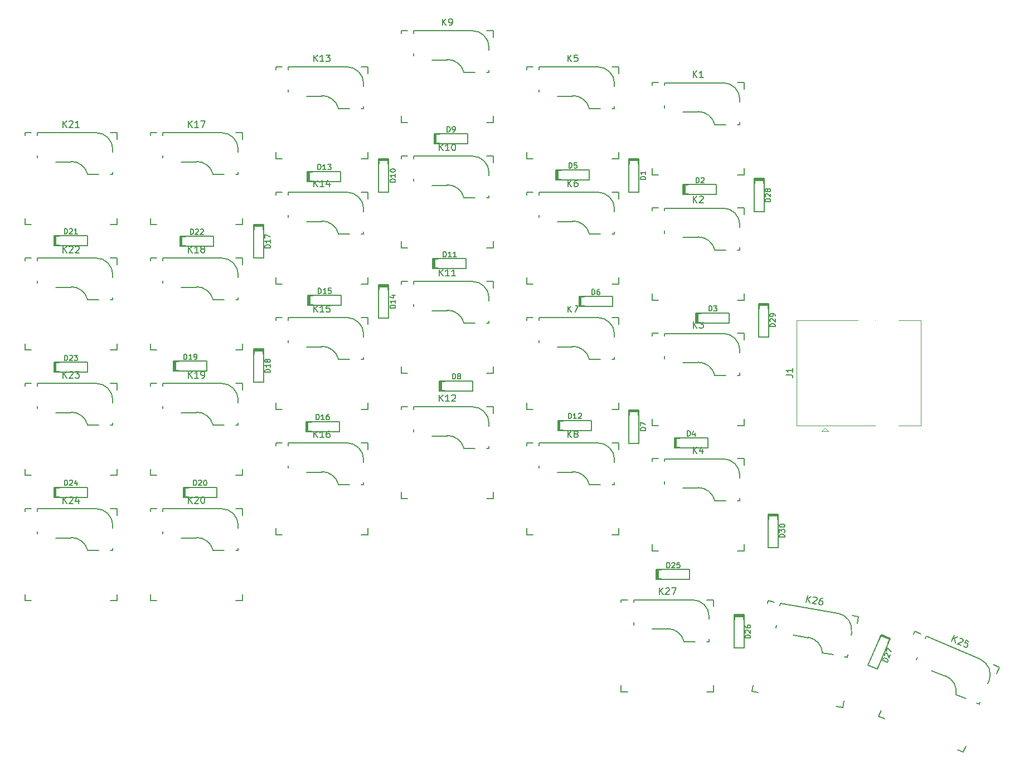
<source format=gto>
G04 #@! TF.GenerationSoftware,KiCad,Pcbnew,8.0.8*
G04 #@! TF.CreationDate,2025-02-11T03:27:34+10:00*
G04 #@! TF.ProjectId,wetsocks54k,77657473-6f63-46b7-9335-346b2e6b6963,2*
G04 #@! TF.SameCoordinates,Original*
G04 #@! TF.FileFunction,Legend,Top*
G04 #@! TF.FilePolarity,Positive*
%FSLAX46Y46*%
G04 Gerber Fmt 4.6, Leading zero omitted, Abs format (unit mm)*
G04 Created by KiCad (PCBNEW 8.0.8) date 2025-02-11 03:27:34*
%MOMM*%
%LPD*%
G01*
G04 APERTURE LIST*
G04 Aperture macros list*
%AMRotRect*
0 Rectangle, with rotation*
0 The origin of the aperture is its center*
0 $1 length*
0 $2 width*
0 $3 Rotation angle, in degrees counterclockwise*
0 Add horizontal line*
21,1,$1,$2,0,0,$3*%
G04 Aperture macros list end*
%ADD10C,0.150000*%
%ADD11C,0.120000*%
%ADD12R,1.600000X1.600000*%
%ADD13C,1.600000*%
%ADD14RotRect,1.600000X1.600000X67.000000*%
%ADD15C,0.000000*%
%ADD16C,3.250000*%
%ADD17R,1.500000X1.500000*%
%ADD18C,1.500000*%
%ADD19C,3.000000*%
%ADD20R,1.600000X1.200000*%
%ADD21C,1.701800*%
%ADD22C,3.987800*%
%ADD23R,2.550000X2.500000*%
%ADD24C,2.286000*%
%ADD25R,1.200000X1.600000*%
%ADD26C,1.524000*%
%ADD27RotRect,1.600000X1.200000X67.000000*%
%ADD28RotRect,2.550000X2.500000X350.000000*%
%ADD29RotRect,2.550000X2.500000X337.000000*%
%ADD30R,2.000000X2.000000*%
%ADD31C,2.000000*%
%ADD32R,2.000000X3.200000*%
G04 APERTURE END LIST*
D10*
X154593419Y-98718333D02*
X155307704Y-98718333D01*
X155307704Y-98718333D02*
X155450561Y-98765952D01*
X155450561Y-98765952D02*
X155545800Y-98861190D01*
X155545800Y-98861190D02*
X155593419Y-99004047D01*
X155593419Y-99004047D02*
X155593419Y-99099285D01*
X155593419Y-97718333D02*
X155593419Y-98289761D01*
X155593419Y-98004047D02*
X154593419Y-98004047D01*
X154593419Y-98004047D02*
X154736276Y-98099285D01*
X154736276Y-98099285D02*
X154831514Y-98194523D01*
X154831514Y-98194523D02*
X154879133Y-98289761D01*
X136462571Y-127997295D02*
X136462571Y-127197295D01*
X136462571Y-127197295D02*
X136653047Y-127197295D01*
X136653047Y-127197295D02*
X136767333Y-127235390D01*
X136767333Y-127235390D02*
X136843523Y-127311580D01*
X136843523Y-127311580D02*
X136881618Y-127387771D01*
X136881618Y-127387771D02*
X136919714Y-127540152D01*
X136919714Y-127540152D02*
X136919714Y-127654438D01*
X136919714Y-127654438D02*
X136881618Y-127806819D01*
X136881618Y-127806819D02*
X136843523Y-127883009D01*
X136843523Y-127883009D02*
X136767333Y-127959200D01*
X136767333Y-127959200D02*
X136653047Y-127997295D01*
X136653047Y-127997295D02*
X136462571Y-127997295D01*
X137224475Y-127273485D02*
X137262571Y-127235390D01*
X137262571Y-127235390D02*
X137338761Y-127197295D01*
X137338761Y-127197295D02*
X137529237Y-127197295D01*
X137529237Y-127197295D02*
X137605428Y-127235390D01*
X137605428Y-127235390D02*
X137643523Y-127273485D01*
X137643523Y-127273485D02*
X137681618Y-127349676D01*
X137681618Y-127349676D02*
X137681618Y-127425866D01*
X137681618Y-127425866D02*
X137643523Y-127540152D01*
X137643523Y-127540152D02*
X137186380Y-127997295D01*
X137186380Y-127997295D02*
X137681618Y-127997295D01*
X138405428Y-127197295D02*
X138024476Y-127197295D01*
X138024476Y-127197295D02*
X137986380Y-127578247D01*
X137986380Y-127578247D02*
X138024476Y-127540152D01*
X138024476Y-127540152D02*
X138100666Y-127502057D01*
X138100666Y-127502057D02*
X138291142Y-127502057D01*
X138291142Y-127502057D02*
X138367333Y-127540152D01*
X138367333Y-127540152D02*
X138405428Y-127578247D01*
X138405428Y-127578247D02*
X138443523Y-127654438D01*
X138443523Y-127654438D02*
X138443523Y-127844914D01*
X138443523Y-127844914D02*
X138405428Y-127921104D01*
X138405428Y-127921104D02*
X138367333Y-127959200D01*
X138367333Y-127959200D02*
X138291142Y-127997295D01*
X138291142Y-127997295D02*
X138100666Y-127997295D01*
X138100666Y-127997295D02*
X138024476Y-127959200D01*
X138024476Y-127959200D02*
X137986380Y-127921104D01*
X103093524Y-61747295D02*
X103093524Y-60947295D01*
X103093524Y-60947295D02*
X103284000Y-60947295D01*
X103284000Y-60947295D02*
X103398286Y-60985390D01*
X103398286Y-60985390D02*
X103474476Y-61061580D01*
X103474476Y-61061580D02*
X103512571Y-61137771D01*
X103512571Y-61137771D02*
X103550667Y-61290152D01*
X103550667Y-61290152D02*
X103550667Y-61404438D01*
X103550667Y-61404438D02*
X103512571Y-61556819D01*
X103512571Y-61556819D02*
X103474476Y-61633009D01*
X103474476Y-61633009D02*
X103398286Y-61709200D01*
X103398286Y-61709200D02*
X103284000Y-61747295D01*
X103284000Y-61747295D02*
X103093524Y-61747295D01*
X103931619Y-61747295D02*
X104084000Y-61747295D01*
X104084000Y-61747295D02*
X104160190Y-61709200D01*
X104160190Y-61709200D02*
X104198286Y-61671104D01*
X104198286Y-61671104D02*
X104274476Y-61556819D01*
X104274476Y-61556819D02*
X104312571Y-61404438D01*
X104312571Y-61404438D02*
X104312571Y-61099676D01*
X104312571Y-61099676D02*
X104274476Y-61023485D01*
X104274476Y-61023485D02*
X104236381Y-60985390D01*
X104236381Y-60985390D02*
X104160190Y-60947295D01*
X104160190Y-60947295D02*
X104007809Y-60947295D01*
X104007809Y-60947295D02*
X103931619Y-60985390D01*
X103931619Y-60985390D02*
X103893524Y-61023485D01*
X103893524Y-61023485D02*
X103855428Y-61099676D01*
X103855428Y-61099676D02*
X103855428Y-61290152D01*
X103855428Y-61290152D02*
X103893524Y-61366342D01*
X103893524Y-61366342D02*
X103931619Y-61404438D01*
X103931619Y-61404438D02*
X104007809Y-61442533D01*
X104007809Y-61442533D02*
X104160190Y-61442533D01*
X104160190Y-61442533D02*
X104236381Y-61404438D01*
X104236381Y-61404438D02*
X104274476Y-61366342D01*
X104274476Y-61366342D02*
X104312571Y-61290152D01*
X135320714Y-132064819D02*
X135320714Y-131064819D01*
X135892142Y-132064819D02*
X135463571Y-131493390D01*
X135892142Y-131064819D02*
X135320714Y-131636247D01*
X136273095Y-131160057D02*
X136320714Y-131112438D01*
X136320714Y-131112438D02*
X136415952Y-131064819D01*
X136415952Y-131064819D02*
X136654047Y-131064819D01*
X136654047Y-131064819D02*
X136749285Y-131112438D01*
X136749285Y-131112438D02*
X136796904Y-131160057D01*
X136796904Y-131160057D02*
X136844523Y-131255295D01*
X136844523Y-131255295D02*
X136844523Y-131350533D01*
X136844523Y-131350533D02*
X136796904Y-131493390D01*
X136796904Y-131493390D02*
X136225476Y-132064819D01*
X136225476Y-132064819D02*
X136844523Y-132064819D01*
X137177857Y-131064819D02*
X137844523Y-131064819D01*
X137844523Y-131064819D02*
X137415952Y-132064819D01*
X82844314Y-51064819D02*
X82844314Y-50064819D01*
X83415742Y-51064819D02*
X82987171Y-50493390D01*
X83415742Y-50064819D02*
X82844314Y-50636247D01*
X84368123Y-51064819D02*
X83796695Y-51064819D01*
X84082409Y-51064819D02*
X84082409Y-50064819D01*
X84082409Y-50064819D02*
X83987171Y-50207676D01*
X83987171Y-50207676D02*
X83891933Y-50302914D01*
X83891933Y-50302914D02*
X83796695Y-50350533D01*
X84701457Y-50064819D02*
X85320504Y-50064819D01*
X85320504Y-50064819D02*
X84987171Y-50445771D01*
X84987171Y-50445771D02*
X85130028Y-50445771D01*
X85130028Y-50445771D02*
X85225266Y-50493390D01*
X85225266Y-50493390D02*
X85272885Y-50541009D01*
X85272885Y-50541009D02*
X85320504Y-50636247D01*
X85320504Y-50636247D02*
X85320504Y-50874342D01*
X85320504Y-50874342D02*
X85272885Y-50969580D01*
X85272885Y-50969580D02*
X85225266Y-51017200D01*
X85225266Y-51017200D02*
X85130028Y-51064819D01*
X85130028Y-51064819D02*
X84844314Y-51064819D01*
X84844314Y-51064819D02*
X84749076Y-51017200D01*
X84749076Y-51017200D02*
X84701457Y-50969580D01*
X95220895Y-69361828D02*
X94420895Y-69361828D01*
X94420895Y-69361828D02*
X94420895Y-69171352D01*
X94420895Y-69171352D02*
X94458990Y-69057066D01*
X94458990Y-69057066D02*
X94535180Y-68980876D01*
X94535180Y-68980876D02*
X94611371Y-68942781D01*
X94611371Y-68942781D02*
X94763752Y-68904685D01*
X94763752Y-68904685D02*
X94878038Y-68904685D01*
X94878038Y-68904685D02*
X95030419Y-68942781D01*
X95030419Y-68942781D02*
X95106609Y-68980876D01*
X95106609Y-68980876D02*
X95182800Y-69057066D01*
X95182800Y-69057066D02*
X95220895Y-69171352D01*
X95220895Y-69171352D02*
X95220895Y-69361828D01*
X95220895Y-68142781D02*
X95220895Y-68599924D01*
X95220895Y-68371352D02*
X94420895Y-68371352D01*
X94420895Y-68371352D02*
X94535180Y-68447543D01*
X94535180Y-68447543D02*
X94611371Y-68523733D01*
X94611371Y-68523733D02*
X94649466Y-68599924D01*
X94420895Y-67647542D02*
X94420895Y-67571352D01*
X94420895Y-67571352D02*
X94458990Y-67495161D01*
X94458990Y-67495161D02*
X94497085Y-67457066D01*
X94497085Y-67457066D02*
X94573276Y-67418971D01*
X94573276Y-67418971D02*
X94725657Y-67380876D01*
X94725657Y-67380876D02*
X94916133Y-67380876D01*
X94916133Y-67380876D02*
X95068514Y-67418971D01*
X95068514Y-67418971D02*
X95144704Y-67457066D01*
X95144704Y-67457066D02*
X95182800Y-67495161D01*
X95182800Y-67495161D02*
X95220895Y-67571352D01*
X95220895Y-67571352D02*
X95220895Y-67647542D01*
X95220895Y-67647542D02*
X95182800Y-67723733D01*
X95182800Y-67723733D02*
X95144704Y-67761828D01*
X95144704Y-67761828D02*
X95068514Y-67799923D01*
X95068514Y-67799923D02*
X94916133Y-67838019D01*
X94916133Y-67838019D02*
X94725657Y-67838019D01*
X94725657Y-67838019D02*
X94573276Y-67799923D01*
X94573276Y-67799923D02*
X94497085Y-67761828D01*
X94497085Y-67761828D02*
X94458990Y-67723733D01*
X94458990Y-67723733D02*
X94420895Y-67647542D01*
X76220895Y-79361828D02*
X75420895Y-79361828D01*
X75420895Y-79361828D02*
X75420895Y-79171352D01*
X75420895Y-79171352D02*
X75458990Y-79057066D01*
X75458990Y-79057066D02*
X75535180Y-78980876D01*
X75535180Y-78980876D02*
X75611371Y-78942781D01*
X75611371Y-78942781D02*
X75763752Y-78904685D01*
X75763752Y-78904685D02*
X75878038Y-78904685D01*
X75878038Y-78904685D02*
X76030419Y-78942781D01*
X76030419Y-78942781D02*
X76106609Y-78980876D01*
X76106609Y-78980876D02*
X76182800Y-79057066D01*
X76182800Y-79057066D02*
X76220895Y-79171352D01*
X76220895Y-79171352D02*
X76220895Y-79361828D01*
X76220895Y-78142781D02*
X76220895Y-78599924D01*
X76220895Y-78371352D02*
X75420895Y-78371352D01*
X75420895Y-78371352D02*
X75535180Y-78447543D01*
X75535180Y-78447543D02*
X75611371Y-78523733D01*
X75611371Y-78523733D02*
X75649466Y-78599924D01*
X75420895Y-77876114D02*
X75420895Y-77342780D01*
X75420895Y-77342780D02*
X76220895Y-77685638D01*
X103893524Y-99327295D02*
X103893524Y-98527295D01*
X103893524Y-98527295D02*
X104084000Y-98527295D01*
X104084000Y-98527295D02*
X104198286Y-98565390D01*
X104198286Y-98565390D02*
X104274476Y-98641580D01*
X104274476Y-98641580D02*
X104312571Y-98717771D01*
X104312571Y-98717771D02*
X104350667Y-98870152D01*
X104350667Y-98870152D02*
X104350667Y-98984438D01*
X104350667Y-98984438D02*
X104312571Y-99136819D01*
X104312571Y-99136819D02*
X104274476Y-99213009D01*
X104274476Y-99213009D02*
X104198286Y-99289200D01*
X104198286Y-99289200D02*
X104084000Y-99327295D01*
X104084000Y-99327295D02*
X103893524Y-99327295D01*
X104807809Y-98870152D02*
X104731619Y-98832057D01*
X104731619Y-98832057D02*
X104693524Y-98793961D01*
X104693524Y-98793961D02*
X104655428Y-98717771D01*
X104655428Y-98717771D02*
X104655428Y-98679676D01*
X104655428Y-98679676D02*
X104693524Y-98603485D01*
X104693524Y-98603485D02*
X104731619Y-98565390D01*
X104731619Y-98565390D02*
X104807809Y-98527295D01*
X104807809Y-98527295D02*
X104960190Y-98527295D01*
X104960190Y-98527295D02*
X105036381Y-98565390D01*
X105036381Y-98565390D02*
X105074476Y-98603485D01*
X105074476Y-98603485D02*
X105112571Y-98679676D01*
X105112571Y-98679676D02*
X105112571Y-98717771D01*
X105112571Y-98717771D02*
X105074476Y-98793961D01*
X105074476Y-98793961D02*
X105036381Y-98832057D01*
X105036381Y-98832057D02*
X104960190Y-98870152D01*
X104960190Y-98870152D02*
X104807809Y-98870152D01*
X104807809Y-98870152D02*
X104731619Y-98908247D01*
X104731619Y-98908247D02*
X104693524Y-98946342D01*
X104693524Y-98946342D02*
X104655428Y-99022533D01*
X104655428Y-99022533D02*
X104655428Y-99174914D01*
X104655428Y-99174914D02*
X104693524Y-99251104D01*
X104693524Y-99251104D02*
X104731619Y-99289200D01*
X104731619Y-99289200D02*
X104807809Y-99327295D01*
X104807809Y-99327295D02*
X104960190Y-99327295D01*
X104960190Y-99327295D02*
X105036381Y-99289200D01*
X105036381Y-99289200D02*
X105074476Y-99251104D01*
X105074476Y-99251104D02*
X105112571Y-99174914D01*
X105112571Y-99174914D02*
X105112571Y-99022533D01*
X105112571Y-99022533D02*
X105074476Y-98946342D01*
X105074476Y-98946342D02*
X105036381Y-98908247D01*
X105036381Y-98908247D02*
X104960190Y-98870152D01*
X64112571Y-77327295D02*
X64112571Y-76527295D01*
X64112571Y-76527295D02*
X64303047Y-76527295D01*
X64303047Y-76527295D02*
X64417333Y-76565390D01*
X64417333Y-76565390D02*
X64493523Y-76641580D01*
X64493523Y-76641580D02*
X64531618Y-76717771D01*
X64531618Y-76717771D02*
X64569714Y-76870152D01*
X64569714Y-76870152D02*
X64569714Y-76984438D01*
X64569714Y-76984438D02*
X64531618Y-77136819D01*
X64531618Y-77136819D02*
X64493523Y-77213009D01*
X64493523Y-77213009D02*
X64417333Y-77289200D01*
X64417333Y-77289200D02*
X64303047Y-77327295D01*
X64303047Y-77327295D02*
X64112571Y-77327295D01*
X64874475Y-76603485D02*
X64912571Y-76565390D01*
X64912571Y-76565390D02*
X64988761Y-76527295D01*
X64988761Y-76527295D02*
X65179237Y-76527295D01*
X65179237Y-76527295D02*
X65255428Y-76565390D01*
X65255428Y-76565390D02*
X65293523Y-76603485D01*
X65293523Y-76603485D02*
X65331618Y-76679676D01*
X65331618Y-76679676D02*
X65331618Y-76755866D01*
X65331618Y-76755866D02*
X65293523Y-76870152D01*
X65293523Y-76870152D02*
X64836380Y-77327295D01*
X64836380Y-77327295D02*
X65331618Y-77327295D01*
X65636380Y-76603485D02*
X65674476Y-76565390D01*
X65674476Y-76565390D02*
X65750666Y-76527295D01*
X65750666Y-76527295D02*
X65941142Y-76527295D01*
X65941142Y-76527295D02*
X66017333Y-76565390D01*
X66017333Y-76565390D02*
X66055428Y-76603485D01*
X66055428Y-76603485D02*
X66093523Y-76679676D01*
X66093523Y-76679676D02*
X66093523Y-76755866D01*
X66093523Y-76755866D02*
X66055428Y-76870152D01*
X66055428Y-76870152D02*
X65598285Y-77327295D01*
X65598285Y-77327295D02*
X66093523Y-77327295D01*
X133220895Y-107150875D02*
X132420895Y-107150875D01*
X132420895Y-107150875D02*
X132420895Y-106960399D01*
X132420895Y-106960399D02*
X132458990Y-106846113D01*
X132458990Y-106846113D02*
X132535180Y-106769923D01*
X132535180Y-106769923D02*
X132611371Y-106731828D01*
X132611371Y-106731828D02*
X132763752Y-106693732D01*
X132763752Y-106693732D02*
X132878038Y-106693732D01*
X132878038Y-106693732D02*
X133030419Y-106731828D01*
X133030419Y-106731828D02*
X133106609Y-106769923D01*
X133106609Y-106769923D02*
X133182800Y-106846113D01*
X133182800Y-106846113D02*
X133220895Y-106960399D01*
X133220895Y-106960399D02*
X133220895Y-107150875D01*
X132420895Y-106427066D02*
X132420895Y-105893732D01*
X132420895Y-105893732D02*
X133220895Y-106236590D01*
X140470505Y-91584819D02*
X140470505Y-90584819D01*
X141041933Y-91584819D02*
X140613362Y-91013390D01*
X141041933Y-90584819D02*
X140470505Y-91156247D01*
X141375267Y-90584819D02*
X141994314Y-90584819D01*
X141994314Y-90584819D02*
X141660981Y-90965771D01*
X141660981Y-90965771D02*
X141803838Y-90965771D01*
X141803838Y-90965771D02*
X141899076Y-91013390D01*
X141899076Y-91013390D02*
X141946695Y-91061009D01*
X141946695Y-91061009D02*
X141994314Y-91156247D01*
X141994314Y-91156247D02*
X141994314Y-91394342D01*
X141994314Y-91394342D02*
X141946695Y-91489580D01*
X141946695Y-91489580D02*
X141899076Y-91537200D01*
X141899076Y-91537200D02*
X141803838Y-91584819D01*
X141803838Y-91584819D02*
X141518124Y-91584819D01*
X141518124Y-91584819D02*
X141422886Y-91537200D01*
X141422886Y-91537200D02*
X141375267Y-91489580D01*
X83212571Y-105497295D02*
X83212571Y-104697295D01*
X83212571Y-104697295D02*
X83403047Y-104697295D01*
X83403047Y-104697295D02*
X83517333Y-104735390D01*
X83517333Y-104735390D02*
X83593523Y-104811580D01*
X83593523Y-104811580D02*
X83631618Y-104887771D01*
X83631618Y-104887771D02*
X83669714Y-105040152D01*
X83669714Y-105040152D02*
X83669714Y-105154438D01*
X83669714Y-105154438D02*
X83631618Y-105306819D01*
X83631618Y-105306819D02*
X83593523Y-105383009D01*
X83593523Y-105383009D02*
X83517333Y-105459200D01*
X83517333Y-105459200D02*
X83403047Y-105497295D01*
X83403047Y-105497295D02*
X83212571Y-105497295D01*
X84431618Y-105497295D02*
X83974475Y-105497295D01*
X84203047Y-105497295D02*
X84203047Y-104697295D01*
X84203047Y-104697295D02*
X84126856Y-104811580D01*
X84126856Y-104811580D02*
X84050666Y-104887771D01*
X84050666Y-104887771D02*
X83974475Y-104925866D01*
X85117333Y-104697295D02*
X84964952Y-104697295D01*
X84964952Y-104697295D02*
X84888761Y-104735390D01*
X84888761Y-104735390D02*
X84850666Y-104773485D01*
X84850666Y-104773485D02*
X84774476Y-104887771D01*
X84774476Y-104887771D02*
X84736380Y-105040152D01*
X84736380Y-105040152D02*
X84736380Y-105344914D01*
X84736380Y-105344914D02*
X84774476Y-105421104D01*
X84774476Y-105421104D02*
X84812571Y-105459200D01*
X84812571Y-105459200D02*
X84888761Y-105497295D01*
X84888761Y-105497295D02*
X85041142Y-105497295D01*
X85041142Y-105497295D02*
X85117333Y-105459200D01*
X85117333Y-105459200D02*
X85155428Y-105421104D01*
X85155428Y-105421104D02*
X85193523Y-105344914D01*
X85193523Y-105344914D02*
X85193523Y-105154438D01*
X85193523Y-105154438D02*
X85155428Y-105078247D01*
X85155428Y-105078247D02*
X85117333Y-105040152D01*
X85117333Y-105040152D02*
X85041142Y-105002057D01*
X85041142Y-105002057D02*
X84888761Y-105002057D01*
X84888761Y-105002057D02*
X84812571Y-105040152D01*
X84812571Y-105040152D02*
X84774476Y-105078247D01*
X84774476Y-105078247D02*
X84736380Y-105154438D01*
X140470505Y-53484819D02*
X140470505Y-52484819D01*
X141041933Y-53484819D02*
X140613362Y-52913390D01*
X141041933Y-52484819D02*
X140470505Y-53056247D01*
X141994314Y-53484819D02*
X141422886Y-53484819D01*
X141708600Y-53484819D02*
X141708600Y-52484819D01*
X141708600Y-52484819D02*
X141613362Y-52627676D01*
X141613362Y-52627676D02*
X141518124Y-52722914D01*
X141518124Y-52722914D02*
X141422886Y-52770533D01*
X44962571Y-115497295D02*
X44962571Y-114697295D01*
X44962571Y-114697295D02*
X45153047Y-114697295D01*
X45153047Y-114697295D02*
X45267333Y-114735390D01*
X45267333Y-114735390D02*
X45343523Y-114811580D01*
X45343523Y-114811580D02*
X45381618Y-114887771D01*
X45381618Y-114887771D02*
X45419714Y-115040152D01*
X45419714Y-115040152D02*
X45419714Y-115154438D01*
X45419714Y-115154438D02*
X45381618Y-115306819D01*
X45381618Y-115306819D02*
X45343523Y-115383009D01*
X45343523Y-115383009D02*
X45267333Y-115459200D01*
X45267333Y-115459200D02*
X45153047Y-115497295D01*
X45153047Y-115497295D02*
X44962571Y-115497295D01*
X45724475Y-114773485D02*
X45762571Y-114735390D01*
X45762571Y-114735390D02*
X45838761Y-114697295D01*
X45838761Y-114697295D02*
X46029237Y-114697295D01*
X46029237Y-114697295D02*
X46105428Y-114735390D01*
X46105428Y-114735390D02*
X46143523Y-114773485D01*
X46143523Y-114773485D02*
X46181618Y-114849676D01*
X46181618Y-114849676D02*
X46181618Y-114925866D01*
X46181618Y-114925866D02*
X46143523Y-115040152D01*
X46143523Y-115040152D02*
X45686380Y-115497295D01*
X45686380Y-115497295D02*
X46181618Y-115497295D01*
X46867333Y-114963961D02*
X46867333Y-115497295D01*
X46676857Y-114659200D02*
X46486380Y-115230628D01*
X46486380Y-115230628D02*
X46981619Y-115230628D01*
X121420505Y-108214819D02*
X121420505Y-107214819D01*
X121991933Y-108214819D02*
X121563362Y-107643390D01*
X121991933Y-107214819D02*
X121420505Y-107786247D01*
X122563362Y-107643390D02*
X122468124Y-107595771D01*
X122468124Y-107595771D02*
X122420505Y-107548152D01*
X122420505Y-107548152D02*
X122372886Y-107452914D01*
X122372886Y-107452914D02*
X122372886Y-107405295D01*
X122372886Y-107405295D02*
X122420505Y-107310057D01*
X122420505Y-107310057D02*
X122468124Y-107262438D01*
X122468124Y-107262438D02*
X122563362Y-107214819D01*
X122563362Y-107214819D02*
X122753838Y-107214819D01*
X122753838Y-107214819D02*
X122849076Y-107262438D01*
X122849076Y-107262438D02*
X122896695Y-107310057D01*
X122896695Y-107310057D02*
X122944314Y-107405295D01*
X122944314Y-107405295D02*
X122944314Y-107452914D01*
X122944314Y-107452914D02*
X122896695Y-107548152D01*
X122896695Y-107548152D02*
X122849076Y-107595771D01*
X122849076Y-107595771D02*
X122753838Y-107643390D01*
X122753838Y-107643390D02*
X122563362Y-107643390D01*
X122563362Y-107643390D02*
X122468124Y-107691009D01*
X122468124Y-107691009D02*
X122420505Y-107738628D01*
X122420505Y-107738628D02*
X122372886Y-107833866D01*
X122372886Y-107833866D02*
X122372886Y-108024342D01*
X122372886Y-108024342D02*
X122420505Y-108119580D01*
X122420505Y-108119580D02*
X122468124Y-108167200D01*
X122468124Y-108167200D02*
X122563362Y-108214819D01*
X122563362Y-108214819D02*
X122753838Y-108214819D01*
X122753838Y-108214819D02*
X122849076Y-108167200D01*
X122849076Y-108167200D02*
X122896695Y-108119580D01*
X122896695Y-108119580D02*
X122944314Y-108024342D01*
X122944314Y-108024342D02*
X122944314Y-107833866D01*
X122944314Y-107833866D02*
X122896695Y-107738628D01*
X122896695Y-107738628D02*
X122849076Y-107691009D01*
X122849076Y-107691009D02*
X122753838Y-107643390D01*
X101894314Y-102714819D02*
X101894314Y-101714819D01*
X102465742Y-102714819D02*
X102037171Y-102143390D01*
X102465742Y-101714819D02*
X101894314Y-102286247D01*
X103418123Y-102714819D02*
X102846695Y-102714819D01*
X103132409Y-102714819D02*
X103132409Y-101714819D01*
X103132409Y-101714819D02*
X103037171Y-101857676D01*
X103037171Y-101857676D02*
X102941933Y-101952914D01*
X102941933Y-101952914D02*
X102846695Y-102000533D01*
X103799076Y-101810057D02*
X103846695Y-101762438D01*
X103846695Y-101762438D02*
X103941933Y-101714819D01*
X103941933Y-101714819D02*
X104180028Y-101714819D01*
X104180028Y-101714819D02*
X104275266Y-101762438D01*
X104275266Y-101762438D02*
X104322885Y-101810057D01*
X104322885Y-101810057D02*
X104370504Y-101905295D01*
X104370504Y-101905295D02*
X104370504Y-102000533D01*
X104370504Y-102000533D02*
X104322885Y-102143390D01*
X104322885Y-102143390D02*
X103751457Y-102714819D01*
X103751457Y-102714819D02*
X104370504Y-102714819D01*
X95220895Y-88531828D02*
X94420895Y-88531828D01*
X94420895Y-88531828D02*
X94420895Y-88341352D01*
X94420895Y-88341352D02*
X94458990Y-88227066D01*
X94458990Y-88227066D02*
X94535180Y-88150876D01*
X94535180Y-88150876D02*
X94611371Y-88112781D01*
X94611371Y-88112781D02*
X94763752Y-88074685D01*
X94763752Y-88074685D02*
X94878038Y-88074685D01*
X94878038Y-88074685D02*
X95030419Y-88112781D01*
X95030419Y-88112781D02*
X95106609Y-88150876D01*
X95106609Y-88150876D02*
X95182800Y-88227066D01*
X95182800Y-88227066D02*
X95220895Y-88341352D01*
X95220895Y-88341352D02*
X95220895Y-88531828D01*
X95220895Y-87312781D02*
X95220895Y-87769924D01*
X95220895Y-87541352D02*
X94420895Y-87541352D01*
X94420895Y-87541352D02*
X94535180Y-87617543D01*
X94535180Y-87617543D02*
X94611371Y-87693733D01*
X94611371Y-87693733D02*
X94649466Y-87769924D01*
X94687561Y-86627066D02*
X95220895Y-86627066D01*
X94382800Y-86817542D02*
X94954228Y-87008019D01*
X94954228Y-87008019D02*
X94954228Y-86512780D01*
X139593524Y-107997295D02*
X139593524Y-107197295D01*
X139593524Y-107197295D02*
X139784000Y-107197295D01*
X139784000Y-107197295D02*
X139898286Y-107235390D01*
X139898286Y-107235390D02*
X139974476Y-107311580D01*
X139974476Y-107311580D02*
X140012571Y-107387771D01*
X140012571Y-107387771D02*
X140050667Y-107540152D01*
X140050667Y-107540152D02*
X140050667Y-107654438D01*
X140050667Y-107654438D02*
X140012571Y-107806819D01*
X140012571Y-107806819D02*
X139974476Y-107883009D01*
X139974476Y-107883009D02*
X139898286Y-107959200D01*
X139898286Y-107959200D02*
X139784000Y-107997295D01*
X139784000Y-107997295D02*
X139593524Y-107997295D01*
X140736381Y-107463961D02*
X140736381Y-107997295D01*
X140545905Y-107159200D02*
X140355428Y-107730628D01*
X140355428Y-107730628D02*
X140850667Y-107730628D01*
X76220895Y-98281828D02*
X75420895Y-98281828D01*
X75420895Y-98281828D02*
X75420895Y-98091352D01*
X75420895Y-98091352D02*
X75458990Y-97977066D01*
X75458990Y-97977066D02*
X75535180Y-97900876D01*
X75535180Y-97900876D02*
X75611371Y-97862781D01*
X75611371Y-97862781D02*
X75763752Y-97824685D01*
X75763752Y-97824685D02*
X75878038Y-97824685D01*
X75878038Y-97824685D02*
X76030419Y-97862781D01*
X76030419Y-97862781D02*
X76106609Y-97900876D01*
X76106609Y-97900876D02*
X76182800Y-97977066D01*
X76182800Y-97977066D02*
X76220895Y-98091352D01*
X76220895Y-98091352D02*
X76220895Y-98281828D01*
X76220895Y-97062781D02*
X76220895Y-97519924D01*
X76220895Y-97291352D02*
X75420895Y-97291352D01*
X75420895Y-97291352D02*
X75535180Y-97367543D01*
X75535180Y-97367543D02*
X75611371Y-97443733D01*
X75611371Y-97443733D02*
X75649466Y-97519924D01*
X75763752Y-96605638D02*
X75725657Y-96681828D01*
X75725657Y-96681828D02*
X75687561Y-96719923D01*
X75687561Y-96719923D02*
X75611371Y-96758019D01*
X75611371Y-96758019D02*
X75573276Y-96758019D01*
X75573276Y-96758019D02*
X75497085Y-96719923D01*
X75497085Y-96719923D02*
X75458990Y-96681828D01*
X75458990Y-96681828D02*
X75420895Y-96605638D01*
X75420895Y-96605638D02*
X75420895Y-96453257D01*
X75420895Y-96453257D02*
X75458990Y-96377066D01*
X75458990Y-96377066D02*
X75497085Y-96338971D01*
X75497085Y-96338971D02*
X75573276Y-96300876D01*
X75573276Y-96300876D02*
X75611371Y-96300876D01*
X75611371Y-96300876D02*
X75687561Y-96338971D01*
X75687561Y-96338971D02*
X75725657Y-96377066D01*
X75725657Y-96377066D02*
X75763752Y-96453257D01*
X75763752Y-96453257D02*
X75763752Y-96605638D01*
X75763752Y-96605638D02*
X75801847Y-96681828D01*
X75801847Y-96681828D02*
X75839942Y-96719923D01*
X75839942Y-96719923D02*
X75916133Y-96758019D01*
X75916133Y-96758019D02*
X76068514Y-96758019D01*
X76068514Y-96758019D02*
X76144704Y-96719923D01*
X76144704Y-96719923D02*
X76182800Y-96681828D01*
X76182800Y-96681828D02*
X76220895Y-96605638D01*
X76220895Y-96605638D02*
X76220895Y-96453257D01*
X76220895Y-96453257D02*
X76182800Y-96377066D01*
X76182800Y-96377066D02*
X76144704Y-96338971D01*
X76144704Y-96338971D02*
X76068514Y-96300876D01*
X76068514Y-96300876D02*
X75916133Y-96300876D01*
X75916133Y-96300876D02*
X75839942Y-96338971D01*
X75839942Y-96338971D02*
X75801847Y-96377066D01*
X75801847Y-96377066D02*
X75763752Y-96453257D01*
X121593524Y-67247295D02*
X121593524Y-66447295D01*
X121593524Y-66447295D02*
X121784000Y-66447295D01*
X121784000Y-66447295D02*
X121898286Y-66485390D01*
X121898286Y-66485390D02*
X121974476Y-66561580D01*
X121974476Y-66561580D02*
X122012571Y-66637771D01*
X122012571Y-66637771D02*
X122050667Y-66790152D01*
X122050667Y-66790152D02*
X122050667Y-66904438D01*
X122050667Y-66904438D02*
X122012571Y-67056819D01*
X122012571Y-67056819D02*
X121974476Y-67133009D01*
X121974476Y-67133009D02*
X121898286Y-67209200D01*
X121898286Y-67209200D02*
X121784000Y-67247295D01*
X121784000Y-67247295D02*
X121593524Y-67247295D01*
X122774476Y-66447295D02*
X122393524Y-66447295D01*
X122393524Y-66447295D02*
X122355428Y-66828247D01*
X122355428Y-66828247D02*
X122393524Y-66790152D01*
X122393524Y-66790152D02*
X122469714Y-66752057D01*
X122469714Y-66752057D02*
X122660190Y-66752057D01*
X122660190Y-66752057D02*
X122736381Y-66790152D01*
X122736381Y-66790152D02*
X122774476Y-66828247D01*
X122774476Y-66828247D02*
X122812571Y-66904438D01*
X122812571Y-66904438D02*
X122812571Y-67094914D01*
X122812571Y-67094914D02*
X122774476Y-67171104D01*
X122774476Y-67171104D02*
X122736381Y-67209200D01*
X122736381Y-67209200D02*
X122660190Y-67247295D01*
X122660190Y-67247295D02*
X122469714Y-67247295D01*
X122469714Y-67247295D02*
X122393524Y-67209200D01*
X122393524Y-67209200D02*
X122355428Y-67171104D01*
X44962571Y-96497295D02*
X44962571Y-95697295D01*
X44962571Y-95697295D02*
X45153047Y-95697295D01*
X45153047Y-95697295D02*
X45267333Y-95735390D01*
X45267333Y-95735390D02*
X45343523Y-95811580D01*
X45343523Y-95811580D02*
X45381618Y-95887771D01*
X45381618Y-95887771D02*
X45419714Y-96040152D01*
X45419714Y-96040152D02*
X45419714Y-96154438D01*
X45419714Y-96154438D02*
X45381618Y-96306819D01*
X45381618Y-96306819D02*
X45343523Y-96383009D01*
X45343523Y-96383009D02*
X45267333Y-96459200D01*
X45267333Y-96459200D02*
X45153047Y-96497295D01*
X45153047Y-96497295D02*
X44962571Y-96497295D01*
X45724475Y-95773485D02*
X45762571Y-95735390D01*
X45762571Y-95735390D02*
X45838761Y-95697295D01*
X45838761Y-95697295D02*
X46029237Y-95697295D01*
X46029237Y-95697295D02*
X46105428Y-95735390D01*
X46105428Y-95735390D02*
X46143523Y-95773485D01*
X46143523Y-95773485D02*
X46181618Y-95849676D01*
X46181618Y-95849676D02*
X46181618Y-95925866D01*
X46181618Y-95925866D02*
X46143523Y-96040152D01*
X46143523Y-96040152D02*
X45686380Y-96497295D01*
X45686380Y-96497295D02*
X46181618Y-96497295D01*
X46448285Y-95697295D02*
X46943523Y-95697295D01*
X46943523Y-95697295D02*
X46676857Y-96002057D01*
X46676857Y-96002057D02*
X46791142Y-96002057D01*
X46791142Y-96002057D02*
X46867333Y-96040152D01*
X46867333Y-96040152D02*
X46905428Y-96078247D01*
X46905428Y-96078247D02*
X46943523Y-96154438D01*
X46943523Y-96154438D02*
X46943523Y-96344914D01*
X46943523Y-96344914D02*
X46905428Y-96421104D01*
X46905428Y-96421104D02*
X46867333Y-96459200D01*
X46867333Y-96459200D02*
X46791142Y-96497295D01*
X46791142Y-96497295D02*
X46562571Y-96497295D01*
X46562571Y-96497295D02*
X46486380Y-96459200D01*
X46486380Y-96459200D02*
X46448285Y-96421104D01*
X101894314Y-83664819D02*
X101894314Y-82664819D01*
X102465742Y-83664819D02*
X102037171Y-83093390D01*
X102465742Y-82664819D02*
X101894314Y-83236247D01*
X103418123Y-83664819D02*
X102846695Y-83664819D01*
X103132409Y-83664819D02*
X103132409Y-82664819D01*
X103132409Y-82664819D02*
X103037171Y-82807676D01*
X103037171Y-82807676D02*
X102941933Y-82902914D01*
X102941933Y-82902914D02*
X102846695Y-82950533D01*
X104370504Y-83664819D02*
X103799076Y-83664819D01*
X104084790Y-83664819D02*
X104084790Y-82664819D01*
X104084790Y-82664819D02*
X103989552Y-82807676D01*
X103989552Y-82807676D02*
X103894314Y-82902914D01*
X103894314Y-82902914D02*
X103799076Y-82950533D01*
X142843524Y-88997295D02*
X142843524Y-88197295D01*
X142843524Y-88197295D02*
X143034000Y-88197295D01*
X143034000Y-88197295D02*
X143148286Y-88235390D01*
X143148286Y-88235390D02*
X143224476Y-88311580D01*
X143224476Y-88311580D02*
X143262571Y-88387771D01*
X143262571Y-88387771D02*
X143300667Y-88540152D01*
X143300667Y-88540152D02*
X143300667Y-88654438D01*
X143300667Y-88654438D02*
X143262571Y-88806819D01*
X143262571Y-88806819D02*
X143224476Y-88883009D01*
X143224476Y-88883009D02*
X143148286Y-88959200D01*
X143148286Y-88959200D02*
X143034000Y-88997295D01*
X143034000Y-88997295D02*
X142843524Y-88997295D01*
X143567333Y-88197295D02*
X144062571Y-88197295D01*
X144062571Y-88197295D02*
X143795905Y-88502057D01*
X143795905Y-88502057D02*
X143910190Y-88502057D01*
X143910190Y-88502057D02*
X143986381Y-88540152D01*
X143986381Y-88540152D02*
X144024476Y-88578247D01*
X144024476Y-88578247D02*
X144062571Y-88654438D01*
X144062571Y-88654438D02*
X144062571Y-88844914D01*
X144062571Y-88844914D02*
X144024476Y-88921104D01*
X144024476Y-88921104D02*
X143986381Y-88959200D01*
X143986381Y-88959200D02*
X143910190Y-88997295D01*
X143910190Y-88997295D02*
X143681619Y-88997295D01*
X143681619Y-88997295D02*
X143605428Y-88959200D01*
X143605428Y-88959200D02*
X143567333Y-88921104D01*
X82844314Y-70114819D02*
X82844314Y-69114819D01*
X83415742Y-70114819D02*
X82987171Y-69543390D01*
X83415742Y-69114819D02*
X82844314Y-69686247D01*
X84368123Y-70114819D02*
X83796695Y-70114819D01*
X84082409Y-70114819D02*
X84082409Y-69114819D01*
X84082409Y-69114819D02*
X83987171Y-69257676D01*
X83987171Y-69257676D02*
X83891933Y-69352914D01*
X83891933Y-69352914D02*
X83796695Y-69400533D01*
X85225266Y-69448152D02*
X85225266Y-70114819D01*
X84987171Y-69067200D02*
X84749076Y-69781485D01*
X84749076Y-69781485D02*
X85368123Y-69781485D01*
X125093524Y-86497295D02*
X125093524Y-85697295D01*
X125093524Y-85697295D02*
X125284000Y-85697295D01*
X125284000Y-85697295D02*
X125398286Y-85735390D01*
X125398286Y-85735390D02*
X125474476Y-85811580D01*
X125474476Y-85811580D02*
X125512571Y-85887771D01*
X125512571Y-85887771D02*
X125550667Y-86040152D01*
X125550667Y-86040152D02*
X125550667Y-86154438D01*
X125550667Y-86154438D02*
X125512571Y-86306819D01*
X125512571Y-86306819D02*
X125474476Y-86383009D01*
X125474476Y-86383009D02*
X125398286Y-86459200D01*
X125398286Y-86459200D02*
X125284000Y-86497295D01*
X125284000Y-86497295D02*
X125093524Y-86497295D01*
X126236381Y-85697295D02*
X126084000Y-85697295D01*
X126084000Y-85697295D02*
X126007809Y-85735390D01*
X126007809Y-85735390D02*
X125969714Y-85773485D01*
X125969714Y-85773485D02*
X125893524Y-85887771D01*
X125893524Y-85887771D02*
X125855428Y-86040152D01*
X125855428Y-86040152D02*
X125855428Y-86344914D01*
X125855428Y-86344914D02*
X125893524Y-86421104D01*
X125893524Y-86421104D02*
X125931619Y-86459200D01*
X125931619Y-86459200D02*
X126007809Y-86497295D01*
X126007809Y-86497295D02*
X126160190Y-86497295D01*
X126160190Y-86497295D02*
X126236381Y-86459200D01*
X126236381Y-86459200D02*
X126274476Y-86421104D01*
X126274476Y-86421104D02*
X126312571Y-86344914D01*
X126312571Y-86344914D02*
X126312571Y-86154438D01*
X126312571Y-86154438D02*
X126274476Y-86078247D01*
X126274476Y-86078247D02*
X126236381Y-86040152D01*
X126236381Y-86040152D02*
X126160190Y-86002057D01*
X126160190Y-86002057D02*
X126007809Y-86002057D01*
X126007809Y-86002057D02*
X125931619Y-86040152D01*
X125931619Y-86040152D02*
X125893524Y-86078247D01*
X125893524Y-86078247D02*
X125855428Y-86154438D01*
X44744314Y-118214819D02*
X44744314Y-117214819D01*
X45315742Y-118214819D02*
X44887171Y-117643390D01*
X45315742Y-117214819D02*
X44744314Y-117786247D01*
X45696695Y-117310057D02*
X45744314Y-117262438D01*
X45744314Y-117262438D02*
X45839552Y-117214819D01*
X45839552Y-117214819D02*
X46077647Y-117214819D01*
X46077647Y-117214819D02*
X46172885Y-117262438D01*
X46172885Y-117262438D02*
X46220504Y-117310057D01*
X46220504Y-117310057D02*
X46268123Y-117405295D01*
X46268123Y-117405295D02*
X46268123Y-117500533D01*
X46268123Y-117500533D02*
X46220504Y-117643390D01*
X46220504Y-117643390D02*
X45649076Y-118214819D01*
X45649076Y-118214819D02*
X46268123Y-118214819D01*
X47125266Y-117548152D02*
X47125266Y-118214819D01*
X46887171Y-117167200D02*
X46649076Y-117881485D01*
X46649076Y-117881485D02*
X47268123Y-117881485D01*
X121420505Y-51064819D02*
X121420505Y-50064819D01*
X121991933Y-51064819D02*
X121563362Y-50493390D01*
X121991933Y-50064819D02*
X121420505Y-50636247D01*
X122896695Y-50064819D02*
X122420505Y-50064819D01*
X122420505Y-50064819D02*
X122372886Y-50541009D01*
X122372886Y-50541009D02*
X122420505Y-50493390D01*
X122420505Y-50493390D02*
X122515743Y-50445771D01*
X122515743Y-50445771D02*
X122753838Y-50445771D01*
X122753838Y-50445771D02*
X122849076Y-50493390D01*
X122849076Y-50493390D02*
X122896695Y-50541009D01*
X122896695Y-50541009D02*
X122944314Y-50636247D01*
X122944314Y-50636247D02*
X122944314Y-50874342D01*
X122944314Y-50874342D02*
X122896695Y-50969580D01*
X122896695Y-50969580D02*
X122849076Y-51017200D01*
X122849076Y-51017200D02*
X122753838Y-51064819D01*
X122753838Y-51064819D02*
X122515743Y-51064819D01*
X122515743Y-51064819D02*
X122420505Y-51017200D01*
X122420505Y-51017200D02*
X122372886Y-50969580D01*
X44744314Y-80114819D02*
X44744314Y-79114819D01*
X45315742Y-80114819D02*
X44887171Y-79543390D01*
X45315742Y-79114819D02*
X44744314Y-79686247D01*
X45696695Y-79210057D02*
X45744314Y-79162438D01*
X45744314Y-79162438D02*
X45839552Y-79114819D01*
X45839552Y-79114819D02*
X46077647Y-79114819D01*
X46077647Y-79114819D02*
X46172885Y-79162438D01*
X46172885Y-79162438D02*
X46220504Y-79210057D01*
X46220504Y-79210057D02*
X46268123Y-79305295D01*
X46268123Y-79305295D02*
X46268123Y-79400533D01*
X46268123Y-79400533D02*
X46220504Y-79543390D01*
X46220504Y-79543390D02*
X45649076Y-80114819D01*
X45649076Y-80114819D02*
X46268123Y-80114819D01*
X46649076Y-79210057D02*
X46696695Y-79162438D01*
X46696695Y-79162438D02*
X46791933Y-79114819D01*
X46791933Y-79114819D02*
X47030028Y-79114819D01*
X47030028Y-79114819D02*
X47125266Y-79162438D01*
X47125266Y-79162438D02*
X47172885Y-79210057D01*
X47172885Y-79210057D02*
X47220504Y-79305295D01*
X47220504Y-79305295D02*
X47220504Y-79400533D01*
X47220504Y-79400533D02*
X47172885Y-79543390D01*
X47172885Y-79543390D02*
X46601457Y-80114819D01*
X46601457Y-80114819D02*
X47220504Y-80114819D01*
X140470505Y-110634819D02*
X140470505Y-109634819D01*
X141041933Y-110634819D02*
X140613362Y-110063390D01*
X141041933Y-109634819D02*
X140470505Y-110206247D01*
X141899076Y-109968152D02*
X141899076Y-110634819D01*
X141660981Y-109587200D02*
X141422886Y-110301485D01*
X141422886Y-110301485D02*
X142041933Y-110301485D01*
X44962571Y-77247295D02*
X44962571Y-76447295D01*
X44962571Y-76447295D02*
X45153047Y-76447295D01*
X45153047Y-76447295D02*
X45267333Y-76485390D01*
X45267333Y-76485390D02*
X45343523Y-76561580D01*
X45343523Y-76561580D02*
X45381618Y-76637771D01*
X45381618Y-76637771D02*
X45419714Y-76790152D01*
X45419714Y-76790152D02*
X45419714Y-76904438D01*
X45419714Y-76904438D02*
X45381618Y-77056819D01*
X45381618Y-77056819D02*
X45343523Y-77133009D01*
X45343523Y-77133009D02*
X45267333Y-77209200D01*
X45267333Y-77209200D02*
X45153047Y-77247295D01*
X45153047Y-77247295D02*
X44962571Y-77247295D01*
X45724475Y-76523485D02*
X45762571Y-76485390D01*
X45762571Y-76485390D02*
X45838761Y-76447295D01*
X45838761Y-76447295D02*
X46029237Y-76447295D01*
X46029237Y-76447295D02*
X46105428Y-76485390D01*
X46105428Y-76485390D02*
X46143523Y-76523485D01*
X46143523Y-76523485D02*
X46181618Y-76599676D01*
X46181618Y-76599676D02*
X46181618Y-76675866D01*
X46181618Y-76675866D02*
X46143523Y-76790152D01*
X46143523Y-76790152D02*
X45686380Y-77247295D01*
X45686380Y-77247295D02*
X46181618Y-77247295D01*
X46943523Y-77247295D02*
X46486380Y-77247295D01*
X46714952Y-77247295D02*
X46714952Y-76447295D01*
X46714952Y-76447295D02*
X46638761Y-76561580D01*
X46638761Y-76561580D02*
X46562571Y-76637771D01*
X46562571Y-76637771D02*
X46486380Y-76675866D01*
X63794314Y-99164819D02*
X63794314Y-98164819D01*
X64365742Y-99164819D02*
X63937171Y-98593390D01*
X64365742Y-98164819D02*
X63794314Y-98736247D01*
X65318123Y-99164819D02*
X64746695Y-99164819D01*
X65032409Y-99164819D02*
X65032409Y-98164819D01*
X65032409Y-98164819D02*
X64937171Y-98307676D01*
X64937171Y-98307676D02*
X64841933Y-98402914D01*
X64841933Y-98402914D02*
X64746695Y-98450533D01*
X65794314Y-99164819D02*
X65984790Y-99164819D01*
X65984790Y-99164819D02*
X66080028Y-99117200D01*
X66080028Y-99117200D02*
X66127647Y-99069580D01*
X66127647Y-99069580D02*
X66222885Y-98926723D01*
X66222885Y-98926723D02*
X66270504Y-98736247D01*
X66270504Y-98736247D02*
X66270504Y-98355295D01*
X66270504Y-98355295D02*
X66222885Y-98260057D01*
X66222885Y-98260057D02*
X66175266Y-98212438D01*
X66175266Y-98212438D02*
X66080028Y-98164819D01*
X66080028Y-98164819D02*
X65889552Y-98164819D01*
X65889552Y-98164819D02*
X65794314Y-98212438D01*
X65794314Y-98212438D02*
X65746695Y-98260057D01*
X65746695Y-98260057D02*
X65699076Y-98355295D01*
X65699076Y-98355295D02*
X65699076Y-98593390D01*
X65699076Y-98593390D02*
X65746695Y-98688628D01*
X65746695Y-98688628D02*
X65794314Y-98736247D01*
X65794314Y-98736247D02*
X65889552Y-98783866D01*
X65889552Y-98783866D02*
X66080028Y-98783866D01*
X66080028Y-98783866D02*
X66175266Y-98736247D01*
X66175266Y-98736247D02*
X66222885Y-98688628D01*
X66222885Y-98688628D02*
X66270504Y-98593390D01*
X44744314Y-61064819D02*
X44744314Y-60064819D01*
X45315742Y-61064819D02*
X44887171Y-60493390D01*
X45315742Y-60064819D02*
X44744314Y-60636247D01*
X45696695Y-60160057D02*
X45744314Y-60112438D01*
X45744314Y-60112438D02*
X45839552Y-60064819D01*
X45839552Y-60064819D02*
X46077647Y-60064819D01*
X46077647Y-60064819D02*
X46172885Y-60112438D01*
X46172885Y-60112438D02*
X46220504Y-60160057D01*
X46220504Y-60160057D02*
X46268123Y-60255295D01*
X46268123Y-60255295D02*
X46268123Y-60350533D01*
X46268123Y-60350533D02*
X46220504Y-60493390D01*
X46220504Y-60493390D02*
X45649076Y-61064819D01*
X45649076Y-61064819D02*
X46268123Y-61064819D01*
X47220504Y-61064819D02*
X46649076Y-61064819D01*
X46934790Y-61064819D02*
X46934790Y-60064819D01*
X46934790Y-60064819D02*
X46839552Y-60207676D01*
X46839552Y-60207676D02*
X46744314Y-60302914D01*
X46744314Y-60302914D02*
X46649076Y-60350533D01*
X82844314Y-89164819D02*
X82844314Y-88164819D01*
X83415742Y-89164819D02*
X82987171Y-88593390D01*
X83415742Y-88164819D02*
X82844314Y-88736247D01*
X84368123Y-89164819D02*
X83796695Y-89164819D01*
X84082409Y-89164819D02*
X84082409Y-88164819D01*
X84082409Y-88164819D02*
X83987171Y-88307676D01*
X83987171Y-88307676D02*
X83891933Y-88402914D01*
X83891933Y-88402914D02*
X83796695Y-88450533D01*
X85272885Y-88164819D02*
X84796695Y-88164819D01*
X84796695Y-88164819D02*
X84749076Y-88641009D01*
X84749076Y-88641009D02*
X84796695Y-88593390D01*
X84796695Y-88593390D02*
X84891933Y-88545771D01*
X84891933Y-88545771D02*
X85130028Y-88545771D01*
X85130028Y-88545771D02*
X85225266Y-88593390D01*
X85225266Y-88593390D02*
X85272885Y-88641009D01*
X85272885Y-88641009D02*
X85320504Y-88736247D01*
X85320504Y-88736247D02*
X85320504Y-88974342D01*
X85320504Y-88974342D02*
X85272885Y-89069580D01*
X85272885Y-89069580D02*
X85225266Y-89117200D01*
X85225266Y-89117200D02*
X85130028Y-89164819D01*
X85130028Y-89164819D02*
X84891933Y-89164819D01*
X84891933Y-89164819D02*
X84796695Y-89117200D01*
X84796695Y-89117200D02*
X84749076Y-89069580D01*
X63794315Y-61064819D02*
X63794315Y-60064819D01*
X64365743Y-61064819D02*
X63937172Y-60493390D01*
X64365743Y-60064819D02*
X63794315Y-60636247D01*
X65318124Y-61064819D02*
X64746696Y-61064819D01*
X65032410Y-61064819D02*
X65032410Y-60064819D01*
X65032410Y-60064819D02*
X64937172Y-60207676D01*
X64937172Y-60207676D02*
X64841934Y-60302914D01*
X64841934Y-60302914D02*
X64746696Y-60350533D01*
X65651458Y-60064819D02*
X66318124Y-60064819D01*
X66318124Y-60064819D02*
X65889553Y-61064819D01*
X83512571Y-86327295D02*
X83512571Y-85527295D01*
X83512571Y-85527295D02*
X83703047Y-85527295D01*
X83703047Y-85527295D02*
X83817333Y-85565390D01*
X83817333Y-85565390D02*
X83893523Y-85641580D01*
X83893523Y-85641580D02*
X83931618Y-85717771D01*
X83931618Y-85717771D02*
X83969714Y-85870152D01*
X83969714Y-85870152D02*
X83969714Y-85984438D01*
X83969714Y-85984438D02*
X83931618Y-86136819D01*
X83931618Y-86136819D02*
X83893523Y-86213009D01*
X83893523Y-86213009D02*
X83817333Y-86289200D01*
X83817333Y-86289200D02*
X83703047Y-86327295D01*
X83703047Y-86327295D02*
X83512571Y-86327295D01*
X84731618Y-86327295D02*
X84274475Y-86327295D01*
X84503047Y-86327295D02*
X84503047Y-85527295D01*
X84503047Y-85527295D02*
X84426856Y-85641580D01*
X84426856Y-85641580D02*
X84350666Y-85717771D01*
X84350666Y-85717771D02*
X84274475Y-85755866D01*
X85455428Y-85527295D02*
X85074476Y-85527295D01*
X85074476Y-85527295D02*
X85036380Y-85908247D01*
X85036380Y-85908247D02*
X85074476Y-85870152D01*
X85074476Y-85870152D02*
X85150666Y-85832057D01*
X85150666Y-85832057D02*
X85341142Y-85832057D01*
X85341142Y-85832057D02*
X85417333Y-85870152D01*
X85417333Y-85870152D02*
X85455428Y-85908247D01*
X85455428Y-85908247D02*
X85493523Y-85984438D01*
X85493523Y-85984438D02*
X85493523Y-86174914D01*
X85493523Y-86174914D02*
X85455428Y-86251104D01*
X85455428Y-86251104D02*
X85417333Y-86289200D01*
X85417333Y-86289200D02*
X85341142Y-86327295D01*
X85341142Y-86327295D02*
X85150666Y-86327295D01*
X85150666Y-86327295D02*
X85074476Y-86289200D01*
X85074476Y-86289200D02*
X85036380Y-86251104D01*
X149170895Y-138681828D02*
X148370895Y-138681828D01*
X148370895Y-138681828D02*
X148370895Y-138491352D01*
X148370895Y-138491352D02*
X148408990Y-138377066D01*
X148408990Y-138377066D02*
X148485180Y-138300876D01*
X148485180Y-138300876D02*
X148561371Y-138262781D01*
X148561371Y-138262781D02*
X148713752Y-138224685D01*
X148713752Y-138224685D02*
X148828038Y-138224685D01*
X148828038Y-138224685D02*
X148980419Y-138262781D01*
X148980419Y-138262781D02*
X149056609Y-138300876D01*
X149056609Y-138300876D02*
X149132800Y-138377066D01*
X149132800Y-138377066D02*
X149170895Y-138491352D01*
X149170895Y-138491352D02*
X149170895Y-138681828D01*
X148447085Y-137919924D02*
X148408990Y-137881828D01*
X148408990Y-137881828D02*
X148370895Y-137805638D01*
X148370895Y-137805638D02*
X148370895Y-137615162D01*
X148370895Y-137615162D02*
X148408990Y-137538971D01*
X148408990Y-137538971D02*
X148447085Y-137500876D01*
X148447085Y-137500876D02*
X148523276Y-137462781D01*
X148523276Y-137462781D02*
X148599466Y-137462781D01*
X148599466Y-137462781D02*
X148713752Y-137500876D01*
X148713752Y-137500876D02*
X149170895Y-137958019D01*
X149170895Y-137958019D02*
X149170895Y-137462781D01*
X148370895Y-136777066D02*
X148370895Y-136929447D01*
X148370895Y-136929447D02*
X148408990Y-137005638D01*
X148408990Y-137005638D02*
X148447085Y-137043733D01*
X148447085Y-137043733D02*
X148561371Y-137119923D01*
X148561371Y-137119923D02*
X148713752Y-137158019D01*
X148713752Y-137158019D02*
X149018514Y-137158019D01*
X149018514Y-137158019D02*
X149094704Y-137119923D01*
X149094704Y-137119923D02*
X149132800Y-137081828D01*
X149132800Y-137081828D02*
X149170895Y-137005638D01*
X149170895Y-137005638D02*
X149170895Y-136853257D01*
X149170895Y-136853257D02*
X149132800Y-136777066D01*
X149132800Y-136777066D02*
X149094704Y-136738971D01*
X149094704Y-136738971D02*
X149018514Y-136700876D01*
X149018514Y-136700876D02*
X148828038Y-136700876D01*
X148828038Y-136700876D02*
X148751847Y-136738971D01*
X148751847Y-136738971D02*
X148713752Y-136777066D01*
X148713752Y-136777066D02*
X148675657Y-136853257D01*
X148675657Y-136853257D02*
X148675657Y-137005638D01*
X148675657Y-137005638D02*
X148713752Y-137081828D01*
X148713752Y-137081828D02*
X148751847Y-137119923D01*
X148751847Y-137119923D02*
X148828038Y-137158019D01*
X169938333Y-142352461D02*
X169201929Y-142039877D01*
X169201929Y-142039877D02*
X169276354Y-141864542D01*
X169276354Y-141864542D02*
X169356075Y-141774227D01*
X169356075Y-141774227D02*
X169455979Y-141733863D01*
X169455979Y-141733863D02*
X169540998Y-141728566D01*
X169540998Y-141728566D02*
X169696150Y-141753039D01*
X169696150Y-141753039D02*
X169801351Y-141797694D01*
X169801351Y-141797694D02*
X169926733Y-141892301D01*
X169926733Y-141892301D02*
X169981982Y-141957138D01*
X169981982Y-141957138D02*
X170022346Y-142057042D01*
X170022346Y-142057042D02*
X170012758Y-142177127D01*
X170012758Y-142177127D02*
X169938333Y-142352461D01*
X169569762Y-141368310D02*
X169549580Y-141318358D01*
X169549580Y-141318358D02*
X169544284Y-141233339D01*
X169544284Y-141233339D02*
X169618709Y-141058005D01*
X169618709Y-141058005D02*
X169683545Y-141002756D01*
X169683545Y-141002756D02*
X169733497Y-140982574D01*
X169733497Y-140982574D02*
X169818516Y-140977277D01*
X169818516Y-140977277D02*
X169888650Y-141007047D01*
X169888650Y-141007047D02*
X169978965Y-141086769D01*
X169978965Y-141086769D02*
X170221147Y-141686191D01*
X170221147Y-141686191D02*
X170414652Y-141230322D01*
X169782444Y-140672269D02*
X169990834Y-140181333D01*
X169990834Y-140181333D02*
X170593272Y-140809520D01*
X152220895Y-72361828D02*
X151420895Y-72361828D01*
X151420895Y-72361828D02*
X151420895Y-72171352D01*
X151420895Y-72171352D02*
X151458990Y-72057066D01*
X151458990Y-72057066D02*
X151535180Y-71980876D01*
X151535180Y-71980876D02*
X151611371Y-71942781D01*
X151611371Y-71942781D02*
X151763752Y-71904685D01*
X151763752Y-71904685D02*
X151878038Y-71904685D01*
X151878038Y-71904685D02*
X152030419Y-71942781D01*
X152030419Y-71942781D02*
X152106609Y-71980876D01*
X152106609Y-71980876D02*
X152182800Y-72057066D01*
X152182800Y-72057066D02*
X152220895Y-72171352D01*
X152220895Y-72171352D02*
X152220895Y-72361828D01*
X151497085Y-71599924D02*
X151458990Y-71561828D01*
X151458990Y-71561828D02*
X151420895Y-71485638D01*
X151420895Y-71485638D02*
X151420895Y-71295162D01*
X151420895Y-71295162D02*
X151458990Y-71218971D01*
X151458990Y-71218971D02*
X151497085Y-71180876D01*
X151497085Y-71180876D02*
X151573276Y-71142781D01*
X151573276Y-71142781D02*
X151649466Y-71142781D01*
X151649466Y-71142781D02*
X151763752Y-71180876D01*
X151763752Y-71180876D02*
X152220895Y-71638019D01*
X152220895Y-71638019D02*
X152220895Y-71142781D01*
X151763752Y-70685638D02*
X151725657Y-70761828D01*
X151725657Y-70761828D02*
X151687561Y-70799923D01*
X151687561Y-70799923D02*
X151611371Y-70838019D01*
X151611371Y-70838019D02*
X151573276Y-70838019D01*
X151573276Y-70838019D02*
X151497085Y-70799923D01*
X151497085Y-70799923D02*
X151458990Y-70761828D01*
X151458990Y-70761828D02*
X151420895Y-70685638D01*
X151420895Y-70685638D02*
X151420895Y-70533257D01*
X151420895Y-70533257D02*
X151458990Y-70457066D01*
X151458990Y-70457066D02*
X151497085Y-70418971D01*
X151497085Y-70418971D02*
X151573276Y-70380876D01*
X151573276Y-70380876D02*
X151611371Y-70380876D01*
X151611371Y-70380876D02*
X151687561Y-70418971D01*
X151687561Y-70418971D02*
X151725657Y-70457066D01*
X151725657Y-70457066D02*
X151763752Y-70533257D01*
X151763752Y-70533257D02*
X151763752Y-70685638D01*
X151763752Y-70685638D02*
X151801847Y-70761828D01*
X151801847Y-70761828D02*
X151839942Y-70799923D01*
X151839942Y-70799923D02*
X151916133Y-70838019D01*
X151916133Y-70838019D02*
X152068514Y-70838019D01*
X152068514Y-70838019D02*
X152144704Y-70799923D01*
X152144704Y-70799923D02*
X152182800Y-70761828D01*
X152182800Y-70761828D02*
X152220895Y-70685638D01*
X152220895Y-70685638D02*
X152220895Y-70533257D01*
X152220895Y-70533257D02*
X152182800Y-70457066D01*
X152182800Y-70457066D02*
X152144704Y-70418971D01*
X152144704Y-70418971D02*
X152068514Y-70380876D01*
X152068514Y-70380876D02*
X151916133Y-70380876D01*
X151916133Y-70380876D02*
X151839942Y-70418971D01*
X151839942Y-70418971D02*
X151801847Y-70457066D01*
X151801847Y-70457066D02*
X151763752Y-70533257D01*
X63794314Y-80114819D02*
X63794314Y-79114819D01*
X64365742Y-80114819D02*
X63937171Y-79543390D01*
X64365742Y-79114819D02*
X63794314Y-79686247D01*
X65318123Y-80114819D02*
X64746695Y-80114819D01*
X65032409Y-80114819D02*
X65032409Y-79114819D01*
X65032409Y-79114819D02*
X64937171Y-79257676D01*
X64937171Y-79257676D02*
X64841933Y-79352914D01*
X64841933Y-79352914D02*
X64746695Y-79400533D01*
X65889552Y-79543390D02*
X65794314Y-79495771D01*
X65794314Y-79495771D02*
X65746695Y-79448152D01*
X65746695Y-79448152D02*
X65699076Y-79352914D01*
X65699076Y-79352914D02*
X65699076Y-79305295D01*
X65699076Y-79305295D02*
X65746695Y-79210057D01*
X65746695Y-79210057D02*
X65794314Y-79162438D01*
X65794314Y-79162438D02*
X65889552Y-79114819D01*
X65889552Y-79114819D02*
X66080028Y-79114819D01*
X66080028Y-79114819D02*
X66175266Y-79162438D01*
X66175266Y-79162438D02*
X66222885Y-79210057D01*
X66222885Y-79210057D02*
X66270504Y-79305295D01*
X66270504Y-79305295D02*
X66270504Y-79352914D01*
X66270504Y-79352914D02*
X66222885Y-79448152D01*
X66222885Y-79448152D02*
X66175266Y-79495771D01*
X66175266Y-79495771D02*
X66080028Y-79543390D01*
X66080028Y-79543390D02*
X65889552Y-79543390D01*
X65889552Y-79543390D02*
X65794314Y-79591009D01*
X65794314Y-79591009D02*
X65746695Y-79638628D01*
X65746695Y-79638628D02*
X65699076Y-79733866D01*
X65699076Y-79733866D02*
X65699076Y-79924342D01*
X65699076Y-79924342D02*
X65746695Y-80019580D01*
X65746695Y-80019580D02*
X65794314Y-80067200D01*
X65794314Y-80067200D02*
X65889552Y-80114819D01*
X65889552Y-80114819D02*
X66080028Y-80114819D01*
X66080028Y-80114819D02*
X66175266Y-80067200D01*
X66175266Y-80067200D02*
X66222885Y-80019580D01*
X66222885Y-80019580D02*
X66270504Y-79924342D01*
X66270504Y-79924342D02*
X66270504Y-79733866D01*
X66270504Y-79733866D02*
X66222885Y-79638628D01*
X66222885Y-79638628D02*
X66175266Y-79591009D01*
X66175266Y-79591009D02*
X66080028Y-79543390D01*
X157647689Y-133242462D02*
X157821337Y-132257655D01*
X158210436Y-133341690D02*
X157887603Y-132704522D01*
X158384084Y-132356882D02*
X157722110Y-132820402D01*
X158742711Y-132516825D02*
X158797876Y-132478198D01*
X158797876Y-132478198D02*
X158899936Y-132447841D01*
X158899936Y-132447841D02*
X159134414Y-132489185D01*
X159134414Y-132489185D02*
X159219936Y-132552619D01*
X159219936Y-132552619D02*
X159258563Y-132607784D01*
X159258563Y-132607784D02*
X159288921Y-132709844D01*
X159288921Y-132709844D02*
X159272383Y-132803635D01*
X159272383Y-132803635D02*
X159200680Y-132936053D01*
X159200680Y-132936053D02*
X158538706Y-133399573D01*
X158538706Y-133399573D02*
X159148348Y-133507069D01*
X160166118Y-132671103D02*
X159978535Y-132638027D01*
X159978535Y-132638027D02*
X159876475Y-132668384D01*
X159876475Y-132668384D02*
X159821310Y-132707011D01*
X159821310Y-132707011D02*
X159702712Y-132831160D01*
X159702712Y-132831160D02*
X159622741Y-133010473D01*
X159622741Y-133010473D02*
X159556589Y-133385638D01*
X159556589Y-133385638D02*
X159586947Y-133487699D01*
X159586947Y-133487699D02*
X159625573Y-133542863D01*
X159625573Y-133542863D02*
X159711096Y-133606297D01*
X159711096Y-133606297D02*
X159898678Y-133639372D01*
X159898678Y-133639372D02*
X160000738Y-133609015D01*
X160000738Y-133609015D02*
X160055903Y-133570388D01*
X160055903Y-133570388D02*
X160119336Y-133484866D01*
X160119336Y-133484866D02*
X160160681Y-133250388D01*
X160160681Y-133250388D02*
X160130324Y-133148328D01*
X160130324Y-133148328D02*
X160091697Y-133093163D01*
X160091697Y-133093163D02*
X160006175Y-133029730D01*
X160006175Y-133029730D02*
X159818592Y-132996654D01*
X159818592Y-132996654D02*
X159716532Y-133027011D01*
X159716532Y-133027011D02*
X159661367Y-133065638D01*
X159661367Y-133065638D02*
X159597934Y-133151160D01*
X152920895Y-91361828D02*
X152120895Y-91361828D01*
X152120895Y-91361828D02*
X152120895Y-91171352D01*
X152120895Y-91171352D02*
X152158990Y-91057066D01*
X152158990Y-91057066D02*
X152235180Y-90980876D01*
X152235180Y-90980876D02*
X152311371Y-90942781D01*
X152311371Y-90942781D02*
X152463752Y-90904685D01*
X152463752Y-90904685D02*
X152578038Y-90904685D01*
X152578038Y-90904685D02*
X152730419Y-90942781D01*
X152730419Y-90942781D02*
X152806609Y-90980876D01*
X152806609Y-90980876D02*
X152882800Y-91057066D01*
X152882800Y-91057066D02*
X152920895Y-91171352D01*
X152920895Y-91171352D02*
X152920895Y-91361828D01*
X152197085Y-90599924D02*
X152158990Y-90561828D01*
X152158990Y-90561828D02*
X152120895Y-90485638D01*
X152120895Y-90485638D02*
X152120895Y-90295162D01*
X152120895Y-90295162D02*
X152158990Y-90218971D01*
X152158990Y-90218971D02*
X152197085Y-90180876D01*
X152197085Y-90180876D02*
X152273276Y-90142781D01*
X152273276Y-90142781D02*
X152349466Y-90142781D01*
X152349466Y-90142781D02*
X152463752Y-90180876D01*
X152463752Y-90180876D02*
X152920895Y-90638019D01*
X152920895Y-90638019D02*
X152920895Y-90142781D01*
X152920895Y-89761828D02*
X152920895Y-89609447D01*
X152920895Y-89609447D02*
X152882800Y-89533257D01*
X152882800Y-89533257D02*
X152844704Y-89495161D01*
X152844704Y-89495161D02*
X152730419Y-89418971D01*
X152730419Y-89418971D02*
X152578038Y-89380876D01*
X152578038Y-89380876D02*
X152273276Y-89380876D01*
X152273276Y-89380876D02*
X152197085Y-89418971D01*
X152197085Y-89418971D02*
X152158990Y-89457066D01*
X152158990Y-89457066D02*
X152120895Y-89533257D01*
X152120895Y-89533257D02*
X152120895Y-89685638D01*
X152120895Y-89685638D02*
X152158990Y-89761828D01*
X152158990Y-89761828D02*
X152197085Y-89799923D01*
X152197085Y-89799923D02*
X152273276Y-89838019D01*
X152273276Y-89838019D02*
X152463752Y-89838019D01*
X152463752Y-89838019D02*
X152539942Y-89799923D01*
X152539942Y-89799923D02*
X152578038Y-89761828D01*
X152578038Y-89761828D02*
X152616133Y-89685638D01*
X152616133Y-89685638D02*
X152616133Y-89533257D01*
X152616133Y-89533257D02*
X152578038Y-89457066D01*
X152578038Y-89457066D02*
X152539942Y-89418971D01*
X152539942Y-89418971D02*
X152463752Y-89380876D01*
X63794314Y-118214819D02*
X63794314Y-117214819D01*
X64365742Y-118214819D02*
X63937171Y-117643390D01*
X64365742Y-117214819D02*
X63794314Y-117786247D01*
X64746695Y-117310057D02*
X64794314Y-117262438D01*
X64794314Y-117262438D02*
X64889552Y-117214819D01*
X64889552Y-117214819D02*
X65127647Y-117214819D01*
X65127647Y-117214819D02*
X65222885Y-117262438D01*
X65222885Y-117262438D02*
X65270504Y-117310057D01*
X65270504Y-117310057D02*
X65318123Y-117405295D01*
X65318123Y-117405295D02*
X65318123Y-117500533D01*
X65318123Y-117500533D02*
X65270504Y-117643390D01*
X65270504Y-117643390D02*
X64699076Y-118214819D01*
X64699076Y-118214819D02*
X65318123Y-118214819D01*
X65937171Y-117214819D02*
X66032409Y-117214819D01*
X66032409Y-117214819D02*
X66127647Y-117262438D01*
X66127647Y-117262438D02*
X66175266Y-117310057D01*
X66175266Y-117310057D02*
X66222885Y-117405295D01*
X66222885Y-117405295D02*
X66270504Y-117595771D01*
X66270504Y-117595771D02*
X66270504Y-117833866D01*
X66270504Y-117833866D02*
X66222885Y-118024342D01*
X66222885Y-118024342D02*
X66175266Y-118119580D01*
X66175266Y-118119580D02*
X66127647Y-118167200D01*
X66127647Y-118167200D02*
X66032409Y-118214819D01*
X66032409Y-118214819D02*
X65937171Y-118214819D01*
X65937171Y-118214819D02*
X65841933Y-118167200D01*
X65841933Y-118167200D02*
X65794314Y-118119580D01*
X65794314Y-118119580D02*
X65746695Y-118024342D01*
X65746695Y-118024342D02*
X65699076Y-117833866D01*
X65699076Y-117833866D02*
X65699076Y-117595771D01*
X65699076Y-117595771D02*
X65746695Y-117405295D01*
X65746695Y-117405295D02*
X65794314Y-117310057D01*
X65794314Y-117310057D02*
X65841933Y-117262438D01*
X65841933Y-117262438D02*
X65937171Y-117214819D01*
X101894314Y-64614819D02*
X101894314Y-63614819D01*
X102465742Y-64614819D02*
X102037171Y-64043390D01*
X102465742Y-63614819D02*
X101894314Y-64186247D01*
X103418123Y-64614819D02*
X102846695Y-64614819D01*
X103132409Y-64614819D02*
X103132409Y-63614819D01*
X103132409Y-63614819D02*
X103037171Y-63757676D01*
X103037171Y-63757676D02*
X102941933Y-63852914D01*
X102941933Y-63852914D02*
X102846695Y-63900533D01*
X104037171Y-63614819D02*
X104132409Y-63614819D01*
X104132409Y-63614819D02*
X104227647Y-63662438D01*
X104227647Y-63662438D02*
X104275266Y-63710057D01*
X104275266Y-63710057D02*
X104322885Y-63805295D01*
X104322885Y-63805295D02*
X104370504Y-63995771D01*
X104370504Y-63995771D02*
X104370504Y-64233866D01*
X104370504Y-64233866D02*
X104322885Y-64424342D01*
X104322885Y-64424342D02*
X104275266Y-64519580D01*
X104275266Y-64519580D02*
X104227647Y-64567200D01*
X104227647Y-64567200D02*
X104132409Y-64614819D01*
X104132409Y-64614819D02*
X104037171Y-64614819D01*
X104037171Y-64614819D02*
X103941933Y-64567200D01*
X103941933Y-64567200D02*
X103894314Y-64519580D01*
X103894314Y-64519580D02*
X103846695Y-64424342D01*
X103846695Y-64424342D02*
X103799076Y-64233866D01*
X103799076Y-64233866D02*
X103799076Y-63995771D01*
X103799076Y-63995771D02*
X103846695Y-63805295D01*
X103846695Y-63805295D02*
X103894314Y-63710057D01*
X103894314Y-63710057D02*
X103941933Y-63662438D01*
X103941933Y-63662438D02*
X104037171Y-63614819D01*
X140470505Y-72534819D02*
X140470505Y-71534819D01*
X141041933Y-72534819D02*
X140613362Y-71963390D01*
X141041933Y-71534819D02*
X140470505Y-72106247D01*
X141422886Y-71630057D02*
X141470505Y-71582438D01*
X141470505Y-71582438D02*
X141565743Y-71534819D01*
X141565743Y-71534819D02*
X141803838Y-71534819D01*
X141803838Y-71534819D02*
X141899076Y-71582438D01*
X141899076Y-71582438D02*
X141946695Y-71630057D01*
X141946695Y-71630057D02*
X141994314Y-71725295D01*
X141994314Y-71725295D02*
X141994314Y-71820533D01*
X141994314Y-71820533D02*
X141946695Y-71963390D01*
X141946695Y-71963390D02*
X141375267Y-72534819D01*
X141375267Y-72534819D02*
X141994314Y-72534819D01*
X102512571Y-80747295D02*
X102512571Y-79947295D01*
X102512571Y-79947295D02*
X102703047Y-79947295D01*
X102703047Y-79947295D02*
X102817333Y-79985390D01*
X102817333Y-79985390D02*
X102893523Y-80061580D01*
X102893523Y-80061580D02*
X102931618Y-80137771D01*
X102931618Y-80137771D02*
X102969714Y-80290152D01*
X102969714Y-80290152D02*
X102969714Y-80404438D01*
X102969714Y-80404438D02*
X102931618Y-80556819D01*
X102931618Y-80556819D02*
X102893523Y-80633009D01*
X102893523Y-80633009D02*
X102817333Y-80709200D01*
X102817333Y-80709200D02*
X102703047Y-80747295D01*
X102703047Y-80747295D02*
X102512571Y-80747295D01*
X103731618Y-80747295D02*
X103274475Y-80747295D01*
X103503047Y-80747295D02*
X103503047Y-79947295D01*
X103503047Y-79947295D02*
X103426856Y-80061580D01*
X103426856Y-80061580D02*
X103350666Y-80137771D01*
X103350666Y-80137771D02*
X103274475Y-80175866D01*
X104493523Y-80747295D02*
X104036380Y-80747295D01*
X104264952Y-80747295D02*
X104264952Y-79947295D01*
X104264952Y-79947295D02*
X104188761Y-80061580D01*
X104188761Y-80061580D02*
X104112571Y-80137771D01*
X104112571Y-80137771D02*
X104036380Y-80175866D01*
X121420505Y-89164819D02*
X121420505Y-88164819D01*
X121991933Y-89164819D02*
X121563362Y-88593390D01*
X121991933Y-88164819D02*
X121420505Y-88736247D01*
X122325267Y-88164819D02*
X122991933Y-88164819D01*
X122991933Y-88164819D02*
X122563362Y-89164819D01*
X179740017Y-139196143D02*
X180130748Y-138275639D01*
X180266019Y-139419418D02*
X180094792Y-138725959D01*
X180656751Y-138498913D02*
X179907473Y-138801641D01*
X180970207Y-138735431D02*
X181032646Y-138710203D01*
X181032646Y-138710203D02*
X181138920Y-138703582D01*
X181138920Y-138703582D02*
X181358088Y-138796613D01*
X181358088Y-138796613D02*
X181427148Y-138877659D01*
X181427148Y-138877659D02*
X181452376Y-138940099D01*
X181452376Y-138940099D02*
X181458997Y-139046373D01*
X181458997Y-139046373D02*
X181421784Y-139134040D01*
X181421784Y-139134040D02*
X181322132Y-139246934D01*
X181322132Y-139246934D02*
X180572854Y-139549662D01*
X180572854Y-139549662D02*
X181142691Y-139791543D01*
X182366260Y-139224557D02*
X181927924Y-139038495D01*
X181927924Y-139038495D02*
X181698028Y-139458224D01*
X181698028Y-139458224D02*
X181760468Y-139432997D01*
X181760468Y-139432997D02*
X181866741Y-139426376D01*
X181866741Y-139426376D02*
X182085909Y-139519407D01*
X182085909Y-139519407D02*
X182154970Y-139600453D01*
X182154970Y-139600453D02*
X182180197Y-139662893D01*
X182180197Y-139662893D02*
X182186818Y-139769166D01*
X182186818Y-139769166D02*
X182093787Y-139988334D01*
X182093787Y-139988334D02*
X182012741Y-140057395D01*
X182012741Y-140057395D02*
X181950301Y-140082622D01*
X181950301Y-140082622D02*
X181844028Y-140089243D01*
X181844028Y-140089243D02*
X181624860Y-139996212D01*
X181624860Y-139996212D02*
X181555799Y-139915166D01*
X181555799Y-139915166D02*
X181530572Y-139852726D01*
X82844313Y-108214819D02*
X82844313Y-107214819D01*
X83415741Y-108214819D02*
X82987170Y-107643390D01*
X83415741Y-107214819D02*
X82844313Y-107786247D01*
X84368122Y-108214819D02*
X83796694Y-108214819D01*
X84082408Y-108214819D02*
X84082408Y-107214819D01*
X84082408Y-107214819D02*
X83987170Y-107357676D01*
X83987170Y-107357676D02*
X83891932Y-107452914D01*
X83891932Y-107452914D02*
X83796694Y-107500533D01*
X85225265Y-107214819D02*
X85034789Y-107214819D01*
X85034789Y-107214819D02*
X84939551Y-107262438D01*
X84939551Y-107262438D02*
X84891932Y-107310057D01*
X84891932Y-107310057D02*
X84796694Y-107452914D01*
X84796694Y-107452914D02*
X84749075Y-107643390D01*
X84749075Y-107643390D02*
X84749075Y-108024342D01*
X84749075Y-108024342D02*
X84796694Y-108119580D01*
X84796694Y-108119580D02*
X84844313Y-108167200D01*
X84844313Y-108167200D02*
X84939551Y-108214819D01*
X84939551Y-108214819D02*
X85130027Y-108214819D01*
X85130027Y-108214819D02*
X85225265Y-108167200D01*
X85225265Y-108167200D02*
X85272884Y-108119580D01*
X85272884Y-108119580D02*
X85320503Y-108024342D01*
X85320503Y-108024342D02*
X85320503Y-107786247D01*
X85320503Y-107786247D02*
X85272884Y-107691009D01*
X85272884Y-107691009D02*
X85225265Y-107643390D01*
X85225265Y-107643390D02*
X85130027Y-107595771D01*
X85130027Y-107595771D02*
X84939551Y-107595771D01*
X84939551Y-107595771D02*
X84844313Y-107643390D01*
X84844313Y-107643390D02*
X84796694Y-107691009D01*
X84796694Y-107691009D02*
X84749075Y-107786247D01*
X44744314Y-99164819D02*
X44744314Y-98164819D01*
X45315742Y-99164819D02*
X44887171Y-98593390D01*
X45315742Y-98164819D02*
X44744314Y-98736247D01*
X45696695Y-98260057D02*
X45744314Y-98212438D01*
X45744314Y-98212438D02*
X45839552Y-98164819D01*
X45839552Y-98164819D02*
X46077647Y-98164819D01*
X46077647Y-98164819D02*
X46172885Y-98212438D01*
X46172885Y-98212438D02*
X46220504Y-98260057D01*
X46220504Y-98260057D02*
X46268123Y-98355295D01*
X46268123Y-98355295D02*
X46268123Y-98450533D01*
X46268123Y-98450533D02*
X46220504Y-98593390D01*
X46220504Y-98593390D02*
X45649076Y-99164819D01*
X45649076Y-99164819D02*
X46268123Y-99164819D01*
X46601457Y-98164819D02*
X47220504Y-98164819D01*
X47220504Y-98164819D02*
X46887171Y-98545771D01*
X46887171Y-98545771D02*
X47030028Y-98545771D01*
X47030028Y-98545771D02*
X47125266Y-98593390D01*
X47125266Y-98593390D02*
X47172885Y-98641009D01*
X47172885Y-98641009D02*
X47220504Y-98736247D01*
X47220504Y-98736247D02*
X47220504Y-98974342D01*
X47220504Y-98974342D02*
X47172885Y-99069580D01*
X47172885Y-99069580D02*
X47125266Y-99117200D01*
X47125266Y-99117200D02*
X47030028Y-99164819D01*
X47030028Y-99164819D02*
X46744314Y-99164819D01*
X46744314Y-99164819D02*
X46649076Y-99117200D01*
X46649076Y-99117200D02*
X46601457Y-99069580D01*
X140893524Y-69497295D02*
X140893524Y-68697295D01*
X140893524Y-68697295D02*
X141084000Y-68697295D01*
X141084000Y-68697295D02*
X141198286Y-68735390D01*
X141198286Y-68735390D02*
X141274476Y-68811580D01*
X141274476Y-68811580D02*
X141312571Y-68887771D01*
X141312571Y-68887771D02*
X141350667Y-69040152D01*
X141350667Y-69040152D02*
X141350667Y-69154438D01*
X141350667Y-69154438D02*
X141312571Y-69306819D01*
X141312571Y-69306819D02*
X141274476Y-69383009D01*
X141274476Y-69383009D02*
X141198286Y-69459200D01*
X141198286Y-69459200D02*
X141084000Y-69497295D01*
X141084000Y-69497295D02*
X140893524Y-69497295D01*
X141655428Y-68773485D02*
X141693524Y-68735390D01*
X141693524Y-68735390D02*
X141769714Y-68697295D01*
X141769714Y-68697295D02*
X141960190Y-68697295D01*
X141960190Y-68697295D02*
X142036381Y-68735390D01*
X142036381Y-68735390D02*
X142074476Y-68773485D01*
X142074476Y-68773485D02*
X142112571Y-68849676D01*
X142112571Y-68849676D02*
X142112571Y-68925866D01*
X142112571Y-68925866D02*
X142074476Y-69040152D01*
X142074476Y-69040152D02*
X141617333Y-69497295D01*
X141617333Y-69497295D02*
X142112571Y-69497295D01*
X102370505Y-45564819D02*
X102370505Y-44564819D01*
X102941933Y-45564819D02*
X102513362Y-44993390D01*
X102941933Y-44564819D02*
X102370505Y-45136247D01*
X103418124Y-45564819D02*
X103608600Y-45564819D01*
X103608600Y-45564819D02*
X103703838Y-45517200D01*
X103703838Y-45517200D02*
X103751457Y-45469580D01*
X103751457Y-45469580D02*
X103846695Y-45326723D01*
X103846695Y-45326723D02*
X103894314Y-45136247D01*
X103894314Y-45136247D02*
X103894314Y-44755295D01*
X103894314Y-44755295D02*
X103846695Y-44660057D01*
X103846695Y-44660057D02*
X103799076Y-44612438D01*
X103799076Y-44612438D02*
X103703838Y-44564819D01*
X103703838Y-44564819D02*
X103513362Y-44564819D01*
X103513362Y-44564819D02*
X103418124Y-44612438D01*
X103418124Y-44612438D02*
X103370505Y-44660057D01*
X103370505Y-44660057D02*
X103322886Y-44755295D01*
X103322886Y-44755295D02*
X103322886Y-44993390D01*
X103322886Y-44993390D02*
X103370505Y-45088628D01*
X103370505Y-45088628D02*
X103418124Y-45136247D01*
X103418124Y-45136247D02*
X103513362Y-45183866D01*
X103513362Y-45183866D02*
X103703838Y-45183866D01*
X103703838Y-45183866D02*
X103799076Y-45136247D01*
X103799076Y-45136247D02*
X103846695Y-45088628D01*
X103846695Y-45088628D02*
X103894314Y-44993390D01*
X121420505Y-70114819D02*
X121420505Y-69114819D01*
X121991933Y-70114819D02*
X121563362Y-69543390D01*
X121991933Y-69114819D02*
X121420505Y-69686247D01*
X122849076Y-69114819D02*
X122658600Y-69114819D01*
X122658600Y-69114819D02*
X122563362Y-69162438D01*
X122563362Y-69162438D02*
X122515743Y-69210057D01*
X122515743Y-69210057D02*
X122420505Y-69352914D01*
X122420505Y-69352914D02*
X122372886Y-69543390D01*
X122372886Y-69543390D02*
X122372886Y-69924342D01*
X122372886Y-69924342D02*
X122420505Y-70019580D01*
X122420505Y-70019580D02*
X122468124Y-70067200D01*
X122468124Y-70067200D02*
X122563362Y-70114819D01*
X122563362Y-70114819D02*
X122753838Y-70114819D01*
X122753838Y-70114819D02*
X122849076Y-70067200D01*
X122849076Y-70067200D02*
X122896695Y-70019580D01*
X122896695Y-70019580D02*
X122944314Y-69924342D01*
X122944314Y-69924342D02*
X122944314Y-69686247D01*
X122944314Y-69686247D02*
X122896695Y-69591009D01*
X122896695Y-69591009D02*
X122849076Y-69543390D01*
X122849076Y-69543390D02*
X122753838Y-69495771D01*
X122753838Y-69495771D02*
X122563362Y-69495771D01*
X122563362Y-69495771D02*
X122468124Y-69543390D01*
X122468124Y-69543390D02*
X122420505Y-69591009D01*
X122420505Y-69591009D02*
X122372886Y-69686247D01*
X121512571Y-105327295D02*
X121512571Y-104527295D01*
X121512571Y-104527295D02*
X121703047Y-104527295D01*
X121703047Y-104527295D02*
X121817333Y-104565390D01*
X121817333Y-104565390D02*
X121893523Y-104641580D01*
X121893523Y-104641580D02*
X121931618Y-104717771D01*
X121931618Y-104717771D02*
X121969714Y-104870152D01*
X121969714Y-104870152D02*
X121969714Y-104984438D01*
X121969714Y-104984438D02*
X121931618Y-105136819D01*
X121931618Y-105136819D02*
X121893523Y-105213009D01*
X121893523Y-105213009D02*
X121817333Y-105289200D01*
X121817333Y-105289200D02*
X121703047Y-105327295D01*
X121703047Y-105327295D02*
X121512571Y-105327295D01*
X122731618Y-105327295D02*
X122274475Y-105327295D01*
X122503047Y-105327295D02*
X122503047Y-104527295D01*
X122503047Y-104527295D02*
X122426856Y-104641580D01*
X122426856Y-104641580D02*
X122350666Y-104717771D01*
X122350666Y-104717771D02*
X122274475Y-104755866D01*
X123036380Y-104603485D02*
X123074476Y-104565390D01*
X123074476Y-104565390D02*
X123150666Y-104527295D01*
X123150666Y-104527295D02*
X123341142Y-104527295D01*
X123341142Y-104527295D02*
X123417333Y-104565390D01*
X123417333Y-104565390D02*
X123455428Y-104603485D01*
X123455428Y-104603485D02*
X123493523Y-104679676D01*
X123493523Y-104679676D02*
X123493523Y-104755866D01*
X123493523Y-104755866D02*
X123455428Y-104870152D01*
X123455428Y-104870152D02*
X122998285Y-105327295D01*
X122998285Y-105327295D02*
X123493523Y-105327295D01*
X63112571Y-96327295D02*
X63112571Y-95527295D01*
X63112571Y-95527295D02*
X63303047Y-95527295D01*
X63303047Y-95527295D02*
X63417333Y-95565390D01*
X63417333Y-95565390D02*
X63493523Y-95641580D01*
X63493523Y-95641580D02*
X63531618Y-95717771D01*
X63531618Y-95717771D02*
X63569714Y-95870152D01*
X63569714Y-95870152D02*
X63569714Y-95984438D01*
X63569714Y-95984438D02*
X63531618Y-96136819D01*
X63531618Y-96136819D02*
X63493523Y-96213009D01*
X63493523Y-96213009D02*
X63417333Y-96289200D01*
X63417333Y-96289200D02*
X63303047Y-96327295D01*
X63303047Y-96327295D02*
X63112571Y-96327295D01*
X64331618Y-96327295D02*
X63874475Y-96327295D01*
X64103047Y-96327295D02*
X64103047Y-95527295D01*
X64103047Y-95527295D02*
X64026856Y-95641580D01*
X64026856Y-95641580D02*
X63950666Y-95717771D01*
X63950666Y-95717771D02*
X63874475Y-95755866D01*
X64712571Y-96327295D02*
X64864952Y-96327295D01*
X64864952Y-96327295D02*
X64941142Y-96289200D01*
X64941142Y-96289200D02*
X64979238Y-96251104D01*
X64979238Y-96251104D02*
X65055428Y-96136819D01*
X65055428Y-96136819D02*
X65093523Y-95984438D01*
X65093523Y-95984438D02*
X65093523Y-95679676D01*
X65093523Y-95679676D02*
X65055428Y-95603485D01*
X65055428Y-95603485D02*
X65017333Y-95565390D01*
X65017333Y-95565390D02*
X64941142Y-95527295D01*
X64941142Y-95527295D02*
X64788761Y-95527295D01*
X64788761Y-95527295D02*
X64712571Y-95565390D01*
X64712571Y-95565390D02*
X64674476Y-95603485D01*
X64674476Y-95603485D02*
X64636380Y-95679676D01*
X64636380Y-95679676D02*
X64636380Y-95870152D01*
X64636380Y-95870152D02*
X64674476Y-95946342D01*
X64674476Y-95946342D02*
X64712571Y-95984438D01*
X64712571Y-95984438D02*
X64788761Y-96022533D01*
X64788761Y-96022533D02*
X64941142Y-96022533D01*
X64941142Y-96022533D02*
X65017333Y-95984438D01*
X65017333Y-95984438D02*
X65055428Y-95946342D01*
X65055428Y-95946342D02*
X65093523Y-95870152D01*
X83462571Y-67497295D02*
X83462571Y-66697295D01*
X83462571Y-66697295D02*
X83653047Y-66697295D01*
X83653047Y-66697295D02*
X83767333Y-66735390D01*
X83767333Y-66735390D02*
X83843523Y-66811580D01*
X83843523Y-66811580D02*
X83881618Y-66887771D01*
X83881618Y-66887771D02*
X83919714Y-67040152D01*
X83919714Y-67040152D02*
X83919714Y-67154438D01*
X83919714Y-67154438D02*
X83881618Y-67306819D01*
X83881618Y-67306819D02*
X83843523Y-67383009D01*
X83843523Y-67383009D02*
X83767333Y-67459200D01*
X83767333Y-67459200D02*
X83653047Y-67497295D01*
X83653047Y-67497295D02*
X83462571Y-67497295D01*
X84681618Y-67497295D02*
X84224475Y-67497295D01*
X84453047Y-67497295D02*
X84453047Y-66697295D01*
X84453047Y-66697295D02*
X84376856Y-66811580D01*
X84376856Y-66811580D02*
X84300666Y-66887771D01*
X84300666Y-66887771D02*
X84224475Y-66925866D01*
X84948285Y-66697295D02*
X85443523Y-66697295D01*
X85443523Y-66697295D02*
X85176857Y-67002057D01*
X85176857Y-67002057D02*
X85291142Y-67002057D01*
X85291142Y-67002057D02*
X85367333Y-67040152D01*
X85367333Y-67040152D02*
X85405428Y-67078247D01*
X85405428Y-67078247D02*
X85443523Y-67154438D01*
X85443523Y-67154438D02*
X85443523Y-67344914D01*
X85443523Y-67344914D02*
X85405428Y-67421104D01*
X85405428Y-67421104D02*
X85367333Y-67459200D01*
X85367333Y-67459200D02*
X85291142Y-67497295D01*
X85291142Y-67497295D02*
X85062571Y-67497295D01*
X85062571Y-67497295D02*
X84986380Y-67459200D01*
X84986380Y-67459200D02*
X84948285Y-67421104D01*
X64587235Y-115497295D02*
X64587235Y-114697295D01*
X64587235Y-114697295D02*
X64777711Y-114697295D01*
X64777711Y-114697295D02*
X64891997Y-114735390D01*
X64891997Y-114735390D02*
X64968187Y-114811580D01*
X64968187Y-114811580D02*
X65006282Y-114887771D01*
X65006282Y-114887771D02*
X65044378Y-115040152D01*
X65044378Y-115040152D02*
X65044378Y-115154438D01*
X65044378Y-115154438D02*
X65006282Y-115306819D01*
X65006282Y-115306819D02*
X64968187Y-115383009D01*
X64968187Y-115383009D02*
X64891997Y-115459200D01*
X64891997Y-115459200D02*
X64777711Y-115497295D01*
X64777711Y-115497295D02*
X64587235Y-115497295D01*
X65349139Y-114773485D02*
X65387235Y-114735390D01*
X65387235Y-114735390D02*
X65463425Y-114697295D01*
X65463425Y-114697295D02*
X65653901Y-114697295D01*
X65653901Y-114697295D02*
X65730092Y-114735390D01*
X65730092Y-114735390D02*
X65768187Y-114773485D01*
X65768187Y-114773485D02*
X65806282Y-114849676D01*
X65806282Y-114849676D02*
X65806282Y-114925866D01*
X65806282Y-114925866D02*
X65768187Y-115040152D01*
X65768187Y-115040152D02*
X65311044Y-115497295D01*
X65311044Y-115497295D02*
X65806282Y-115497295D01*
X66301521Y-114697295D02*
X66377711Y-114697295D01*
X66377711Y-114697295D02*
X66453902Y-114735390D01*
X66453902Y-114735390D02*
X66491997Y-114773485D01*
X66491997Y-114773485D02*
X66530092Y-114849676D01*
X66530092Y-114849676D02*
X66568187Y-115002057D01*
X66568187Y-115002057D02*
X66568187Y-115192533D01*
X66568187Y-115192533D02*
X66530092Y-115344914D01*
X66530092Y-115344914D02*
X66491997Y-115421104D01*
X66491997Y-115421104D02*
X66453902Y-115459200D01*
X66453902Y-115459200D02*
X66377711Y-115497295D01*
X66377711Y-115497295D02*
X66301521Y-115497295D01*
X66301521Y-115497295D02*
X66225330Y-115459200D01*
X66225330Y-115459200D02*
X66187235Y-115421104D01*
X66187235Y-115421104D02*
X66149140Y-115344914D01*
X66149140Y-115344914D02*
X66111044Y-115192533D01*
X66111044Y-115192533D02*
X66111044Y-115002057D01*
X66111044Y-115002057D02*
X66149140Y-114849676D01*
X66149140Y-114849676D02*
X66187235Y-114773485D01*
X66187235Y-114773485D02*
X66225330Y-114735390D01*
X66225330Y-114735390D02*
X66301521Y-114697295D01*
X133220895Y-68980875D02*
X132420895Y-68980875D01*
X132420895Y-68980875D02*
X132420895Y-68790399D01*
X132420895Y-68790399D02*
X132458990Y-68676113D01*
X132458990Y-68676113D02*
X132535180Y-68599923D01*
X132535180Y-68599923D02*
X132611371Y-68561828D01*
X132611371Y-68561828D02*
X132763752Y-68523732D01*
X132763752Y-68523732D02*
X132878038Y-68523732D01*
X132878038Y-68523732D02*
X133030419Y-68561828D01*
X133030419Y-68561828D02*
X133106609Y-68599923D01*
X133106609Y-68599923D02*
X133182800Y-68676113D01*
X133182800Y-68676113D02*
X133220895Y-68790399D01*
X133220895Y-68790399D02*
X133220895Y-68980875D01*
X133220895Y-67761828D02*
X133220895Y-68218971D01*
X133220895Y-67990399D02*
X132420895Y-67990399D01*
X132420895Y-67990399D02*
X132535180Y-68066590D01*
X132535180Y-68066590D02*
X132611371Y-68142780D01*
X132611371Y-68142780D02*
X132649466Y-68218971D01*
X154350895Y-123371828D02*
X153550895Y-123371828D01*
X153550895Y-123371828D02*
X153550895Y-123181352D01*
X153550895Y-123181352D02*
X153588990Y-123067066D01*
X153588990Y-123067066D02*
X153665180Y-122990876D01*
X153665180Y-122990876D02*
X153741371Y-122952781D01*
X153741371Y-122952781D02*
X153893752Y-122914685D01*
X153893752Y-122914685D02*
X154008038Y-122914685D01*
X154008038Y-122914685D02*
X154160419Y-122952781D01*
X154160419Y-122952781D02*
X154236609Y-122990876D01*
X154236609Y-122990876D02*
X154312800Y-123067066D01*
X154312800Y-123067066D02*
X154350895Y-123181352D01*
X154350895Y-123181352D02*
X154350895Y-123371828D01*
X153550895Y-122648019D02*
X153550895Y-122152781D01*
X153550895Y-122152781D02*
X153855657Y-122419447D01*
X153855657Y-122419447D02*
X153855657Y-122305162D01*
X153855657Y-122305162D02*
X153893752Y-122228971D01*
X153893752Y-122228971D02*
X153931847Y-122190876D01*
X153931847Y-122190876D02*
X154008038Y-122152781D01*
X154008038Y-122152781D02*
X154198514Y-122152781D01*
X154198514Y-122152781D02*
X154274704Y-122190876D01*
X154274704Y-122190876D02*
X154312800Y-122228971D01*
X154312800Y-122228971D02*
X154350895Y-122305162D01*
X154350895Y-122305162D02*
X154350895Y-122533733D01*
X154350895Y-122533733D02*
X154312800Y-122609924D01*
X154312800Y-122609924D02*
X154274704Y-122648019D01*
X153550895Y-121657542D02*
X153550895Y-121581352D01*
X153550895Y-121581352D02*
X153588990Y-121505161D01*
X153588990Y-121505161D02*
X153627085Y-121467066D01*
X153627085Y-121467066D02*
X153703276Y-121428971D01*
X153703276Y-121428971D02*
X153855657Y-121390876D01*
X153855657Y-121390876D02*
X154046133Y-121390876D01*
X154046133Y-121390876D02*
X154198514Y-121428971D01*
X154198514Y-121428971D02*
X154274704Y-121467066D01*
X154274704Y-121467066D02*
X154312800Y-121505161D01*
X154312800Y-121505161D02*
X154350895Y-121581352D01*
X154350895Y-121581352D02*
X154350895Y-121657542D01*
X154350895Y-121657542D02*
X154312800Y-121733733D01*
X154312800Y-121733733D02*
X154274704Y-121771828D01*
X154274704Y-121771828D02*
X154198514Y-121809923D01*
X154198514Y-121809923D02*
X154046133Y-121848019D01*
X154046133Y-121848019D02*
X153855657Y-121848019D01*
X153855657Y-121848019D02*
X153703276Y-121809923D01*
X153703276Y-121809923D02*
X153627085Y-121771828D01*
X153627085Y-121771828D02*
X153588990Y-121733733D01*
X153588990Y-121733733D02*
X153550895Y-121657542D01*
D11*
X159970600Y-107271000D02*
X160986600Y-107271000D01*
X160986600Y-107271000D02*
X160478600Y-106763000D01*
X160478600Y-106763000D02*
X159970600Y-107271000D01*
X156198600Y-106395000D02*
X168128600Y-106395000D01*
X171628600Y-106395000D02*
X175068600Y-106395000D01*
X156198600Y-90375000D02*
X156198600Y-106395000D01*
X156198600Y-90375000D02*
X168128600Y-90375000D01*
X171628600Y-90375000D02*
X175068600Y-90375000D01*
X175068600Y-90375000D02*
X175068600Y-106395000D01*
D10*
X134868600Y-128273000D02*
X134868600Y-129797000D01*
X134868600Y-129797000D02*
X139948600Y-129797000D01*
X134995600Y-128273000D02*
X134995600Y-129797000D01*
X135122600Y-129797000D02*
X135122600Y-128273000D01*
X135249600Y-128273000D02*
X135249600Y-129797000D01*
X135376600Y-129797000D02*
X135376600Y-128273000D01*
X135503600Y-128273000D02*
X135503600Y-129797000D01*
X135630600Y-128273000D02*
X135630600Y-129797000D01*
X139948600Y-128273000D02*
X134868600Y-128273000D01*
X139948600Y-128273000D02*
X139440600Y-128273000D01*
X139948600Y-129797000D02*
X139948600Y-128273000D01*
X101118600Y-62023000D02*
X101118600Y-63547000D01*
X101118600Y-63547000D02*
X106198600Y-63547000D01*
X101245600Y-62023000D02*
X101245600Y-63547000D01*
X101372600Y-63547000D02*
X101372600Y-62023000D01*
X101499600Y-62023000D02*
X101499600Y-63547000D01*
X101626600Y-63547000D02*
X101626600Y-62023000D01*
X101753600Y-62023000D02*
X101753600Y-63547000D01*
X101880600Y-62023000D02*
X101880600Y-63547000D01*
X106198600Y-62023000D02*
X101118600Y-62023000D01*
X106198600Y-62023000D02*
X105690600Y-62023000D01*
X106198600Y-63547000D02*
X106198600Y-62023000D01*
X129535000Y-132865000D02*
X130535000Y-132865000D01*
X129535000Y-133261000D02*
X129535000Y-132865000D01*
X129535000Y-146865000D02*
X129535000Y-145865000D01*
X130535000Y-146865000D02*
X129535000Y-146865000D01*
X131455000Y-132880000D02*
X131455000Y-133261000D01*
X131455000Y-136309000D02*
X131455000Y-136690000D01*
X134249000Y-137325000D02*
X136535000Y-137325000D01*
X139075000Y-139230000D02*
X140726000Y-139230000D01*
X140345000Y-132880000D02*
X131455000Y-132880000D01*
X142504000Y-139230000D02*
X142885000Y-139230000D01*
X142535000Y-132865000D02*
X143535000Y-132865000D01*
X142885000Y-135420000D02*
X142885000Y-135801000D01*
X142885000Y-139230000D02*
X142885000Y-138849000D01*
X143535000Y-132865000D02*
X143535000Y-133865000D01*
X143535000Y-145865000D02*
X143535000Y-146865000D01*
X143535000Y-146865000D02*
X142535000Y-146865000D01*
X136535001Y-137246829D02*
G75*
G02*
X139074999Y-139230001I-1J-2618171D01*
G01*
X140345000Y-132880000D02*
G75*
G02*
X142885000Y-135420000I0J-2540000D01*
G01*
X77058600Y-51865000D02*
X78058600Y-51865000D01*
X77058600Y-52261000D02*
X77058600Y-51865000D01*
X77058600Y-65865000D02*
X77058600Y-64865000D01*
X78058600Y-65865000D02*
X77058600Y-65865000D01*
X78978600Y-51880000D02*
X78978600Y-52261000D01*
X78978600Y-55309000D02*
X78978600Y-55690000D01*
X81772600Y-56325000D02*
X84058600Y-56325000D01*
X86598600Y-58230000D02*
X88249600Y-58230000D01*
X87868600Y-51880000D02*
X78978600Y-51880000D01*
X90027600Y-58230000D02*
X90408600Y-58230000D01*
X90058600Y-51865000D02*
X91058600Y-51865000D01*
X90408600Y-54420000D02*
X90408600Y-54801000D01*
X90408600Y-58230000D02*
X90408600Y-57849000D01*
X91058600Y-51865000D02*
X91058600Y-52865000D01*
X91058600Y-64865000D02*
X91058600Y-65865000D01*
X91058600Y-65865000D02*
X90058600Y-65865000D01*
X84058601Y-56246829D02*
G75*
G02*
X86598599Y-58230001I-1J-2618171D01*
G01*
X87868600Y-51880000D02*
G75*
G02*
X90408600Y-54420000I0J-2540000D01*
G01*
X92696600Y-65825000D02*
X92696600Y-70905000D01*
X92696600Y-66079000D02*
X94220600Y-66079000D01*
X92696600Y-66333000D02*
X94220600Y-66333000D01*
X92696600Y-70905000D02*
X94220600Y-70905000D01*
X94220600Y-65825000D02*
X92696600Y-65825000D01*
X94220600Y-65952000D02*
X92696600Y-65952000D01*
X94220600Y-66206000D02*
X92696600Y-66206000D01*
X94220600Y-66460000D02*
X92696600Y-66460000D01*
X94220600Y-66587000D02*
X92696600Y-66587000D01*
X94220600Y-70905000D02*
X94220600Y-65825000D01*
X94220600Y-70905000D02*
X94220600Y-70397000D01*
X73696600Y-75825000D02*
X73696600Y-80905000D01*
X73696600Y-76079000D02*
X75220600Y-76079000D01*
X73696600Y-76333000D02*
X75220600Y-76333000D01*
X73696600Y-80905000D02*
X75220600Y-80905000D01*
X75220600Y-75825000D02*
X73696600Y-75825000D01*
X75220600Y-75952000D02*
X73696600Y-75952000D01*
X75220600Y-76206000D02*
X73696600Y-76206000D01*
X75220600Y-76460000D02*
X73696600Y-76460000D01*
X75220600Y-76587000D02*
X73696600Y-76587000D01*
X75220600Y-80905000D02*
X75220600Y-75825000D01*
X75220600Y-80905000D02*
X75220600Y-80397000D01*
X101918600Y-99603000D02*
X101918600Y-101127000D01*
X101918600Y-101127000D02*
X106998600Y-101127000D01*
X102045600Y-99603000D02*
X102045600Y-101127000D01*
X102172600Y-101127000D02*
X102172600Y-99603000D01*
X102299600Y-99603000D02*
X102299600Y-101127000D01*
X102426600Y-101127000D02*
X102426600Y-99603000D01*
X102553600Y-99603000D02*
X102553600Y-101127000D01*
X102680600Y-99603000D02*
X102680600Y-101127000D01*
X106998600Y-99603000D02*
X101918600Y-99603000D01*
X106998600Y-99603000D02*
X106490600Y-99603000D01*
X106998600Y-101127000D02*
X106998600Y-99603000D01*
X62518600Y-77603000D02*
X62518600Y-79127000D01*
X62518600Y-79127000D02*
X67598600Y-79127000D01*
X62645600Y-77603000D02*
X62645600Y-79127000D01*
X62772600Y-79127000D02*
X62772600Y-77603000D01*
X62899600Y-77603000D02*
X62899600Y-79127000D01*
X63026600Y-79127000D02*
X63026600Y-77603000D01*
X63153600Y-77603000D02*
X63153600Y-79127000D01*
X63280600Y-77603000D02*
X63280600Y-79127000D01*
X67598600Y-77603000D02*
X62518600Y-77603000D01*
X67598600Y-77603000D02*
X67090600Y-77603000D01*
X67598600Y-79127000D02*
X67598600Y-77603000D01*
X130696600Y-103995000D02*
X130696600Y-109075000D01*
X130696600Y-104249000D02*
X132220600Y-104249000D01*
X130696600Y-104503000D02*
X132220600Y-104503000D01*
X130696600Y-109075000D02*
X132220600Y-109075000D01*
X132220600Y-103995000D02*
X130696600Y-103995000D01*
X132220600Y-104122000D02*
X130696600Y-104122000D01*
X132220600Y-104376000D02*
X130696600Y-104376000D01*
X132220600Y-104630000D02*
X130696600Y-104630000D01*
X132220600Y-104757000D02*
X130696600Y-104757000D01*
X132220600Y-109075000D02*
X132220600Y-103995000D01*
X132220600Y-109075000D02*
X132220600Y-108567000D01*
X134208600Y-92385000D02*
X135208600Y-92385000D01*
X134208600Y-92781000D02*
X134208600Y-92385000D01*
X134208600Y-106385000D02*
X134208600Y-105385000D01*
X135208600Y-106385000D02*
X134208600Y-106385000D01*
X136128600Y-92400000D02*
X136128600Y-92781000D01*
X136128600Y-95829000D02*
X136128600Y-96210000D01*
X138922600Y-96845000D02*
X141208600Y-96845000D01*
X143748600Y-98750000D02*
X145399600Y-98750000D01*
X145018600Y-92400000D02*
X136128600Y-92400000D01*
X147177600Y-98750000D02*
X147558600Y-98750000D01*
X147208600Y-92385000D02*
X148208600Y-92385000D01*
X147558600Y-94940000D02*
X147558600Y-95321000D01*
X147558600Y-98750000D02*
X147558600Y-98369000D01*
X148208600Y-92385000D02*
X148208600Y-93385000D01*
X148208600Y-105385000D02*
X148208600Y-106385000D01*
X148208600Y-106385000D02*
X147208600Y-106385000D01*
X141208601Y-96766829D02*
G75*
G02*
X143748599Y-98750001I-1J-2618171D01*
G01*
X145018600Y-92400000D02*
G75*
G02*
X147558600Y-94940000I0J-2540000D01*
G01*
X81618600Y-105773000D02*
X81618600Y-107297000D01*
X81618600Y-107297000D02*
X86698600Y-107297000D01*
X81745600Y-105773000D02*
X81745600Y-107297000D01*
X81872600Y-107297000D02*
X81872600Y-105773000D01*
X81999600Y-105773000D02*
X81999600Y-107297000D01*
X82126600Y-107297000D02*
X82126600Y-105773000D01*
X82253600Y-105773000D02*
X82253600Y-107297000D01*
X82380600Y-105773000D02*
X82380600Y-107297000D01*
X86698600Y-105773000D02*
X81618600Y-105773000D01*
X86698600Y-105773000D02*
X86190600Y-105773000D01*
X86698600Y-107297000D02*
X86698600Y-105773000D01*
X134208600Y-54285000D02*
X135208600Y-54285000D01*
X134208600Y-54681000D02*
X134208600Y-54285000D01*
X134208600Y-68285000D02*
X134208600Y-67285000D01*
X135208600Y-68285000D02*
X134208600Y-68285000D01*
X136128600Y-54300000D02*
X136128600Y-54681000D01*
X136128600Y-57729000D02*
X136128600Y-58110000D01*
X138922600Y-58745000D02*
X141208600Y-58745000D01*
X143748600Y-60650000D02*
X145399600Y-60650000D01*
X145018600Y-54300000D02*
X136128600Y-54300000D01*
X147177600Y-60650000D02*
X147558600Y-60650000D01*
X147208600Y-54285000D02*
X148208600Y-54285000D01*
X147558600Y-56840000D02*
X147558600Y-57221000D01*
X147558600Y-60650000D02*
X147558600Y-60269000D01*
X148208600Y-54285000D02*
X148208600Y-55285000D01*
X148208600Y-67285000D02*
X148208600Y-68285000D01*
X148208600Y-68285000D02*
X147208600Y-68285000D01*
X141208601Y-58666829D02*
G75*
G02*
X143748599Y-60650001I-1J-2618171D01*
G01*
X145018600Y-54300000D02*
G75*
G02*
X147558600Y-56840000I0J-2540000D01*
G01*
X43368600Y-115773000D02*
X43368600Y-117297000D01*
X43368600Y-117297000D02*
X48448600Y-117297000D01*
X43495600Y-115773000D02*
X43495600Y-117297000D01*
X43622600Y-117297000D02*
X43622600Y-115773000D01*
X43749600Y-115773000D02*
X43749600Y-117297000D01*
X43876600Y-117297000D02*
X43876600Y-115773000D01*
X44003600Y-115773000D02*
X44003600Y-117297000D01*
X44130600Y-115773000D02*
X44130600Y-117297000D01*
X48448600Y-115773000D02*
X43368600Y-115773000D01*
X48448600Y-115773000D02*
X47940600Y-115773000D01*
X48448600Y-117297000D02*
X48448600Y-115773000D01*
X115158600Y-109015000D02*
X116158600Y-109015000D01*
X115158600Y-109411000D02*
X115158600Y-109015000D01*
X115158600Y-123015000D02*
X115158600Y-122015000D01*
X116158600Y-123015000D02*
X115158600Y-123015000D01*
X117078600Y-109030000D02*
X117078600Y-109411000D01*
X117078600Y-112459000D02*
X117078600Y-112840000D01*
X119872600Y-113475000D02*
X122158600Y-113475000D01*
X124698600Y-115380000D02*
X126349600Y-115380000D01*
X125968600Y-109030000D02*
X117078600Y-109030000D01*
X128127600Y-115380000D02*
X128508600Y-115380000D01*
X128158600Y-109015000D02*
X129158600Y-109015000D01*
X128508600Y-111570000D02*
X128508600Y-111951000D01*
X128508600Y-115380000D02*
X128508600Y-114999000D01*
X129158600Y-109015000D02*
X129158600Y-110015000D01*
X129158600Y-122015000D02*
X129158600Y-123015000D01*
X129158600Y-123015000D02*
X128158600Y-123015000D01*
X122158601Y-113396829D02*
G75*
G02*
X124698599Y-115380001I-1J-2618171D01*
G01*
X125968600Y-109030000D02*
G75*
G02*
X128508600Y-111570000I0J-2540000D01*
G01*
X96108600Y-103515000D02*
X97108600Y-103515000D01*
X96108600Y-103911000D02*
X96108600Y-103515000D01*
X96108600Y-117515000D02*
X96108600Y-116515000D01*
X97108600Y-117515000D02*
X96108600Y-117515000D01*
X98028600Y-103530000D02*
X98028600Y-103911000D01*
X98028600Y-106959000D02*
X98028600Y-107340000D01*
X100822600Y-107975000D02*
X103108600Y-107975000D01*
X105648600Y-109880000D02*
X107299600Y-109880000D01*
X106918600Y-103530000D02*
X98028600Y-103530000D01*
X109077600Y-109880000D02*
X109458600Y-109880000D01*
X109108600Y-103515000D02*
X110108600Y-103515000D01*
X109458600Y-106070000D02*
X109458600Y-106451000D01*
X109458600Y-109880000D02*
X109458600Y-109499000D01*
X110108600Y-103515000D02*
X110108600Y-104515000D01*
X110108600Y-116515000D02*
X110108600Y-117515000D01*
X110108600Y-117515000D02*
X109108600Y-117515000D01*
X103108601Y-107896829D02*
G75*
G02*
X105648599Y-109880001I-1J-2618171D01*
G01*
X106918600Y-103530000D02*
G75*
G02*
X109458600Y-106070000I0J-2540000D01*
G01*
X92696600Y-84995000D02*
X92696600Y-90075000D01*
X92696600Y-85249000D02*
X94220600Y-85249000D01*
X92696600Y-85503000D02*
X94220600Y-85503000D01*
X92696600Y-90075000D02*
X94220600Y-90075000D01*
X94220600Y-84995000D02*
X92696600Y-84995000D01*
X94220600Y-85122000D02*
X92696600Y-85122000D01*
X94220600Y-85376000D02*
X92696600Y-85376000D01*
X94220600Y-85630000D02*
X92696600Y-85630000D01*
X94220600Y-85757000D02*
X92696600Y-85757000D01*
X94220600Y-90075000D02*
X94220600Y-84995000D01*
X94220600Y-90075000D02*
X94220600Y-89567000D01*
X137618600Y-108273000D02*
X137618600Y-109797000D01*
X137618600Y-109797000D02*
X142698600Y-109797000D01*
X137745600Y-108273000D02*
X137745600Y-109797000D01*
X137872600Y-109797000D02*
X137872600Y-108273000D01*
X137999600Y-108273000D02*
X137999600Y-109797000D01*
X138126600Y-109797000D02*
X138126600Y-108273000D01*
X138253600Y-108273000D02*
X138253600Y-109797000D01*
X138380600Y-108273000D02*
X138380600Y-109797000D01*
X142698600Y-108273000D02*
X137618600Y-108273000D01*
X142698600Y-108273000D02*
X142190600Y-108273000D01*
X142698600Y-109797000D02*
X142698600Y-108273000D01*
X73696600Y-94745000D02*
X73696600Y-99825000D01*
X73696600Y-94999000D02*
X75220600Y-94999000D01*
X73696600Y-95253000D02*
X75220600Y-95253000D01*
X73696600Y-99825000D02*
X75220600Y-99825000D01*
X75220600Y-94745000D02*
X73696600Y-94745000D01*
X75220600Y-94872000D02*
X73696600Y-94872000D01*
X75220600Y-95126000D02*
X73696600Y-95126000D01*
X75220600Y-95380000D02*
X73696600Y-95380000D01*
X75220600Y-95507000D02*
X73696600Y-95507000D01*
X75220600Y-99825000D02*
X75220600Y-94745000D01*
X75220600Y-99825000D02*
X75220600Y-99317000D01*
X119618600Y-67523000D02*
X119618600Y-69047000D01*
X119618600Y-69047000D02*
X124698600Y-69047000D01*
X119745600Y-67523000D02*
X119745600Y-69047000D01*
X119872600Y-69047000D02*
X119872600Y-67523000D01*
X119999600Y-67523000D02*
X119999600Y-69047000D01*
X120126600Y-69047000D02*
X120126600Y-67523000D01*
X120253600Y-67523000D02*
X120253600Y-69047000D01*
X120380600Y-67523000D02*
X120380600Y-69047000D01*
X124698600Y-67523000D02*
X119618600Y-67523000D01*
X124698600Y-67523000D02*
X124190600Y-67523000D01*
X124698600Y-69047000D02*
X124698600Y-67523000D01*
X43368600Y-96773000D02*
X43368600Y-98297000D01*
X43368600Y-98297000D02*
X48448600Y-98297000D01*
X43495600Y-96773000D02*
X43495600Y-98297000D01*
X43622600Y-98297000D02*
X43622600Y-96773000D01*
X43749600Y-96773000D02*
X43749600Y-98297000D01*
X43876600Y-98297000D02*
X43876600Y-96773000D01*
X44003600Y-96773000D02*
X44003600Y-98297000D01*
X44130600Y-96773000D02*
X44130600Y-98297000D01*
X48448600Y-96773000D02*
X43368600Y-96773000D01*
X48448600Y-96773000D02*
X47940600Y-96773000D01*
X48448600Y-98297000D02*
X48448600Y-96773000D01*
X96108600Y-84465000D02*
X97108600Y-84465000D01*
X96108600Y-84861000D02*
X96108600Y-84465000D01*
X96108600Y-98465000D02*
X96108600Y-97465000D01*
X97108600Y-98465000D02*
X96108600Y-98465000D01*
X98028600Y-84480000D02*
X98028600Y-84861000D01*
X98028600Y-87909000D02*
X98028600Y-88290000D01*
X100822600Y-88925000D02*
X103108600Y-88925000D01*
X105648600Y-90830000D02*
X107299600Y-90830000D01*
X106918600Y-84480000D02*
X98028600Y-84480000D01*
X109077600Y-90830000D02*
X109458600Y-90830000D01*
X109108600Y-84465000D02*
X110108600Y-84465000D01*
X109458600Y-87020000D02*
X109458600Y-87401000D01*
X109458600Y-90830000D02*
X109458600Y-90449000D01*
X110108600Y-84465000D02*
X110108600Y-85465000D01*
X110108600Y-97465000D02*
X110108600Y-98465000D01*
X110108600Y-98465000D02*
X109108600Y-98465000D01*
X103108601Y-88846829D02*
G75*
G02*
X105648599Y-90830001I-1J-2618171D01*
G01*
X106918600Y-84480000D02*
G75*
G02*
X109458600Y-87020000I0J-2540000D01*
G01*
X140868600Y-89273000D02*
X140868600Y-90797000D01*
X140868600Y-90797000D02*
X145948600Y-90797000D01*
X140995600Y-89273000D02*
X140995600Y-90797000D01*
X141122600Y-90797000D02*
X141122600Y-89273000D01*
X141249600Y-89273000D02*
X141249600Y-90797000D01*
X141376600Y-90797000D02*
X141376600Y-89273000D01*
X141503600Y-89273000D02*
X141503600Y-90797000D01*
X141630600Y-89273000D02*
X141630600Y-90797000D01*
X145948600Y-89273000D02*
X140868600Y-89273000D01*
X145948600Y-89273000D02*
X145440600Y-89273000D01*
X145948600Y-90797000D02*
X145948600Y-89273000D01*
X77058600Y-70915000D02*
X78058600Y-70915000D01*
X77058600Y-71311000D02*
X77058600Y-70915000D01*
X77058600Y-84915000D02*
X77058600Y-83915000D01*
X78058600Y-84915000D02*
X77058600Y-84915000D01*
X78978600Y-70930000D02*
X78978600Y-71311000D01*
X78978600Y-74359000D02*
X78978600Y-74740000D01*
X81772600Y-75375000D02*
X84058600Y-75375000D01*
X86598600Y-77280000D02*
X88249600Y-77280000D01*
X87868600Y-70930000D02*
X78978600Y-70930000D01*
X90027600Y-77280000D02*
X90408600Y-77280000D01*
X90058600Y-70915000D02*
X91058600Y-70915000D01*
X90408600Y-73470000D02*
X90408600Y-73851000D01*
X90408600Y-77280000D02*
X90408600Y-76899000D01*
X91058600Y-70915000D02*
X91058600Y-71915000D01*
X91058600Y-83915000D02*
X91058600Y-84915000D01*
X91058600Y-84915000D02*
X90058600Y-84915000D01*
X84058601Y-75296829D02*
G75*
G02*
X86598599Y-77280001I-1J-2618171D01*
G01*
X87868600Y-70930000D02*
G75*
G02*
X90408600Y-73470000I0J-2540000D01*
G01*
X123118600Y-86773000D02*
X123118600Y-88297000D01*
X123118600Y-88297000D02*
X128198600Y-88297000D01*
X123245600Y-86773000D02*
X123245600Y-88297000D01*
X123372600Y-88297000D02*
X123372600Y-86773000D01*
X123499600Y-86773000D02*
X123499600Y-88297000D01*
X123626600Y-88297000D02*
X123626600Y-86773000D01*
X123753600Y-86773000D02*
X123753600Y-88297000D01*
X123880600Y-86773000D02*
X123880600Y-88297000D01*
X128198600Y-86773000D02*
X123118600Y-86773000D01*
X128198600Y-86773000D02*
X127690600Y-86773000D01*
X128198600Y-88297000D02*
X128198600Y-86773000D01*
X38958600Y-119015000D02*
X39958600Y-119015000D01*
X38958600Y-119411000D02*
X38958600Y-119015000D01*
X38958600Y-133015000D02*
X38958600Y-132015000D01*
X39958600Y-133015000D02*
X38958600Y-133015000D01*
X40878600Y-119030000D02*
X40878600Y-119411000D01*
X40878600Y-122459000D02*
X40878600Y-122840000D01*
X43672600Y-123475000D02*
X45958600Y-123475000D01*
X48498600Y-125380000D02*
X50149600Y-125380000D01*
X49768600Y-119030000D02*
X40878600Y-119030000D01*
X51927600Y-125380000D02*
X52308600Y-125380000D01*
X51958600Y-119015000D02*
X52958600Y-119015000D01*
X52308600Y-121570000D02*
X52308600Y-121951000D01*
X52308600Y-125380000D02*
X52308600Y-124999000D01*
X52958600Y-119015000D02*
X52958600Y-120015000D01*
X52958600Y-132015000D02*
X52958600Y-133015000D01*
X52958600Y-133015000D02*
X51958600Y-133015000D01*
X45958601Y-123396829D02*
G75*
G02*
X48498599Y-125380001I-1J-2618171D01*
G01*
X49768600Y-119030000D02*
G75*
G02*
X52308600Y-121570000I0J-2540000D01*
G01*
X115158600Y-51865000D02*
X116158600Y-51865000D01*
X115158600Y-52261000D02*
X115158600Y-51865000D01*
X115158600Y-65865000D02*
X115158600Y-64865000D01*
X116158600Y-65865000D02*
X115158600Y-65865000D01*
X117078600Y-51880000D02*
X117078600Y-52261000D01*
X117078600Y-55309000D02*
X117078600Y-55690000D01*
X119872600Y-56325000D02*
X122158600Y-56325000D01*
X124698600Y-58230000D02*
X126349600Y-58230000D01*
X125968600Y-51880000D02*
X117078600Y-51880000D01*
X128127600Y-58230000D02*
X128508600Y-58230000D01*
X128158600Y-51865000D02*
X129158600Y-51865000D01*
X128508600Y-54420000D02*
X128508600Y-54801000D01*
X128508600Y-58230000D02*
X128508600Y-57849000D01*
X129158600Y-51865000D02*
X129158600Y-52865000D01*
X129158600Y-64865000D02*
X129158600Y-65865000D01*
X129158600Y-65865000D02*
X128158600Y-65865000D01*
X122158601Y-56246829D02*
G75*
G02*
X124698599Y-58230001I-1J-2618171D01*
G01*
X125968600Y-51880000D02*
G75*
G02*
X128508600Y-54420000I0J-2540000D01*
G01*
X38958600Y-80915000D02*
X39958600Y-80915000D01*
X38958600Y-81311000D02*
X38958600Y-80915000D01*
X38958600Y-94915000D02*
X38958600Y-93915000D01*
X39958600Y-94915000D02*
X38958600Y-94915000D01*
X40878600Y-80930000D02*
X40878600Y-81311000D01*
X40878600Y-84359000D02*
X40878600Y-84740000D01*
X43672600Y-85375000D02*
X45958600Y-85375000D01*
X48498600Y-87280000D02*
X50149600Y-87280000D01*
X49768600Y-80930000D02*
X40878600Y-80930000D01*
X51927600Y-87280000D02*
X52308600Y-87280000D01*
X51958600Y-80915000D02*
X52958600Y-80915000D01*
X52308600Y-83470000D02*
X52308600Y-83851000D01*
X52308600Y-87280000D02*
X52308600Y-86899000D01*
X52958600Y-80915000D02*
X52958600Y-81915000D01*
X52958600Y-93915000D02*
X52958600Y-94915000D01*
X52958600Y-94915000D02*
X51958600Y-94915000D01*
X45958601Y-85296829D02*
G75*
G02*
X48498599Y-87280001I-1J-2618171D01*
G01*
X49768600Y-80930000D02*
G75*
G02*
X52308600Y-83470000I0J-2540000D01*
G01*
X134208600Y-111435000D02*
X135208600Y-111435000D01*
X134208600Y-111831000D02*
X134208600Y-111435000D01*
X134208600Y-125435000D02*
X134208600Y-124435000D01*
X135208600Y-125435000D02*
X134208600Y-125435000D01*
X136128600Y-111450000D02*
X136128600Y-111831000D01*
X136128600Y-114879000D02*
X136128600Y-115260000D01*
X138922600Y-115895000D02*
X141208600Y-115895000D01*
X143748600Y-117800000D02*
X145399600Y-117800000D01*
X145018600Y-111450000D02*
X136128600Y-111450000D01*
X147177600Y-117800000D02*
X147558600Y-117800000D01*
X147208600Y-111435000D02*
X148208600Y-111435000D01*
X147558600Y-113990000D02*
X147558600Y-114371000D01*
X147558600Y-117800000D02*
X147558600Y-117419000D01*
X148208600Y-111435000D02*
X148208600Y-112435000D01*
X148208600Y-124435000D02*
X148208600Y-125435000D01*
X148208600Y-125435000D02*
X147208600Y-125435000D01*
X141208601Y-115816829D02*
G75*
G02*
X143748599Y-117800001I-1J-2618171D01*
G01*
X145018600Y-111450000D02*
G75*
G02*
X147558600Y-113990000I0J-2540000D01*
G01*
X43368600Y-77523000D02*
X43368600Y-79047000D01*
X43368600Y-79047000D02*
X48448600Y-79047000D01*
X43495600Y-77523000D02*
X43495600Y-79047000D01*
X43622600Y-79047000D02*
X43622600Y-77523000D01*
X43749600Y-77523000D02*
X43749600Y-79047000D01*
X43876600Y-79047000D02*
X43876600Y-77523000D01*
X44003600Y-77523000D02*
X44003600Y-79047000D01*
X44130600Y-77523000D02*
X44130600Y-79047000D01*
X48448600Y-77523000D02*
X43368600Y-77523000D01*
X48448600Y-77523000D02*
X47940600Y-77523000D01*
X48448600Y-79047000D02*
X48448600Y-77523000D01*
X58008600Y-99965000D02*
X59008600Y-99965000D01*
X58008600Y-100361000D02*
X58008600Y-99965000D01*
X58008600Y-113965000D02*
X58008600Y-112965000D01*
X59008600Y-113965000D02*
X58008600Y-113965000D01*
X59928600Y-99980000D02*
X59928600Y-100361000D01*
X59928600Y-103409000D02*
X59928600Y-103790000D01*
X62722600Y-104425000D02*
X65008600Y-104425000D01*
X67548600Y-106330000D02*
X69199600Y-106330000D01*
X68818600Y-99980000D02*
X59928600Y-99980000D01*
X70977600Y-106330000D02*
X71358600Y-106330000D01*
X71008600Y-99965000D02*
X72008600Y-99965000D01*
X71358600Y-102520000D02*
X71358600Y-102901000D01*
X71358600Y-106330000D02*
X71358600Y-105949000D01*
X72008600Y-99965000D02*
X72008600Y-100965000D01*
X72008600Y-112965000D02*
X72008600Y-113965000D01*
X72008600Y-113965000D02*
X71008600Y-113965000D01*
X65008601Y-104346829D02*
G75*
G02*
X67548599Y-106330001I-1J-2618171D01*
G01*
X68818600Y-99980000D02*
G75*
G02*
X71358600Y-102520000I0J-2540000D01*
G01*
X38958600Y-61865000D02*
X39958600Y-61865000D01*
X38958600Y-62261000D02*
X38958600Y-61865000D01*
X38958600Y-75865000D02*
X38958600Y-74865000D01*
X39958600Y-75865000D02*
X38958600Y-75865000D01*
X40878600Y-61880000D02*
X40878600Y-62261000D01*
X40878600Y-65309000D02*
X40878600Y-65690000D01*
X43672600Y-66325000D02*
X45958600Y-66325000D01*
X48498600Y-68230000D02*
X50149600Y-68230000D01*
X49768600Y-61880000D02*
X40878600Y-61880000D01*
X51927600Y-68230000D02*
X52308600Y-68230000D01*
X51958600Y-61865000D02*
X52958600Y-61865000D01*
X52308600Y-64420000D02*
X52308600Y-64801000D01*
X52308600Y-68230000D02*
X52308600Y-67849000D01*
X52958600Y-61865000D02*
X52958600Y-62865000D01*
X52958600Y-74865000D02*
X52958600Y-75865000D01*
X52958600Y-75865000D02*
X51958600Y-75865000D01*
X45958601Y-66246829D02*
G75*
G02*
X48498599Y-68230001I-1J-2618171D01*
G01*
X49768600Y-61880000D02*
G75*
G02*
X52308600Y-64420000I0J-2540000D01*
G01*
X77058600Y-89965000D02*
X78058600Y-89965000D01*
X77058600Y-90361000D02*
X77058600Y-89965000D01*
X77058600Y-103965000D02*
X77058600Y-102965000D01*
X78058600Y-103965000D02*
X77058600Y-103965000D01*
X78978600Y-89980000D02*
X78978600Y-90361000D01*
X78978600Y-93409000D02*
X78978600Y-93790000D01*
X81772600Y-94425000D02*
X84058600Y-94425000D01*
X86598600Y-96330000D02*
X88249600Y-96330000D01*
X87868600Y-89980000D02*
X78978600Y-89980000D01*
X90027600Y-96330000D02*
X90408600Y-96330000D01*
X90058600Y-89965000D02*
X91058600Y-89965000D01*
X90408600Y-92520000D02*
X90408600Y-92901000D01*
X90408600Y-96330000D02*
X90408600Y-95949000D01*
X91058600Y-89965000D02*
X91058600Y-90965000D01*
X91058600Y-102965000D02*
X91058600Y-103965000D01*
X91058600Y-103965000D02*
X90058600Y-103965000D01*
X84058601Y-94346829D02*
G75*
G02*
X86598599Y-96330001I-1J-2618171D01*
G01*
X87868600Y-89980000D02*
G75*
G02*
X90408600Y-92520000I0J-2540000D01*
G01*
X58008601Y-61865000D02*
X59008601Y-61865000D01*
X58008601Y-62261000D02*
X58008601Y-61865000D01*
X58008601Y-75865000D02*
X58008601Y-74865000D01*
X59008601Y-75865000D02*
X58008601Y-75865000D01*
X59928601Y-61880000D02*
X59928601Y-62261000D01*
X59928601Y-65309000D02*
X59928601Y-65690000D01*
X62722601Y-66325000D02*
X65008601Y-66325000D01*
X67548601Y-68230000D02*
X69199601Y-68230000D01*
X68818601Y-61880000D02*
X59928601Y-61880000D01*
X70977601Y-68230000D02*
X71358601Y-68230000D01*
X71008601Y-61865000D02*
X72008601Y-61865000D01*
X71358601Y-64420000D02*
X71358601Y-64801000D01*
X71358601Y-68230000D02*
X71358601Y-67849000D01*
X72008601Y-61865000D02*
X72008601Y-62865000D01*
X72008601Y-74865000D02*
X72008601Y-75865000D01*
X72008601Y-75865000D02*
X71008601Y-75865000D01*
X65008602Y-66246829D02*
G75*
G02*
X67548600Y-68230001I-1J-2618171D01*
G01*
X68818601Y-61880000D02*
G75*
G02*
X71358601Y-64420000I0J-2540000D01*
G01*
X81918600Y-86603000D02*
X81918600Y-88127000D01*
X81918600Y-88127000D02*
X86998600Y-88127000D01*
X82045600Y-86603000D02*
X82045600Y-88127000D01*
X82172600Y-88127000D02*
X82172600Y-86603000D01*
X82299600Y-86603000D02*
X82299600Y-88127000D01*
X82426600Y-88127000D02*
X82426600Y-86603000D01*
X82553600Y-86603000D02*
X82553600Y-88127000D01*
X82680600Y-86603000D02*
X82680600Y-88127000D01*
X86998600Y-86603000D02*
X81918600Y-86603000D01*
X86998600Y-86603000D02*
X86490600Y-86603000D01*
X86998600Y-88127000D02*
X86998600Y-86603000D01*
X146646600Y-135145000D02*
X146646600Y-140225000D01*
X146646600Y-135399000D02*
X148170600Y-135399000D01*
X146646600Y-135653000D02*
X148170600Y-135653000D01*
X146646600Y-140225000D02*
X148170600Y-140225000D01*
X148170600Y-135145000D02*
X146646600Y-135145000D01*
X148170600Y-135272000D02*
X146646600Y-135272000D01*
X148170600Y-135526000D02*
X146646600Y-135526000D01*
X148170600Y-135780000D02*
X146646600Y-135780000D01*
X148170600Y-135907000D02*
X146646600Y-135907000D01*
X148170600Y-140225000D02*
X148170600Y-135145000D01*
X148170600Y-140225000D02*
X148170600Y-139717000D01*
X167011742Y-142786638D02*
X168414592Y-143382112D01*
X168414592Y-143382112D02*
X168613083Y-142914496D01*
X168414592Y-143382112D02*
X170399506Y-138705948D01*
X168798165Y-138578090D02*
X170201014Y-139173564D01*
X168897411Y-138344282D02*
X170300260Y-138939756D01*
X168996656Y-138110474D02*
X167011742Y-142786638D01*
X170101769Y-139407372D02*
X168698919Y-138811898D01*
X170151391Y-139290468D02*
X168748542Y-138694994D01*
X170250637Y-139056660D02*
X168847788Y-138461186D01*
X170349883Y-138822852D02*
X168947034Y-138227378D01*
X170399506Y-138705948D02*
X168996656Y-138110474D01*
X149696600Y-68825001D02*
X149696600Y-73905000D01*
X149696600Y-69079000D02*
X151220600Y-69079000D01*
X149696600Y-69333000D02*
X151220600Y-69333000D01*
X149696600Y-73905000D02*
X151220600Y-73904999D01*
X151220599Y-69460000D02*
X149696600Y-69460000D01*
X151220600Y-68825000D02*
X149696600Y-68825001D01*
X151220600Y-68952000D02*
X149696601Y-68952000D01*
X151220600Y-69206000D02*
X149696600Y-69206000D01*
X151220600Y-69586999D02*
X149696600Y-69587000D01*
X151220600Y-73904999D02*
X151220600Y-68825000D01*
X151220600Y-73904999D02*
X151220600Y-73397000D01*
X58008600Y-80915000D02*
X59008600Y-80915000D01*
X58008600Y-81311000D02*
X58008600Y-80915000D01*
X58008600Y-94915000D02*
X58008600Y-93915000D01*
X59008600Y-94915000D02*
X58008600Y-94915000D01*
X59928600Y-80930000D02*
X59928600Y-81311000D01*
X59928600Y-84359000D02*
X59928600Y-84740000D01*
X62722600Y-85375000D02*
X65008600Y-85375000D01*
X67548600Y-87280000D02*
X69199600Y-87280000D01*
X68818600Y-80930000D02*
X59928600Y-80930000D01*
X70977600Y-87280000D02*
X71358600Y-87280000D01*
X71008600Y-80915000D02*
X72008600Y-80915000D01*
X71358600Y-83470000D02*
X71358600Y-83851000D01*
X71358600Y-87280000D02*
X71358600Y-86899000D01*
X72008600Y-80915000D02*
X72008600Y-81915000D01*
X72008600Y-93915000D02*
X72008600Y-94915000D01*
X72008600Y-94915000D02*
X71008600Y-94915000D01*
X65008601Y-85296829D02*
G75*
G02*
X67548599Y-87280001I-1J-2618171D01*
G01*
X68818600Y-80930000D02*
G75*
G02*
X71358600Y-83470000I0J-2540000D01*
G01*
X149379848Y-146813117D02*
X149553497Y-145828309D01*
X150364656Y-146986765D02*
X149379848Y-146813117D01*
X151742158Y-133415792D02*
X151810923Y-133025808D01*
X151810923Y-133025808D02*
X152795731Y-133199457D01*
X153103710Y-136750891D02*
X153037550Y-137126103D01*
X153699149Y-133373985D02*
X153632989Y-133749197D01*
X155678836Y-138236629D02*
X157930106Y-138633588D01*
X160100718Y-140950713D02*
X161726636Y-141237407D01*
X162454090Y-134917717D02*
X153699149Y-133373985D01*
X163167157Y-149244192D02*
X162182349Y-149070543D01*
X163340805Y-148259384D02*
X163167157Y-149244192D01*
X163477624Y-141546153D02*
X163852836Y-141612313D01*
X163852836Y-141612313D02*
X163918996Y-141237101D01*
X164514435Y-137860195D02*
X164448275Y-138235407D01*
X164613424Y-135283235D02*
X165598232Y-135456883D01*
X165598232Y-135456883D02*
X165424583Y-136441691D01*
X157943682Y-138556605D02*
G75*
G02*
X160100717Y-140950714I-454642J-2578395D01*
G01*
X162454090Y-134917717D02*
G75*
G02*
X164514436Y-137860195I-441066J-2501412D01*
G01*
X150396600Y-87825000D02*
X150396600Y-92905000D01*
X150396600Y-88079000D02*
X151920600Y-88079000D01*
X150396600Y-88333000D02*
X151920600Y-88333000D01*
X150396600Y-92905000D02*
X151920600Y-92905000D01*
X151920600Y-87825000D02*
X150396600Y-87825000D01*
X151920600Y-87952000D02*
X150396600Y-87952000D01*
X151920600Y-88206000D02*
X150396600Y-88206000D01*
X151920600Y-88460000D02*
X150396600Y-88460000D01*
X151920600Y-88587000D02*
X150396600Y-88587000D01*
X151920600Y-92905000D02*
X151920600Y-87825000D01*
X151920600Y-92905000D02*
X151920600Y-92397000D01*
X58008600Y-119015000D02*
X59008600Y-119015000D01*
X58008600Y-119411000D02*
X58008600Y-119015000D01*
X58008600Y-133015000D02*
X58008600Y-132015000D01*
X59008600Y-133015000D02*
X58008600Y-133015000D01*
X59928600Y-119030000D02*
X59928600Y-119411000D01*
X59928600Y-122459000D02*
X59928600Y-122840000D01*
X62722600Y-123475000D02*
X65008600Y-123475000D01*
X67548600Y-125380000D02*
X69199600Y-125380000D01*
X68818600Y-119030000D02*
X59928600Y-119030000D01*
X70977600Y-125380000D02*
X71358600Y-125380000D01*
X71008600Y-119015000D02*
X72008600Y-119015000D01*
X71358600Y-121570000D02*
X71358600Y-121951000D01*
X71358600Y-125380000D02*
X71358600Y-124999000D01*
X72008600Y-119015000D02*
X72008600Y-120015000D01*
X72008600Y-132015000D02*
X72008600Y-133015000D01*
X72008600Y-133015000D02*
X71008600Y-133015000D01*
X65008601Y-123396829D02*
G75*
G02*
X67548599Y-125380001I-1J-2618171D01*
G01*
X68818600Y-119030000D02*
G75*
G02*
X71358600Y-121570000I0J-2540000D01*
G01*
X96108600Y-65415000D02*
X97108600Y-65415000D01*
X96108600Y-65811000D02*
X96108600Y-65415000D01*
X96108600Y-79415000D02*
X96108600Y-78415000D01*
X97108600Y-79415000D02*
X96108600Y-79415000D01*
X98028600Y-65430000D02*
X98028600Y-65811000D01*
X98028600Y-68859000D02*
X98028600Y-69240000D01*
X100822600Y-69875000D02*
X103108600Y-69875000D01*
X105648600Y-71780000D02*
X107299600Y-71780000D01*
X106918600Y-65430000D02*
X98028600Y-65430000D01*
X109077600Y-71780000D02*
X109458600Y-71780000D01*
X109108600Y-65415000D02*
X110108600Y-65415000D01*
X109458600Y-67970000D02*
X109458600Y-68351000D01*
X109458600Y-71780000D02*
X109458600Y-71399000D01*
X110108600Y-65415000D02*
X110108600Y-66415000D01*
X110108600Y-78415000D02*
X110108600Y-79415000D01*
X110108600Y-79415000D02*
X109108600Y-79415000D01*
X103108601Y-69796829D02*
G75*
G02*
X105648599Y-71780001I-1J-2618171D01*
G01*
X106918600Y-65430000D02*
G75*
G02*
X109458600Y-67970000I0J-2540000D01*
G01*
X134208600Y-73335000D02*
X135208600Y-73335000D01*
X134208600Y-73731000D02*
X134208600Y-73335000D01*
X134208600Y-87335000D02*
X134208600Y-86335000D01*
X135208600Y-87335000D02*
X134208600Y-87335000D01*
X136128600Y-73350000D02*
X136128600Y-73731000D01*
X136128600Y-76779000D02*
X136128600Y-77160000D01*
X138922600Y-77795000D02*
X141208600Y-77795000D01*
X143748600Y-79700000D02*
X145399600Y-79700000D01*
X145018600Y-73350000D02*
X136128600Y-73350000D01*
X147177600Y-79700000D02*
X147558600Y-79700000D01*
X147208600Y-73335000D02*
X148208600Y-73335000D01*
X147558600Y-75890000D02*
X147558600Y-76271000D01*
X147558600Y-79700000D02*
X147558600Y-79319000D01*
X148208600Y-73335000D02*
X148208600Y-74335000D01*
X148208600Y-86335000D02*
X148208600Y-87335000D01*
X148208600Y-87335000D02*
X147208600Y-87335000D01*
X141208601Y-77716829D02*
G75*
G02*
X143748599Y-79700001I-1J-2618171D01*
G01*
X145018600Y-73350000D02*
G75*
G02*
X147558600Y-75890000I0J-2540000D01*
G01*
X100918600Y-81023000D02*
X100918600Y-82547000D01*
X100918600Y-82547000D02*
X105998600Y-82547000D01*
X101045600Y-81023000D02*
X101045600Y-82547000D01*
X101172600Y-82547000D02*
X101172600Y-81023000D01*
X101299600Y-81023000D02*
X101299600Y-82547000D01*
X101426600Y-82547000D02*
X101426600Y-81023000D01*
X101553600Y-81023000D02*
X101553600Y-82547000D01*
X101680600Y-81023000D02*
X101680600Y-82547000D01*
X105998600Y-81023000D02*
X100918600Y-81023000D01*
X105998600Y-81023000D02*
X105490600Y-81023000D01*
X105998600Y-82547000D02*
X105998600Y-81023000D01*
X115158600Y-89965000D02*
X116158600Y-89965000D01*
X115158600Y-90361000D02*
X115158600Y-89965000D01*
X115158600Y-103965000D02*
X115158600Y-102965000D01*
X116158600Y-103965000D02*
X115158600Y-103965000D01*
X117078600Y-89980000D02*
X117078600Y-90361000D01*
X117078600Y-93409000D02*
X117078600Y-93790000D01*
X119872600Y-94425000D02*
X122158600Y-94425000D01*
X124698600Y-96330000D02*
X126349600Y-96330000D01*
X125968600Y-89980000D02*
X117078600Y-89980000D01*
X128127600Y-96330000D02*
X128508600Y-96330000D01*
X128158600Y-89965000D02*
X129158600Y-89965000D01*
X128508600Y-92520000D02*
X128508600Y-92901000D01*
X128508600Y-96330000D02*
X128508600Y-95949000D01*
X129158600Y-89965000D02*
X129158600Y-90965000D01*
X129158600Y-102965000D02*
X129158600Y-103965000D01*
X129158600Y-103965000D02*
X128158600Y-103965000D01*
X122158601Y-94346829D02*
G75*
G02*
X124698599Y-96330001I-1J-2618171D01*
G01*
X125968600Y-89980000D02*
G75*
G02*
X128508600Y-92520000I0J-2540000D01*
G01*
X168631348Y-150559124D02*
X169022079Y-149638619D01*
X169551853Y-150949855D02*
X168631348Y-150559124D01*
X173946854Y-138036576D02*
X174101584Y-137672056D01*
X174101584Y-137672056D02*
X175022089Y-138062787D01*
X174523275Y-141592479D02*
X174374407Y-141943191D01*
X175863092Y-138436067D02*
X175714224Y-138786780D01*
X176698183Y-143619414D02*
X178802457Y-144512626D01*
X180396197Y-147258644D02*
X181915950Y-147903742D01*
X181518416Y-156029360D02*
X180597911Y-155638629D01*
X181909147Y-155108855D02*
X181518416Y-156029360D01*
X183552608Y-148598462D02*
X183903320Y-148747330D01*
X183903320Y-148747330D02*
X184052189Y-148396618D01*
X184046380Y-141909667D02*
X175863092Y-138436067D01*
X185392006Y-145240207D02*
X185243137Y-145590919D01*
X186068147Y-142751561D02*
X186988652Y-143142292D01*
X186988652Y-143142292D02*
X186597921Y-144062797D01*
X178833002Y-144440669D02*
G75*
G02*
X180396196Y-147258645I-1023002J-2410039D01*
G01*
X184046380Y-141909667D02*
G75*
G02*
X185392006Y-145240207I-992457J-2338083D01*
G01*
X77058600Y-109015000D02*
X78058600Y-109015000D01*
X77058600Y-109411000D02*
X77058600Y-109015000D01*
X77058600Y-123015000D02*
X77058600Y-122015000D01*
X78058600Y-123015000D02*
X77058600Y-123015000D01*
X78978600Y-109030000D02*
X78978600Y-109411000D01*
X78978600Y-112459000D02*
X78978600Y-112840000D01*
X81772600Y-113475000D02*
X84058600Y-113475000D01*
X86598600Y-115380000D02*
X88249600Y-115380000D01*
X87868600Y-109030000D02*
X78978600Y-109030000D01*
X90027600Y-115380000D02*
X90408600Y-115380000D01*
X90058600Y-109015000D02*
X91058600Y-109015000D01*
X90408600Y-111570000D02*
X90408600Y-111951000D01*
X90408600Y-115380000D02*
X90408600Y-114999000D01*
X91058600Y-109015000D02*
X91058600Y-110015000D01*
X91058600Y-122015000D02*
X91058600Y-123015000D01*
X91058600Y-123015000D02*
X90058600Y-123015000D01*
X84058601Y-113396829D02*
G75*
G02*
X86598599Y-115380001I-1J-2618171D01*
G01*
X87868600Y-109030000D02*
G75*
G02*
X90408600Y-111570000I0J-2540000D01*
G01*
X38958600Y-99965000D02*
X39958600Y-99965000D01*
X38958600Y-100361000D02*
X38958600Y-99965000D01*
X38958600Y-113965000D02*
X38958600Y-112965000D01*
X39958600Y-113965000D02*
X38958600Y-113965000D01*
X40878600Y-99980000D02*
X40878600Y-100361000D01*
X40878600Y-103409000D02*
X40878600Y-103790000D01*
X43672600Y-104425000D02*
X45958600Y-104425000D01*
X48498600Y-106330000D02*
X50149600Y-106330000D01*
X49768600Y-99980000D02*
X40878600Y-99980000D01*
X51927600Y-106330000D02*
X52308600Y-106330000D01*
X51958600Y-99965000D02*
X52958600Y-99965000D01*
X52308600Y-102520000D02*
X52308600Y-102901000D01*
X52308600Y-106330000D02*
X52308600Y-105949000D01*
X52958600Y-99965000D02*
X52958600Y-100965000D01*
X52958600Y-112965000D02*
X52958600Y-113965000D01*
X52958600Y-113965000D02*
X51958600Y-113965000D01*
X45958601Y-104346829D02*
G75*
G02*
X48498599Y-106330001I-1J-2618171D01*
G01*
X49768600Y-99980000D02*
G75*
G02*
X52308600Y-102520000I0J-2540000D01*
G01*
X138918600Y-69773000D02*
X138918600Y-71297000D01*
X138918600Y-71297000D02*
X143998600Y-71297000D01*
X139045600Y-69773000D02*
X139045600Y-71297000D01*
X139172600Y-71297000D02*
X139172600Y-69773000D01*
X139299600Y-69773000D02*
X139299600Y-71297000D01*
X139426600Y-71297000D02*
X139426600Y-69773000D01*
X139553600Y-69773000D02*
X139553600Y-71297000D01*
X139680600Y-69773000D02*
X139680600Y-71297000D01*
X143998600Y-69773000D02*
X138918600Y-69773000D01*
X143998600Y-69773000D02*
X143490600Y-69773000D01*
X143998600Y-71297000D02*
X143998600Y-69773000D01*
X96108600Y-46365000D02*
X97108600Y-46365000D01*
X96108600Y-46761000D02*
X96108600Y-46365000D01*
X96108600Y-60365000D02*
X96108600Y-59365000D01*
X97108600Y-60365000D02*
X96108600Y-60365000D01*
X98028600Y-46380000D02*
X98028600Y-46761000D01*
X98028600Y-49809000D02*
X98028600Y-50190000D01*
X100822600Y-50825000D02*
X103108600Y-50825000D01*
X105648600Y-52730000D02*
X107299600Y-52730000D01*
X106918600Y-46380000D02*
X98028600Y-46380000D01*
X109077600Y-52730000D02*
X109458600Y-52730000D01*
X109108600Y-46365000D02*
X110108600Y-46365000D01*
X109458600Y-48920000D02*
X109458600Y-49301000D01*
X109458600Y-52730000D02*
X109458600Y-52349000D01*
X110108600Y-46365000D02*
X110108600Y-47365000D01*
X110108600Y-59365000D02*
X110108600Y-60365000D01*
X110108600Y-60365000D02*
X109108600Y-60365000D01*
X103108601Y-50746829D02*
G75*
G02*
X105648599Y-52730001I-1J-2618171D01*
G01*
X106918600Y-46380000D02*
G75*
G02*
X109458600Y-48920000I0J-2540000D01*
G01*
X115158600Y-70915000D02*
X116158600Y-70915000D01*
X115158600Y-71311000D02*
X115158600Y-70915000D01*
X115158600Y-84915000D02*
X115158600Y-83915000D01*
X116158600Y-84915000D02*
X115158600Y-84915000D01*
X117078600Y-70930000D02*
X117078600Y-71311000D01*
X117078600Y-74359000D02*
X117078600Y-74740000D01*
X119872600Y-75375000D02*
X122158600Y-75375000D01*
X124698600Y-77280000D02*
X126349600Y-77280000D01*
X125968600Y-70930000D02*
X117078600Y-70930000D01*
X128127600Y-77280000D02*
X128508600Y-77280000D01*
X128158600Y-70915000D02*
X129158600Y-70915000D01*
X128508600Y-73470000D02*
X128508600Y-73851000D01*
X128508600Y-77280000D02*
X128508600Y-76899000D01*
X129158600Y-70915000D02*
X129158600Y-71915000D01*
X129158600Y-83915000D02*
X129158600Y-84915000D01*
X129158600Y-84915000D02*
X128158600Y-84915000D01*
X122158601Y-75296829D02*
G75*
G02*
X124698599Y-77280001I-1J-2618171D01*
G01*
X125968600Y-70930000D02*
G75*
G02*
X128508600Y-73470000I0J-2540000D01*
G01*
X119918600Y-105603000D02*
X119918600Y-107127000D01*
X119918600Y-107127000D02*
X124998600Y-107127000D01*
X120045600Y-105603000D02*
X120045600Y-107127000D01*
X120172600Y-107127000D02*
X120172600Y-105603000D01*
X120299600Y-105603000D02*
X120299600Y-107127000D01*
X120426600Y-107127000D02*
X120426600Y-105603000D01*
X120553600Y-105603000D02*
X120553600Y-107127000D01*
X120680600Y-105603000D02*
X120680600Y-107127000D01*
X124998600Y-105603000D02*
X119918600Y-105603000D01*
X124998600Y-105603000D02*
X124490600Y-105603000D01*
X124998600Y-107127000D02*
X124998600Y-105603000D01*
X61518600Y-96603000D02*
X61518600Y-98127000D01*
X61518600Y-98127000D02*
X66598600Y-98127000D01*
X61645600Y-96603000D02*
X61645600Y-98127000D01*
X61772600Y-98127000D02*
X61772600Y-96603000D01*
X61899600Y-96603000D02*
X61899600Y-98127000D01*
X62026600Y-98127000D02*
X62026600Y-96603000D01*
X62153600Y-96603000D02*
X62153600Y-98127000D01*
X62280600Y-96603000D02*
X62280600Y-98127000D01*
X66598600Y-96603000D02*
X61518600Y-96603000D01*
X66598600Y-96603000D02*
X66090600Y-96603000D01*
X66598600Y-98127000D02*
X66598600Y-96603000D01*
X81868600Y-67773000D02*
X81868600Y-69297000D01*
X81868600Y-69297000D02*
X86948600Y-69297000D01*
X81995600Y-67773000D02*
X81995600Y-69297000D01*
X82122600Y-69297000D02*
X82122600Y-67773000D01*
X82249600Y-67773000D02*
X82249600Y-69297000D01*
X82376600Y-69297000D02*
X82376600Y-67773000D01*
X82503600Y-67773000D02*
X82503600Y-69297000D01*
X82630600Y-67773000D02*
X82630600Y-69297000D01*
X86948600Y-67773000D02*
X81868600Y-67773000D01*
X86948600Y-67773000D02*
X86440600Y-67773000D01*
X86948600Y-69297000D02*
X86948600Y-67773000D01*
X62993264Y-115773000D02*
X62993264Y-117297000D01*
X62993264Y-117297000D02*
X68073264Y-117297000D01*
X63120264Y-115773000D02*
X63120264Y-117297000D01*
X63247264Y-117297000D02*
X63247264Y-115773000D01*
X63374264Y-115773000D02*
X63374264Y-117297000D01*
X63501264Y-117297000D02*
X63501264Y-115773000D01*
X63628264Y-115773000D02*
X63628264Y-117297000D01*
X63755264Y-115773000D02*
X63755264Y-117297000D01*
X68073264Y-115773000D02*
X62993264Y-115773000D01*
X68073264Y-115773000D02*
X67565264Y-115773000D01*
X68073264Y-117297000D02*
X68073264Y-115773000D01*
X130696600Y-65825000D02*
X130696600Y-70905000D01*
X130696600Y-66079000D02*
X132220600Y-66079000D01*
X130696600Y-66333000D02*
X132220600Y-66333000D01*
X130696600Y-70905000D02*
X132220600Y-70905000D01*
X132220600Y-65825000D02*
X130696600Y-65825000D01*
X132220600Y-65952000D02*
X130696600Y-65952000D01*
X132220600Y-66206000D02*
X130696600Y-66206000D01*
X132220600Y-66460000D02*
X130696600Y-66460000D01*
X132220600Y-66587000D02*
X130696600Y-66587000D01*
X132220600Y-70905000D02*
X132220600Y-65825000D01*
X132220600Y-70905000D02*
X132220600Y-70397000D01*
X153350600Y-124915000D02*
X153350600Y-124407000D01*
X153350600Y-124915000D02*
X153350600Y-119835000D01*
X153350600Y-120597000D02*
X151826600Y-120597000D01*
X153350600Y-120470000D02*
X151826600Y-120470000D01*
X153350600Y-120216000D02*
X151826600Y-120216000D01*
X153350600Y-119962000D02*
X151826600Y-119962000D01*
X153350600Y-119835000D02*
X151826600Y-119835000D01*
X151826600Y-124915000D02*
X153350600Y-124915000D01*
X151826600Y-120343000D02*
X153350600Y-120343000D01*
X151826600Y-120089000D02*
X153350600Y-120089000D01*
X151826600Y-119835000D02*
X151826600Y-124915000D01*
D12*
X133508600Y-129035000D03*
D13*
X141308600Y-129035000D03*
D12*
X99758600Y-62785000D03*
D13*
X107558600Y-62785000D03*
D12*
X93458600Y-64465000D03*
D13*
X93458600Y-72265000D03*
D12*
X74458600Y-74465000D03*
D13*
X74458600Y-82265000D03*
D12*
X100558600Y-100365000D03*
D13*
X108358600Y-100365000D03*
D12*
X61158600Y-78365000D03*
D13*
X68958600Y-78365000D03*
D12*
X131458600Y-102635000D03*
D13*
X131458600Y-110435000D03*
D12*
X80258600Y-106535000D03*
D13*
X88058600Y-106535000D03*
D12*
X42008600Y-116535000D03*
D13*
X49808600Y-116535000D03*
D12*
X93458600Y-83635000D03*
D13*
X93458600Y-91435000D03*
D12*
X136258600Y-109035000D03*
D13*
X144058600Y-109035000D03*
D12*
X74458600Y-93385000D03*
D13*
X74458600Y-101185000D03*
D12*
X118258600Y-68285000D03*
D13*
X126058600Y-68285000D03*
D12*
X42008600Y-97535000D03*
D13*
X49808600Y-97535000D03*
D12*
X139508600Y-90035000D03*
D13*
X147308600Y-90035000D03*
D12*
X121758600Y-87535000D03*
D13*
X129558600Y-87535000D03*
D12*
X42008600Y-78285000D03*
D13*
X49808600Y-78285000D03*
D12*
X80558600Y-87365000D03*
D13*
X88358600Y-87365000D03*
D12*
X147408600Y-133785000D03*
D13*
X147408600Y-141585000D03*
D14*
X170229475Y-137156324D03*
D13*
X167181773Y-144336262D03*
D12*
X150458600Y-67465000D03*
D13*
X150458600Y-75265000D03*
D12*
X151158600Y-86465000D03*
D13*
X151158600Y-94265000D03*
D12*
X99558600Y-81785000D03*
D13*
X107358600Y-81785000D03*
D12*
X137558600Y-70535000D03*
D13*
X145358600Y-70535000D03*
D12*
X118558600Y-106365000D03*
D13*
X126358600Y-106365000D03*
D12*
X60158600Y-97365000D03*
D13*
X67958600Y-97365000D03*
D12*
X80508600Y-68535000D03*
D13*
X88308600Y-68535000D03*
D12*
X61633264Y-116535000D03*
D13*
X69433264Y-116535000D03*
D12*
X131458600Y-64465000D03*
D13*
X131458600Y-72265000D03*
X152588600Y-126275000D03*
D12*
X152588600Y-118475000D03*
%LPC*%
D10*
G36*
X162418931Y-109844000D02*
G01*
X162426234Y-108827949D01*
X162631349Y-108827949D01*
X162624046Y-109383919D01*
X162621074Y-109452025D01*
X162616160Y-109519242D01*
X162614838Y-109534104D01*
X162608752Y-109598855D01*
X162602179Y-109664082D01*
X162601820Y-109667461D01*
X162617086Y-109603099D01*
X162631810Y-109539060D01*
X162632937Y-109534104D01*
X162648790Y-109470870D01*
X162667856Y-109406172D01*
X162675166Y-109383919D01*
X162858055Y-108827949D01*
X163066345Y-108827949D01*
X163073966Y-109383919D01*
X163074018Y-109447541D01*
X163071396Y-109515053D01*
X163070156Y-109535057D01*
X163065737Y-109600459D01*
X163061187Y-109665986D01*
X163060948Y-109669366D01*
X163074189Y-109604735D01*
X163087247Y-109540071D01*
X163088254Y-109535057D01*
X163102612Y-109471206D01*
X163120185Y-109406195D01*
X163126991Y-109383919D01*
X163294957Y-108827949D01*
X163505470Y-108827949D01*
X163192717Y-109844000D01*
X162918383Y-109844000D01*
X162925686Y-109279457D01*
X162926490Y-109213831D01*
X162928226Y-109154038D01*
X162931322Y-109087439D01*
X162934894Y-109033699D01*
X162920955Y-109096297D01*
X162917431Y-109110221D01*
X162900677Y-109172352D01*
X162892664Y-109200395D01*
X162874506Y-109261537D01*
X162868851Y-109279457D01*
X162695170Y-109844000D01*
X162418931Y-109844000D01*
G37*
G36*
X164132477Y-108811119D02*
G01*
X164196634Y-108821593D01*
X164260969Y-108841419D01*
X164284653Y-108851763D01*
X164342436Y-108886014D01*
X164392378Y-108932793D01*
X164420867Y-108974324D01*
X164445247Y-109036805D01*
X164452689Y-109100512D01*
X164448174Y-109157213D01*
X164432845Y-109222319D01*
X164403735Y-109284408D01*
X164361912Y-109335707D01*
X164346886Y-109348993D01*
X164290335Y-109384992D01*
X164224668Y-109407659D01*
X164157773Y-109416658D01*
X164133833Y-109417258D01*
X163789964Y-109417258D01*
X163780756Y-109460441D01*
X163775330Y-109528265D01*
X163794838Y-109589010D01*
X163801712Y-109597607D01*
X163857703Y-109631301D01*
X163925076Y-109640747D01*
X163930623Y-109640789D01*
X163996012Y-109634409D01*
X164035721Y-109622691D01*
X164087694Y-109585363D01*
X164097001Y-109568396D01*
X164365937Y-109568396D01*
X164340108Y-109626926D01*
X164302105Y-109686450D01*
X164255054Y-109738116D01*
X164198953Y-109781923D01*
X164191304Y-109786847D01*
X164134957Y-109817034D01*
X164073991Y-109839807D01*
X164008407Y-109855166D01*
X163938204Y-109863110D01*
X163896014Y-109864321D01*
X163825084Y-109860227D01*
X163760533Y-109847945D01*
X163696292Y-109824696D01*
X163672800Y-109812565D01*
X163620547Y-109776051D01*
X163574385Y-109726717D01*
X163540079Y-109667778D01*
X163520433Y-109607320D01*
X163512693Y-109541839D01*
X163516861Y-109471334D01*
X163519123Y-109456630D01*
X163554509Y-109234369D01*
X163815365Y-109234369D01*
X164095414Y-109234369D01*
X164146534Y-109217541D01*
X164173371Y-109159012D01*
X164173840Y-109156260D01*
X164170067Y-109090713D01*
X164144629Y-109050845D01*
X164088313Y-109018496D01*
X164029371Y-109010838D01*
X163962646Y-109019642D01*
X163904268Y-109048814D01*
X163886806Y-109064181D01*
X163847763Y-109118296D01*
X163824677Y-109182368D01*
X163819175Y-109210556D01*
X163815365Y-109234369D01*
X163554509Y-109234369D01*
X163557542Y-109215318D01*
X163573386Y-109145433D01*
X163596150Y-109081753D01*
X163625835Y-109024281D01*
X163669215Y-108965073D01*
X163722015Y-108914314D01*
X163783341Y-108872744D01*
X163841759Y-108845239D01*
X163905580Y-108825235D01*
X163974803Y-108812733D01*
X164049429Y-108807732D01*
X164062392Y-108807628D01*
X164132477Y-108811119D01*
G37*
G36*
X165089238Y-109844000D02*
G01*
X165017559Y-109838403D01*
X164955881Y-109821615D01*
X164898450Y-109789349D01*
X164862532Y-109754460D01*
X164829114Y-109698591D01*
X164811016Y-109632073D01*
X164807791Y-109564005D01*
X164813317Y-109507433D01*
X164880948Y-109068309D01*
X164610107Y-109068309D01*
X164648526Y-108827949D01*
X164919367Y-108827949D01*
X164965089Y-108543455D01*
X165239423Y-108543455D01*
X165193701Y-108827949D01*
X165586785Y-108827949D01*
X165548366Y-109068309D01*
X165155281Y-109068309D01*
X165087650Y-109508068D01*
X165095546Y-109571777D01*
X165098446Y-109576969D01*
X165155281Y-109603640D01*
X165456921Y-109603640D01*
X165418502Y-109844000D01*
X165089238Y-109844000D01*
G37*
G36*
X166034165Y-109864321D02*
G01*
X165967178Y-109861318D01*
X165896673Y-109850224D01*
X165834403Y-109830957D01*
X165773321Y-109798927D01*
X165746813Y-109778909D01*
X165699916Y-109726695D01*
X165672459Y-109666144D01*
X165664441Y-109597253D01*
X165668387Y-109555378D01*
X165937005Y-109555378D01*
X165949090Y-109619913D01*
X165963359Y-109634757D01*
X166023265Y-109657996D01*
X166066869Y-109661110D01*
X166147518Y-109661110D01*
X166213958Y-109654363D01*
X166267221Y-109634122D01*
X166312790Y-109587421D01*
X166321199Y-109560140D01*
X166305293Y-109497595D01*
X166298338Y-109491875D01*
X166236442Y-109468055D01*
X166202131Y-109462663D01*
X165977329Y-109434722D01*
X165909907Y-109419856D01*
X165848190Y-109390672D01*
X165800364Y-109348154D01*
X165788725Y-109332799D01*
X165759715Y-109275324D01*
X165745712Y-109209663D01*
X165745940Y-109143569D01*
X165748718Y-109120064D01*
X165766439Y-109046837D01*
X165794837Y-108983373D01*
X165833912Y-108929673D01*
X165883662Y-108885737D01*
X165944090Y-108851564D01*
X166015193Y-108827155D01*
X166096973Y-108812510D01*
X166165315Y-108807933D01*
X166189430Y-108807628D01*
X166275477Y-108807628D01*
X166339612Y-108810692D01*
X166404628Y-108821285D01*
X166468554Y-108841674D01*
X166479322Y-108846365D01*
X166536936Y-108879243D01*
X166585344Y-108924031D01*
X166605375Y-108952098D01*
X166630797Y-109014644D01*
X166635247Y-109079252D01*
X166632047Y-109105775D01*
X166363111Y-109105775D01*
X166347405Y-109043764D01*
X166338345Y-109035605D01*
X166275971Y-109012797D01*
X166242455Y-109010838D01*
X166156408Y-109010838D01*
X166093149Y-109018574D01*
X166055756Y-109035287D01*
X166015704Y-109086867D01*
X166011939Y-109102283D01*
X166034800Y-109160071D01*
X166098210Y-109178629D01*
X166121799Y-109182297D01*
X166337710Y-109210238D01*
X166405559Y-109223911D01*
X166469127Y-109249588D01*
X166523911Y-109290902D01*
X166545048Y-109316606D01*
X166575069Y-109376667D01*
X166587931Y-109440107D01*
X166588105Y-109503963D01*
X166582832Y-109547440D01*
X166564679Y-109621709D01*
X166534986Y-109686075D01*
X166493754Y-109740539D01*
X166440982Y-109785100D01*
X166376670Y-109819759D01*
X166300818Y-109844515D01*
X166236357Y-109856584D01*
X166165404Y-109863083D01*
X166114496Y-109864321D01*
X166034165Y-109864321D01*
G37*
G36*
X167397577Y-108810883D02*
G01*
X167463281Y-108822325D01*
X167528272Y-108844699D01*
X167557605Y-108859701D01*
X167613853Y-108900010D01*
X167658169Y-108949774D01*
X167688104Y-109003218D01*
X167708699Y-109069681D01*
X167715049Y-109135962D01*
X167710690Y-109200388D01*
X167708425Y-109215318D01*
X167670006Y-109456630D01*
X167654832Y-109526527D01*
X167632648Y-109590240D01*
X167603454Y-109647769D01*
X167560534Y-109707069D01*
X167508073Y-109757953D01*
X167447042Y-109799399D01*
X167388684Y-109826822D01*
X167324744Y-109846766D01*
X167255223Y-109859231D01*
X167180120Y-109864217D01*
X167167061Y-109864321D01*
X167096130Y-109860227D01*
X167031580Y-109847945D01*
X166967338Y-109824696D01*
X166943847Y-109812565D01*
X166891780Y-109776144D01*
X166846252Y-109727127D01*
X166813031Y-109668731D01*
X166792934Y-109602268D01*
X166786385Y-109535986D01*
X166787082Y-109523690D01*
X167065315Y-109523690D01*
X167090222Y-109580461D01*
X167144662Y-109615635D01*
X167205480Y-109623961D01*
X167270798Y-109615954D01*
X167329186Y-109587194D01*
X167370230Y-109537518D01*
X167391915Y-109476893D01*
X167395672Y-109456630D01*
X167434091Y-109215318D01*
X167435967Y-109151175D01*
X167411230Y-109090852D01*
X167356957Y-109056192D01*
X167295020Y-109047988D01*
X167229702Y-109055995D01*
X167171314Y-109084755D01*
X167130270Y-109134431D01*
X167108585Y-109195056D01*
X167104828Y-109215318D01*
X167066408Y-109456630D01*
X167065315Y-109523690D01*
X166787082Y-109523690D01*
X166790036Y-109471561D01*
X166792075Y-109456630D01*
X166830494Y-109215318D01*
X166845668Y-109145433D01*
X166867852Y-109081753D01*
X166897046Y-109024281D01*
X166939966Y-108965073D01*
X166992427Y-108914314D01*
X167053458Y-108872744D01*
X167111816Y-108845239D01*
X167175756Y-108825235D01*
X167245277Y-108812733D01*
X167320379Y-108807732D01*
X167333439Y-108807628D01*
X167397577Y-108810883D01*
G37*
G36*
X168274556Y-109864321D02*
G01*
X168211132Y-109861145D01*
X168145663Y-109849983D01*
X168080225Y-109828153D01*
X168050389Y-109813518D01*
X167997633Y-109777506D01*
X167951134Y-109728510D01*
X167916715Y-109669683D01*
X167896914Y-109609039D01*
X167888709Y-109543000D01*
X167891241Y-109478951D01*
X167894172Y-109456630D01*
X167932591Y-109215318D01*
X167947821Y-109145433D01*
X167970172Y-109081753D01*
X167999645Y-109024281D01*
X168043032Y-108965073D01*
X168096112Y-108914314D01*
X168148673Y-108878057D01*
X168206816Y-108849302D01*
X168270539Y-108828048D01*
X168339845Y-108814296D01*
X168414731Y-108808045D01*
X168440934Y-108807628D01*
X168511065Y-108811245D01*
X168574767Y-108822095D01*
X168640959Y-108843896D01*
X168698399Y-108875542D01*
X168740669Y-108910503D01*
X168785121Y-108966386D01*
X168814015Y-109031159D01*
X168826534Y-109095129D01*
X168827142Y-109165905D01*
X168825128Y-109187377D01*
X168558097Y-109187377D01*
X168548799Y-109122991D01*
X168520313Y-109085137D01*
X168461943Y-109055098D01*
X168402514Y-109047988D01*
X168334985Y-109055995D01*
X168274776Y-109084755D01*
X168232666Y-109134431D01*
X168210665Y-109195056D01*
X168206925Y-109215318D01*
X168168505Y-109456630D01*
X168167394Y-109523690D01*
X168192954Y-109580461D01*
X168249526Y-109615635D01*
X168312975Y-109623961D01*
X168378621Y-109616008D01*
X168438492Y-109589991D01*
X168441886Y-109587764D01*
X168488663Y-109540703D01*
X168512375Y-109484889D01*
X168779406Y-109484889D01*
X168762903Y-109549372D01*
X168735045Y-109617548D01*
X168697918Y-109678127D01*
X168651523Y-109731110D01*
X168612710Y-109764303D01*
X168551599Y-109803275D01*
X168493486Y-109829060D01*
X168430082Y-109847814D01*
X168361387Y-109859535D01*
X168287401Y-109864223D01*
X168274556Y-109864321D01*
G37*
G36*
X168934036Y-109844000D02*
G01*
X169146136Y-108502813D01*
X169420470Y-108502813D01*
X169307117Y-109214048D01*
X169438568Y-109214048D01*
X169709409Y-108827949D01*
X170018352Y-108827949D01*
X169661782Y-109331847D01*
X169864674Y-109844000D01*
X169564939Y-109844000D01*
X169416660Y-109454408D01*
X169270285Y-109454408D01*
X169208369Y-109844000D01*
X168934036Y-109844000D01*
G37*
G36*
X170398101Y-109864321D02*
G01*
X170331113Y-109861318D01*
X170260608Y-109850224D01*
X170198339Y-109830957D01*
X170137256Y-109798927D01*
X170110749Y-109778909D01*
X170063852Y-109726695D01*
X170036394Y-109666144D01*
X170028377Y-109597253D01*
X170032322Y-109555378D01*
X170300941Y-109555378D01*
X170313026Y-109619913D01*
X170327295Y-109634757D01*
X170387201Y-109657996D01*
X170430805Y-109661110D01*
X170511454Y-109661110D01*
X170577894Y-109654363D01*
X170631157Y-109634122D01*
X170676726Y-109587421D01*
X170685135Y-109560140D01*
X170669229Y-109497595D01*
X170662274Y-109491875D01*
X170600378Y-109468055D01*
X170566066Y-109462663D01*
X170341265Y-109434722D01*
X170273843Y-109419856D01*
X170212126Y-109390672D01*
X170164300Y-109348154D01*
X170152661Y-109332799D01*
X170123650Y-109275324D01*
X170109647Y-109209663D01*
X170109876Y-109143569D01*
X170112654Y-109120064D01*
X170130375Y-109046837D01*
X170158773Y-108983373D01*
X170197847Y-108929673D01*
X170247598Y-108885737D01*
X170308025Y-108851564D01*
X170379129Y-108827155D01*
X170460909Y-108812510D01*
X170529251Y-108807933D01*
X170553366Y-108807628D01*
X170639412Y-108807628D01*
X170703548Y-108810692D01*
X170768564Y-108821285D01*
X170832489Y-108841674D01*
X170843258Y-108846365D01*
X170900872Y-108879243D01*
X170949280Y-108924031D01*
X170969311Y-108952098D01*
X170994732Y-109014644D01*
X170999183Y-109079252D01*
X170995983Y-109105775D01*
X170727047Y-109105775D01*
X170711341Y-109043764D01*
X170702281Y-109035605D01*
X170639907Y-109012797D01*
X170606391Y-109010838D01*
X170520344Y-109010838D01*
X170457085Y-109018574D01*
X170419692Y-109035287D01*
X170379640Y-109086867D01*
X170375874Y-109102283D01*
X170398736Y-109160071D01*
X170462146Y-109178629D01*
X170485735Y-109182297D01*
X170701646Y-109210238D01*
X170769495Y-109223911D01*
X170833063Y-109249588D01*
X170887847Y-109290902D01*
X170908983Y-109316606D01*
X170939005Y-109376667D01*
X170951867Y-109440107D01*
X170952040Y-109503963D01*
X170946768Y-109547440D01*
X170928615Y-109621709D01*
X170898922Y-109686075D01*
X170857690Y-109740539D01*
X170804918Y-109785100D01*
X170740606Y-109819759D01*
X170664754Y-109844515D01*
X170600293Y-109856584D01*
X170529340Y-109863083D01*
X170478432Y-109864321D01*
X170398101Y-109864321D01*
G37*
G36*
X171527504Y-109864321D02*
G01*
X171454068Y-109860637D01*
X171387599Y-109849586D01*
X171318854Y-109827381D01*
X171259590Y-109795149D01*
X171216339Y-109759540D01*
X171176414Y-109710113D01*
X171146637Y-109644844D01*
X171134452Y-109580050D01*
X171135211Y-109508084D01*
X171139500Y-109475046D01*
X171413833Y-109475046D01*
X171417239Y-109540099D01*
X171444950Y-109583954D01*
X171503911Y-109616304D01*
X171565606Y-109623961D01*
X171630339Y-109615939D01*
X171690032Y-109587124D01*
X171696422Y-109582049D01*
X171736985Y-109531961D01*
X171756989Y-109470152D01*
X171757703Y-109465521D01*
X171774214Y-109370584D01*
X171773400Y-109302099D01*
X171739286Y-109244010D01*
X171677140Y-109217870D01*
X171629744Y-109214048D01*
X171225546Y-109214048D01*
X171338900Y-108502813D01*
X172136499Y-108502813D01*
X172096175Y-108743173D01*
X171560208Y-108743173D01*
X171523694Y-108973689D01*
X171677371Y-108973689D01*
X171751023Y-108977339D01*
X171816949Y-108988290D01*
X171884101Y-109010292D01*
X171940738Y-109042231D01*
X171980916Y-109077517D01*
X172021459Y-109134788D01*
X172046245Y-109202777D01*
X172055008Y-109271057D01*
X172052916Y-109336113D01*
X172048547Y-109370901D01*
X172032036Y-109465521D01*
X172017376Y-109532288D01*
X171995304Y-109593519D01*
X171960185Y-109657958D01*
X171914977Y-109714860D01*
X171868198Y-109757635D01*
X171815298Y-109793892D01*
X171757331Y-109822647D01*
X171694295Y-109843900D01*
X171626192Y-109857653D01*
X171553020Y-109863904D01*
X171527504Y-109864321D01*
G37*
G36*
X172753750Y-109844000D02*
G01*
X172792169Y-109596655D01*
X172210480Y-109596655D01*
X172270808Y-109213096D01*
X172881708Y-108502813D01*
X173194461Y-108502813D01*
X172514025Y-109297555D01*
X172504817Y-109356295D01*
X172830588Y-109356295D01*
X172876311Y-109070531D01*
X173150644Y-109070531D01*
X173028083Y-109844000D01*
X172753750Y-109844000D01*
G37*
G36*
X173297971Y-109844000D02*
G01*
X173510072Y-108502813D01*
X173784406Y-108502813D01*
X173671052Y-109214048D01*
X173802504Y-109214048D01*
X174073345Y-108827949D01*
X174382288Y-108827949D01*
X174025717Y-109331847D01*
X174228610Y-109844000D01*
X173928875Y-109844000D01*
X173780595Y-109454408D01*
X173634221Y-109454408D01*
X173572305Y-109844000D01*
X173297971Y-109844000D01*
G37*
D15*
G36*
X158368166Y-124062341D02*
G01*
X158388395Y-124065415D01*
X158437704Y-124071113D01*
X158506001Y-124075400D01*
X158592878Y-124078260D01*
X158697922Y-124079674D01*
X158726043Y-124079797D01*
X158978876Y-124080506D01*
X159039719Y-124113182D01*
X159079219Y-124137927D01*
X159109158Y-124163622D01*
X159119945Y-124177220D01*
X159134897Y-124203557D01*
X159137631Y-124214832D01*
X159127916Y-124211297D01*
X159105521Y-124193205D01*
X159105420Y-124193116D01*
X159056711Y-124161096D01*
X159003615Y-124147105D01*
X158945526Y-124151187D01*
X158881836Y-124173388D01*
X158811937Y-124213753D01*
X158810165Y-124214954D01*
X158764564Y-124244736D01*
X158712892Y-124276628D01*
X158665390Y-124304330D01*
X158659838Y-124307414D01*
X158618606Y-124332802D01*
X158578259Y-124362074D01*
X158546371Y-124389653D01*
X158541676Y-124394473D01*
X158481603Y-124458948D01*
X158433489Y-124511519D01*
X158395962Y-124554442D01*
X158367649Y-124589972D01*
X158347176Y-124620364D01*
X158333170Y-124647874D01*
X158324258Y-124674757D01*
X158319068Y-124703269D01*
X158316226Y-124735665D01*
X158314655Y-124767365D01*
X158313221Y-124813643D01*
X158314207Y-124846300D01*
X158318343Y-124871089D01*
X158326356Y-124893762D01*
X158332274Y-124906578D01*
X158365559Y-124953501D01*
X158413982Y-124989953D01*
X158458623Y-125009222D01*
X158483557Y-125018181D01*
X158519655Y-125032185D01*
X158560209Y-125048613D01*
X158571501Y-125053312D01*
X158630669Y-125074754D01*
X158679109Y-125085338D01*
X158695105Y-125086340D01*
X158743987Y-125084593D01*
X158800055Y-125079849D01*
X158857899Y-125072848D01*
X158912106Y-125064332D01*
X158957266Y-125055043D01*
X158986169Y-125046452D01*
X159016377Y-125036384D01*
X159029972Y-125036345D01*
X159026841Y-125046166D01*
X159006869Y-125065678D01*
X159001965Y-125069802D01*
X158984436Y-125082126D01*
X158960216Y-125094918D01*
X158926998Y-125109072D01*
X158882472Y-125125480D01*
X158824330Y-125145035D01*
X158750265Y-125168630D01*
X158730905Y-125174670D01*
X158628799Y-125206425D01*
X158551004Y-125188975D01*
X158505069Y-125180289D01*
X158449260Y-125172086D01*
X158393134Y-125165709D01*
X158372997Y-125163989D01*
X158327563Y-125160336D01*
X158295149Y-125155824D01*
X158270284Y-125147993D01*
X158247501Y-125134382D01*
X158221329Y-125112532D01*
X158186341Y-125080021D01*
X158155749Y-125054879D01*
X158119403Y-125030185D01*
X158082546Y-125008970D01*
X158050423Y-124994269D01*
X158029072Y-124989096D01*
X158002354Y-124980408D01*
X157977109Y-124958149D01*
X157957364Y-124928031D01*
X157947144Y-124895764D01*
X157948014Y-124874126D01*
X157957597Y-124856208D01*
X157977876Y-124829639D01*
X158005246Y-124798947D01*
X158019307Y-124784608D01*
X158050518Y-124752238D01*
X158078203Y-124720797D01*
X158097920Y-124695434D01*
X158102597Y-124688115D01*
X158112218Y-124670705D01*
X158113698Y-124665054D01*
X158105268Y-124671799D01*
X158085161Y-124691580D01*
X158080717Y-124696023D01*
X158056895Y-124717811D01*
X158037023Y-124732424D01*
X158027793Y-124736263D01*
X158012947Y-124741181D01*
X157988429Y-124753811D01*
X157970053Y-124764838D01*
X157944108Y-124779811D01*
X157920488Y-124788464D01*
X157892080Y-124792488D01*
X157851771Y-124793572D01*
X157849014Y-124793580D01*
X157752643Y-124803366D01*
X157658970Y-124831707D01*
X157595406Y-124862879D01*
X157567196Y-124880193D01*
X157553395Y-124892432D01*
X157550966Y-124903121D01*
X157554041Y-124910895D01*
X157556959Y-124921120D01*
X157552036Y-124931476D01*
X157536550Y-124944733D01*
X157507779Y-124963659D01*
X157493446Y-124972515D01*
X157453849Y-124998501D01*
X157414729Y-125027015D01*
X157383849Y-125052366D01*
X157381035Y-125054954D01*
X157352163Y-125078999D01*
X157323181Y-125098477D01*
X157308102Y-125105997D01*
X157263579Y-125122468D01*
X157209742Y-125141503D01*
X157143489Y-125164177D01*
X157063179Y-125191083D01*
X156979053Y-125219678D01*
X156911046Y-125244319D01*
X156856507Y-125266140D01*
X156812783Y-125286274D01*
X156777223Y-125305856D01*
X156747175Y-125326020D01*
X156746554Y-125326480D01*
X156706498Y-125357231D01*
X156682943Y-125377694D01*
X156675844Y-125387804D01*
X156685157Y-125387496D01*
X156710837Y-125376705D01*
X156752839Y-125355365D01*
X156762692Y-125350096D01*
X156808796Y-125326592D01*
X156853884Y-125305881D01*
X156892503Y-125290339D01*
X156917314Y-125282716D01*
X156956006Y-125276234D01*
X157001563Y-125271210D01*
X157048847Y-125267898D01*
X157092720Y-125266552D01*
X157128043Y-125267427D01*
X157149678Y-125270776D01*
X157150698Y-125271173D01*
X157159612Y-125276527D01*
X157152404Y-125279243D01*
X157132883Y-125280143D01*
X157102759Y-125284278D01*
X157060726Y-125294653D01*
X157012572Y-125309444D01*
X156964087Y-125326829D01*
X156921060Y-125344984D01*
X156910151Y-125350274D01*
X156872915Y-125379778D01*
X156853126Y-125409805D01*
X156834113Y-125443851D01*
X156812646Y-125477126D01*
X156807526Y-125484199D01*
X156790280Y-125514982D01*
X156781593Y-125546871D01*
X156781690Y-125574937D01*
X156790796Y-125594251D01*
X156802249Y-125599870D01*
X156822120Y-125597241D01*
X156851484Y-125587320D01*
X156875182Y-125576569D01*
X156905735Y-125562009D01*
X156928327Y-125555614D01*
X156952026Y-125556154D01*
X156983475Y-125561900D01*
X157015654Y-125567241D01*
X157045192Y-125568282D01*
X157079244Y-125564747D01*
X157124478Y-125556459D01*
X157171953Y-125544939D01*
X157210221Y-125531880D01*
X157234225Y-125519011D01*
X157234322Y-125518932D01*
X157255102Y-125507251D01*
X157288851Y-125493642D01*
X157329557Y-125480422D01*
X157346152Y-125475836D01*
X157419966Y-125455001D01*
X157478551Y-125434739D01*
X157526004Y-125413427D01*
X157566423Y-125389444D01*
X157569273Y-125387500D01*
X157607743Y-125367314D01*
X157646133Y-125357805D01*
X157679877Y-125359197D01*
X157704413Y-125371717D01*
X157710954Y-125380501D01*
X157729149Y-125404594D01*
X157758817Y-125433331D01*
X157794429Y-125461914D01*
X157830456Y-125485544D01*
X157834673Y-125487888D01*
X157883687Y-125514205D01*
X157919431Y-125532382D01*
X157945542Y-125543893D01*
X157965658Y-125550211D01*
X157983416Y-125552810D01*
X157995934Y-125553204D01*
X158037686Y-125559885D01*
X158088575Y-125578489D01*
X158144060Y-125607112D01*
X158181714Y-125631065D01*
X158228796Y-125674947D01*
X158261794Y-125731433D01*
X158280006Y-125799012D01*
X158283585Y-125849980D01*
X158281786Y-125897769D01*
X158276904Y-125941581D01*
X158269713Y-125977514D01*
X158260986Y-126001668D01*
X158251827Y-126010153D01*
X158240938Y-126016888D01*
X158221136Y-126034725D01*
X158196296Y-126060115D01*
X158190807Y-126066068D01*
X158166118Y-126091662D01*
X158146305Y-126109493D01*
X158134880Y-126116475D01*
X158133766Y-126116184D01*
X158135614Y-126105786D01*
X158145553Y-126082673D01*
X158161751Y-126050855D01*
X158172439Y-126031496D01*
X158202367Y-125970706D01*
X158216927Y-125920539D01*
X158216262Y-125879886D01*
X158200518Y-125847637D01*
X158196876Y-125843469D01*
X158182522Y-125825937D01*
X158176617Y-125814546D01*
X158168815Y-125806356D01*
X158148554Y-125792355D01*
X158125564Y-125778647D01*
X158079737Y-125756908D01*
X158027175Y-125740435D01*
X157962668Y-125727746D01*
X157930266Y-125723124D01*
X157892698Y-125716410D01*
X157855985Y-125707096D01*
X157846539Y-125704030D01*
X157823791Y-125697723D01*
X157800176Y-125696104D01*
X157769261Y-125699237D01*
X157735307Y-125705140D01*
X157699180Y-125712528D01*
X157673334Y-125720578D01*
X157651821Y-125732622D01*
X157628692Y-125751989D01*
X157597999Y-125782010D01*
X157597985Y-125782024D01*
X157569195Y-125809733D01*
X157544835Y-125831198D01*
X157528560Y-125843287D01*
X157524695Y-125844839D01*
X157507120Y-125851671D01*
X157483991Y-125868651D01*
X157460928Y-125890510D01*
X157443551Y-125911977D01*
X157437418Y-125926692D01*
X157431824Y-125953609D01*
X157412667Y-125973144D01*
X157401477Y-125979665D01*
X157377931Y-125990072D01*
X157341613Y-126003945D01*
X157298410Y-126019263D01*
X157254209Y-126034008D01*
X157214897Y-126046158D01*
X157186362Y-126053693D01*
X157184733Y-126054034D01*
X157159301Y-126060495D01*
X157122604Y-126071395D01*
X157081691Y-126084617D01*
X157072903Y-126087600D01*
X157029559Y-126101316D01*
X156986413Y-126113090D01*
X156951822Y-126120670D01*
X156947714Y-126121332D01*
X156900925Y-126132287D01*
X156841260Y-126152577D01*
X156772112Y-126180880D01*
X156696873Y-126215876D01*
X156668505Y-126230084D01*
X156621693Y-126251989D01*
X156581961Y-126266718D01*
X156553722Y-126272661D01*
X156551766Y-126272710D01*
X156529718Y-126276174D01*
X156503560Y-126287904D01*
X156469376Y-126309910D01*
X156445635Y-126327197D01*
X156410477Y-126353860D01*
X156378764Y-126378585D01*
X156355552Y-126397403D01*
X156349588Y-126402560D01*
X156330546Y-126425329D01*
X156311850Y-126456355D01*
X156297355Y-126488207D01*
X156290913Y-126513453D01*
X156290867Y-126515819D01*
X156294523Y-126515889D01*
X156303671Y-126501331D01*
X156314051Y-126480175D01*
X156330428Y-126448927D01*
X156349443Y-126425534D01*
X156375414Y-126406656D01*
X156412661Y-126388958D01*
X156451111Y-126374262D01*
X156503886Y-126359412D01*
X156556869Y-126351919D01*
X156603870Y-126352300D01*
X156633991Y-126359000D01*
X156642267Y-126364526D01*
X156636412Y-126371106D01*
X156614269Y-126380994D01*
X156612105Y-126381848D01*
X156586195Y-126394842D01*
X156568906Y-126408702D01*
X156566124Y-126413108D01*
X156566049Y-126437685D01*
X156579270Y-126471286D01*
X156604198Y-126510417D01*
X156618853Y-126528950D01*
X156641535Y-126559204D01*
X156660604Y-126590107D01*
X156666779Y-126602720D01*
X156683071Y-126634550D01*
X156702953Y-126665174D01*
X156703524Y-126665929D01*
X156719859Y-126692229D01*
X156737193Y-126727416D01*
X156746495Y-126750033D01*
X156762188Y-126784368D01*
X156780781Y-126814423D01*
X156792285Y-126827828D01*
X156810305Y-126847574D01*
X156833863Y-126877568D01*
X156858114Y-126911614D01*
X156860066Y-126914517D01*
X156914557Y-126993900D01*
X156962409Y-127058540D01*
X157005964Y-127110946D01*
X157047563Y-127153628D01*
X157089550Y-127189094D01*
X157134265Y-127219853D01*
X157158681Y-127234425D01*
X157212721Y-127274142D01*
X157249138Y-127321580D01*
X157268059Y-127377110D01*
X157269608Y-127441109D01*
X157253909Y-127513949D01*
X157252861Y-127517249D01*
X157236929Y-127589248D01*
X157234637Y-127660000D01*
X157245278Y-127726096D01*
X157268150Y-127784129D01*
X157302549Y-127830688D01*
X157320874Y-127846455D01*
X157354909Y-127871597D01*
X157329659Y-127842808D01*
X157294793Y-127797555D01*
X157276030Y-127757505D01*
X157272472Y-127718410D01*
X157283225Y-127676024D01*
X157290756Y-127658430D01*
X157304715Y-127634404D01*
X157323859Y-127608836D01*
X157344997Y-127584967D01*
X157364942Y-127566037D01*
X157380505Y-127555286D01*
X157388498Y-127555957D01*
X157388945Y-127558639D01*
X157394048Y-127575952D01*
X157398445Y-127580497D01*
X157417728Y-127582518D01*
X157448329Y-127574607D01*
X157485924Y-127558389D01*
X157526188Y-127535490D01*
X157536838Y-127528453D01*
X157581312Y-127502706D01*
X157623183Y-127486718D01*
X157635883Y-127484055D01*
X157662907Y-127476823D01*
X157701141Y-127462512D01*
X157744763Y-127443438D01*
X157774859Y-127428764D01*
X157859618Y-127377877D01*
X157935216Y-127317433D01*
X157998483Y-127250445D01*
X158046248Y-127179923D01*
X158055206Y-127162488D01*
X158071764Y-127129616D01*
X158086775Y-127106370D01*
X158104954Y-127087880D01*
X158131014Y-127069279D01*
X158166375Y-127047657D01*
X158210103Y-127019420D01*
X158255396Y-126986673D01*
X158293841Y-126955568D01*
X158300664Y-126949445D01*
X158338456Y-126915939D01*
X158369344Y-126892942D01*
X158399779Y-126876825D01*
X158436208Y-126863956D01*
X158468347Y-126855037D01*
X158525735Y-126839964D01*
X158938358Y-126839964D01*
X158939693Y-126845745D01*
X158944841Y-126846447D01*
X158952845Y-126842889D01*
X158951323Y-126839964D01*
X158939783Y-126838800D01*
X158938358Y-126839964D01*
X158525735Y-126839964D01*
X158531556Y-126838435D01*
X158485840Y-126837579D01*
X158429618Y-126842289D01*
X158364925Y-126857184D01*
X158298725Y-126880624D01*
X158293309Y-126882933D01*
X158258639Y-126896058D01*
X158224324Y-126906218D01*
X158214571Y-126908349D01*
X158183667Y-126920279D01*
X158168555Y-126939064D01*
X158152236Y-126959900D01*
X158127584Y-126977634D01*
X158125739Y-126978551D01*
X158099788Y-126997858D01*
X158070365Y-127030653D01*
X158041187Y-127072355D01*
X158021635Y-127106846D01*
X158009532Y-127123358D01*
X158000427Y-127122459D01*
X157995512Y-127106101D01*
X157995977Y-127076237D01*
X157997109Y-127066627D01*
X158003413Y-127027946D01*
X158012166Y-126990436D01*
X158024512Y-126951253D01*
X158041595Y-126907555D01*
X158064559Y-126856498D01*
X158094547Y-126795237D01*
X158132703Y-126720931D01*
X158147733Y-126692203D01*
X158166163Y-126640260D01*
X158171690Y-126590098D01*
X158174615Y-126544769D01*
X158181040Y-126515920D01*
X158192076Y-126500728D01*
X158208530Y-126496370D01*
X158230011Y-126492814D01*
X158263458Y-126483505D01*
X158303019Y-126470483D01*
X158342842Y-126455787D01*
X158377074Y-126441455D01*
X158399296Y-126429900D01*
X158428794Y-126409374D01*
X158456994Y-126386044D01*
X158490638Y-126354286D01*
X158494485Y-126350505D01*
X158523550Y-126325476D01*
X158559424Y-126299333D01*
X158578916Y-126286947D01*
X158595070Y-126276955D01*
X158609445Y-126266404D01*
X158623601Y-126253240D01*
X158639101Y-126235411D01*
X158657504Y-126210866D01*
X158680374Y-126177551D01*
X158709270Y-126133413D01*
X158745755Y-126076402D01*
X158779328Y-126023500D01*
X158806265Y-125982959D01*
X158831287Y-125951129D01*
X158859422Y-125922717D01*
X158895695Y-125892428D01*
X158925193Y-125869844D01*
X158971107Y-125836638D01*
X159020788Y-125802795D01*
X159067110Y-125773081D01*
X159092628Y-125757906D01*
X159131309Y-125733073D01*
X159174707Y-125700520D01*
X159218966Y-125663676D01*
X159260232Y-125625967D01*
X159294646Y-125590820D01*
X159318354Y-125561662D01*
X159324112Y-125552179D01*
X159327596Y-125542208D01*
X159320723Y-125544696D01*
X159302165Y-125560336D01*
X159293654Y-125568129D01*
X159263970Y-125594121D01*
X159226462Y-125624947D01*
X159189086Y-125654072D01*
X159187949Y-125654927D01*
X159156491Y-125678554D01*
X159129878Y-125698549D01*
X159112911Y-125711304D01*
X159110871Y-125712839D01*
X159107274Y-125711777D01*
X159113252Y-125696832D01*
X159127538Y-125670266D01*
X159148864Y-125634341D01*
X159175962Y-125591318D01*
X159196985Y-125559242D01*
X159223730Y-125518803D01*
X159251658Y-125476190D01*
X159274859Y-125440418D01*
X159275468Y-125439470D01*
X159301747Y-125404719D01*
X159333142Y-125371676D01*
X159353263Y-125354757D01*
X159376123Y-125336682D01*
X159396681Y-125316274D01*
X159417760Y-125289965D01*
X159442185Y-125254186D01*
X159472781Y-125205368D01*
X159477181Y-125198170D01*
X159498118Y-125162405D01*
X159521672Y-125119864D01*
X159546002Y-125074160D01*
X159569270Y-125028907D01*
X159589638Y-124987719D01*
X159605264Y-124954210D01*
X159614312Y-124931992D01*
X159615821Y-124925735D01*
X159620650Y-124912886D01*
X159624669Y-124911301D01*
X159635484Y-124904721D01*
X159654866Y-124887574D01*
X159675721Y-124866580D01*
X159708797Y-124835476D01*
X159748037Y-124804015D01*
X159771410Y-124787799D01*
X159808386Y-124761922D01*
X159845967Y-124732004D01*
X159866019Y-124714004D01*
X159888698Y-124693650D01*
X159905673Y-124681296D01*
X159912280Y-124679405D01*
X159910432Y-124690128D01*
X159898939Y-124711861D01*
X159880576Y-124740648D01*
X159858119Y-124772533D01*
X159834342Y-124803559D01*
X159812021Y-124829770D01*
X159795434Y-124846002D01*
X159775830Y-124863716D01*
X159765504Y-124876172D01*
X159765101Y-124879061D01*
X159764073Y-124889653D01*
X159756941Y-124912717D01*
X159747380Y-124937890D01*
X159734733Y-124973041D01*
X159730534Y-124998806D01*
X159733687Y-125022749D01*
X159734597Y-125026186D01*
X159738551Y-125067640D01*
X159731972Y-125102857D01*
X159725086Y-125138354D01*
X159727824Y-125170149D01*
X159732120Y-125186494D01*
X159750017Y-125243372D01*
X159765700Y-125284806D01*
X159780774Y-125314420D01*
X159796845Y-125335840D01*
X159799455Y-125338585D01*
X159812786Y-125351361D01*
X159815843Y-125352384D01*
X159813911Y-125349436D01*
X159786680Y-125300444D01*
X159765340Y-125238282D01*
X159762249Y-125225863D01*
X159755984Y-125193316D01*
X159756412Y-125170777D01*
X159763932Y-125149854D01*
X159766056Y-125145637D01*
X159779414Y-125123549D01*
X159788072Y-125116192D01*
X159790135Y-125124457D01*
X159787943Y-125135339D01*
X159790985Y-125157672D01*
X159807879Y-125177907D01*
X159833254Y-125190989D01*
X159849532Y-125193308D01*
X159874012Y-125199810D01*
X159895665Y-125215487D01*
X159907128Y-125234596D01*
X159907551Y-125238569D01*
X159914051Y-125251176D01*
X159929960Y-125269263D01*
X159932574Y-125271771D01*
X159949419Y-125292005D01*
X159970393Y-125323322D01*
X159991209Y-125359272D01*
X159992976Y-125362606D01*
X160017134Y-125403965D01*
X160038186Y-125429247D01*
X160055355Y-125440125D01*
X160078472Y-125456150D01*
X160096833Y-125480841D01*
X160097202Y-125481603D01*
X160111938Y-125500980D01*
X160137384Y-125524471D01*
X160168181Y-125548139D01*
X160198974Y-125568050D01*
X160224404Y-125580267D01*
X160234234Y-125582282D01*
X160248480Y-125586014D01*
X160274426Y-125595742D01*
X160302608Y-125607683D01*
X160338482Y-125622018D01*
X160368510Y-125628662D01*
X160402645Y-125629248D01*
X160424755Y-125627749D01*
X160473675Y-125620510D01*
X160505150Y-125608403D01*
X160510009Y-125604779D01*
X160548002Y-125570524D01*
X160572355Y-125545525D01*
X160585080Y-125527494D01*
X160588256Y-125515734D01*
X160593825Y-125494101D01*
X160601562Y-125480282D01*
X160612336Y-125467840D01*
X160619761Y-125471878D01*
X160625587Y-125482112D01*
X160632035Y-125503186D01*
X160636639Y-125534824D01*
X160637865Y-125554366D01*
X160636134Y-125592171D01*
X160626853Y-125627454D01*
X160610020Y-125664939D01*
X160583437Y-125723996D01*
X160557221Y-125793116D01*
X160534596Y-125863158D01*
X160519520Y-125921500D01*
X160509938Y-125954995D01*
X160496934Y-125975107D01*
X160482165Y-125985389D01*
X160458529Y-126000423D01*
X160442922Y-126014374D01*
X160424320Y-126025663D01*
X160402357Y-126029602D01*
X160380530Y-126034703D01*
X160353733Y-126051383D01*
X160319749Y-126080654D01*
X160285459Y-126114311D01*
X160249359Y-126152509D01*
X160213828Y-126192385D01*
X160181245Y-126231075D01*
X160153988Y-126265714D01*
X160134438Y-126293439D01*
X160124971Y-126311386D01*
X160124651Y-126315551D01*
X160120849Y-126328410D01*
X160105947Y-126341093D01*
X160087684Y-126348589D01*
X160075580Y-126347321D01*
X160061610Y-126346905D01*
X160037433Y-126352505D01*
X160028462Y-126355472D01*
X159992911Y-126364467D01*
X159953804Y-126369336D01*
X159946449Y-126369581D01*
X159909366Y-126372311D01*
X159873059Y-126378452D01*
X159866471Y-126380121D01*
X159833233Y-126382529D01*
X159789254Y-126376513D01*
X159740380Y-126363809D01*
X159692454Y-126346152D01*
X159651321Y-126325278D01*
X159629899Y-126309857D01*
X159608163Y-126288534D01*
X159597944Y-126274072D01*
X159599655Y-126268676D01*
X159613713Y-126274552D01*
X159624615Y-126281773D01*
X159652551Y-126295811D01*
X159680917Y-126301877D01*
X159681634Y-126301883D01*
X159708595Y-126303737D01*
X159743605Y-126308426D01*
X159759464Y-126311186D01*
X159793890Y-126315544D01*
X159824271Y-126312819D01*
X159861036Y-126302028D01*
X159862654Y-126301462D01*
X159895535Y-126291027D01*
X159923428Y-126284115D01*
X159936139Y-126282435D01*
X159955138Y-126274534D01*
X159966962Y-126260555D01*
X159980220Y-126239098D01*
X159999364Y-126212144D01*
X160005729Y-126203838D01*
X160024957Y-126174192D01*
X160044179Y-126136615D01*
X160053315Y-126114763D01*
X160069589Y-126079882D01*
X160088001Y-126053404D01*
X160097496Y-126044872D01*
X160123246Y-126017543D01*
X160141264Y-125977078D01*
X160149359Y-125928985D01*
X160149532Y-125914153D01*
X160148020Y-125892082D01*
X160145380Y-125884617D01*
X160143496Y-125888599D01*
X160135827Y-125914215D01*
X160130532Y-125929260D01*
X160122475Y-125950473D01*
X160095239Y-125926967D01*
X160041285Y-125882139D01*
X159994167Y-125846451D01*
X159991716Y-125844839D01*
X160132747Y-125844839D01*
X160134275Y-125858644D01*
X160137651Y-125856994D01*
X160138936Y-125837085D01*
X160137651Y-125832684D01*
X160134102Y-125831462D01*
X160132747Y-125844839D01*
X159991716Y-125844839D01*
X159955826Y-125821233D01*
X159928202Y-125807814D01*
X159918645Y-125805942D01*
X159894548Y-125799441D01*
X159870092Y-125783715D01*
X159869186Y-125782890D01*
X159843767Y-125761537D01*
X159819648Y-125744215D01*
X159801695Y-125734788D01*
X159786104Y-125734734D01*
X159763651Y-125744241D01*
X159761302Y-125745411D01*
X159738773Y-125759451D01*
X159730408Y-125774757D01*
X159730450Y-125788947D01*
X159730893Y-125810341D01*
X159726028Y-125813277D01*
X159716204Y-125797905D01*
X159707756Y-125779200D01*
X159697222Y-125735199D01*
X159698358Y-125708698D01*
X159704254Y-125674663D01*
X159656194Y-125728147D01*
X159632028Y-125758591D01*
X159602962Y-125800571D01*
X159572861Y-125848262D01*
X159548543Y-125890406D01*
X159510121Y-125956012D01*
X159474219Y-126007134D01*
X159437867Y-126047948D01*
X159433262Y-126052419D01*
X159370446Y-126113499D01*
X159298954Y-126184787D01*
X159223059Y-126261980D01*
X159149855Y-126337821D01*
X159111809Y-126378894D01*
X159086305Y-126409847D01*
X159071324Y-126433454D01*
X159064849Y-126452487D01*
X159064483Y-126455151D01*
X159066240Y-126491237D01*
X159079489Y-126515641D01*
X159102562Y-126525472D01*
X159105061Y-126525543D01*
X159128004Y-126529570D01*
X159135551Y-126539618D01*
X159129515Y-126552641D01*
X159111703Y-126565592D01*
X159083927Y-126575426D01*
X159074341Y-126577247D01*
X159041073Y-126579866D01*
X159010142Y-126578454D01*
X159008049Y-126578131D01*
X158943396Y-126569119D01*
X158894652Y-126566698D01*
X158859428Y-126570860D01*
X158841743Y-126577573D01*
X158813562Y-126592835D01*
X158843620Y-126593225D01*
X158898040Y-126600865D01*
X158949227Y-126620490D01*
X158990208Y-126649241D01*
X158996674Y-126655957D01*
X159027498Y-126690559D01*
X159119879Y-126692961D01*
X159163240Y-126693797D01*
X159192734Y-126692784D01*
X159213932Y-126688711D01*
X159232403Y-126680368D01*
X159253720Y-126666543D01*
X159259353Y-126662640D01*
X159299008Y-126628060D01*
X159324543Y-126587554D01*
X159325647Y-126585023D01*
X159345710Y-126546130D01*
X159367797Y-126516214D01*
X159388810Y-126499031D01*
X159398718Y-126496370D01*
X159410639Y-126500763D01*
X159406600Y-126511764D01*
X159392161Y-126523287D01*
X159376882Y-126537622D01*
X159372712Y-126547947D01*
X159368637Y-126561567D01*
X159357661Y-126588172D01*
X159341659Y-126623391D01*
X159329601Y-126648522D01*
X159308047Y-126690819D01*
X159291162Y-126718831D01*
X159276190Y-126736249D01*
X159260375Y-126746764D01*
X159254237Y-126749453D01*
X159222753Y-126764432D01*
X159194734Y-126781099D01*
X159153915Y-126803514D01*
X159101445Y-126824235D01*
X159045090Y-126840456D01*
X159012911Y-126846819D01*
X158990236Y-126850622D01*
X158983024Y-126852669D01*
X158992376Y-126853103D01*
X159019394Y-126852070D01*
X159043705Y-126850849D01*
X159084053Y-126848137D01*
X159118219Y-126844734D01*
X159140555Y-126841241D01*
X159144502Y-126840119D01*
X159155929Y-126838526D01*
X159155796Y-126849903D01*
X159154233Y-126855167D01*
X159153417Y-126878546D01*
X159158833Y-126890275D01*
X159165519Y-126910575D01*
X159164004Y-126932300D01*
X159162298Y-126952999D01*
X159171359Y-126967716D01*
X159188463Y-126980026D01*
X159213242Y-127002354D01*
X159240593Y-127037328D01*
X159267442Y-127079604D01*
X159290715Y-127123840D01*
X159307337Y-127164693D01*
X159314232Y-127196820D01*
X159314271Y-127198630D01*
X159322686Y-127226626D01*
X159345840Y-127257534D01*
X159345970Y-127257668D01*
X159391333Y-127315528D01*
X159425070Y-127380909D01*
X159425936Y-127383154D01*
X159438325Y-127406507D01*
X159457929Y-127434880D01*
X159467111Y-127446362D01*
X159490182Y-127474264D01*
X159518362Y-127509050D01*
X159540546Y-127536876D01*
X159571867Y-127572092D01*
X159603161Y-127595784D01*
X159637878Y-127612364D01*
X159692966Y-127634368D01*
X159761870Y-127615273D01*
X159801149Y-127602621D01*
X159838743Y-127587504D01*
X159870276Y-127572036D01*
X159891371Y-127558334D01*
X159897827Y-127549551D01*
X159890891Y-127550463D01*
X159874164Y-127559869D01*
X159873719Y-127560159D01*
X159852218Y-127570031D01*
X159818682Y-127580931D01*
X159780235Y-127590554D01*
X159778907Y-127590835D01*
X159740782Y-127598235D01*
X159714658Y-127600851D01*
X159693666Y-127598619D01*
X159670940Y-127591472D01*
X159666375Y-127589750D01*
X159641671Y-127579539D01*
X159632694Y-127572279D01*
X159636744Y-127564706D01*
X159642064Y-127560350D01*
X159663232Y-127548657D01*
X159691725Y-127537902D01*
X159695149Y-127536900D01*
X159722363Y-127525031D01*
X159755201Y-127504933D01*
X159777627Y-127488121D01*
X159802939Y-127467902D01*
X159822109Y-127453878D01*
X159830248Y-127449357D01*
X159840979Y-127442625D01*
X159861810Y-127424413D01*
X159889829Y-127397695D01*
X159922124Y-127365445D01*
X159955783Y-127330637D01*
X159987893Y-127296246D01*
X160015543Y-127265246D01*
X160035820Y-127240612D01*
X160039544Y-127235590D01*
X160068247Y-127198225D01*
X160102037Y-127158041D01*
X160124411Y-127133484D01*
X160171597Y-127073936D01*
X160204215Y-127010468D01*
X160217585Y-126963139D01*
X160229670Y-126933135D01*
X160254681Y-126911921D01*
X160290980Y-126899931D01*
X160724396Y-126899931D01*
X160729259Y-126904793D01*
X160734121Y-126899931D01*
X160729259Y-126895069D01*
X160724396Y-126899931D01*
X160290980Y-126899931D01*
X160294113Y-126898896D01*
X160349458Y-126893457D01*
X160390062Y-126893559D01*
X160443986Y-126893591D01*
X160486441Y-126889475D01*
X160525134Y-126880317D01*
X160537000Y-126876507D01*
X160575995Y-126863956D01*
X160614570Y-126852468D01*
X160635520Y-126846801D01*
X160673003Y-126837423D01*
X160712094Y-126827651D01*
X160716960Y-126826435D01*
X160746130Y-126817121D01*
X160768655Y-126806432D01*
X160772875Y-126803394D01*
X160803994Y-126788343D01*
X160844767Y-126785291D01*
X160890283Y-126793349D01*
X160935631Y-126811627D01*
X160975900Y-126839238D01*
X160977184Y-126840387D01*
X161007437Y-126864547D01*
X161041499Y-126887001D01*
X161073789Y-126904501D01*
X161098726Y-126913801D01*
X161104580Y-126914517D01*
X161119145Y-126917721D01*
X161145767Y-126926072D01*
X161174935Y-126936397D01*
X161208711Y-126951403D01*
X161241614Y-126972063D01*
X161278367Y-127001704D01*
X161314047Y-127034434D01*
X161354423Y-127074894D01*
X161382689Y-127107831D01*
X161397352Y-127131446D01*
X161398892Y-127136540D01*
X161399941Y-127134628D01*
X161400431Y-127115552D01*
X161400377Y-127081586D01*
X161399795Y-127035007D01*
X161398700Y-126978091D01*
X161397528Y-126929104D01*
X161395971Y-126865896D01*
X161641598Y-126865896D01*
X161642096Y-126892611D01*
X161643409Y-126904507D01*
X161645268Y-126899402D01*
X161645520Y-126897500D01*
X161647129Y-126863401D01*
X161645520Y-126834292D01*
X161643613Y-126826952D01*
X161642218Y-126836880D01*
X161641606Y-126861896D01*
X161641598Y-126865896D01*
X161395971Y-126865896D01*
X161395675Y-126853859D01*
X161393914Y-126776125D01*
X161392349Y-126700970D01*
X161391085Y-126633465D01*
X161390226Y-126578681D01*
X161390051Y-126564441D01*
X161387628Y-126486798D01*
X161381854Y-126422081D01*
X161372089Y-126363955D01*
X161368112Y-126346111D01*
X161359913Y-126306753D01*
X161355105Y-126274236D01*
X161354307Y-126253372D01*
X161355563Y-126248867D01*
X161361490Y-126230990D01*
X161364399Y-126201408D01*
X161364191Y-126167643D01*
X161360768Y-126137217D01*
X161357193Y-126123859D01*
X161344866Y-126102985D01*
X161323931Y-126077222D01*
X161312058Y-126064911D01*
X161291012Y-126042143D01*
X161284257Y-126024682D01*
X161292207Y-126007053D01*
X161315273Y-125983782D01*
X161318376Y-125980980D01*
X161332650Y-125960736D01*
X161341222Y-125938215D01*
X161347846Y-125910037D01*
X161257350Y-125917297D01*
X161208604Y-125921084D01*
X161159105Y-125924723D01*
X161117659Y-125927574D01*
X161108508Y-125928155D01*
X161031788Y-125934589D01*
X160972748Y-125943445D01*
X160929740Y-125954988D01*
X160922573Y-125957786D01*
X160899901Y-125966712D01*
X160886073Y-125971148D01*
X160885161Y-125971256D01*
X160879677Y-125963930D01*
X160881302Y-125947437D01*
X160888445Y-125930005D01*
X160894573Y-125922634D01*
X160906916Y-125906350D01*
X160909159Y-125897647D01*
X160913975Y-125880472D01*
X160926029Y-125853836D01*
X160941732Y-125824431D01*
X160951390Y-125808819D01*
X162653390Y-125808819D01*
X162658760Y-125828008D01*
X162671416Y-125858846D01*
X162692093Y-125903623D01*
X162703517Y-125927496D01*
X162722396Y-125967978D01*
X162738412Y-126004687D01*
X162749291Y-126032292D01*
X162752283Y-126041757D01*
X162759359Y-126061064D01*
X162766325Y-126068499D01*
X162776356Y-126061878D01*
X162794907Y-126044674D01*
X162813893Y-126024957D01*
X162835300Y-125999487D01*
X162849860Y-125977864D01*
X162854029Y-125966935D01*
X162860141Y-125952617D01*
X162870737Y-125937220D01*
X163202311Y-125937220D01*
X163207622Y-125974690D01*
X163215925Y-126002082D01*
X163234242Y-126042736D01*
X163261158Y-126094176D01*
X163295259Y-126153926D01*
X163335132Y-126219511D01*
X163379363Y-126288455D01*
X163426538Y-126358283D01*
X163427336Y-126359433D01*
X163450288Y-126387944D01*
X163474892Y-126411838D01*
X163485720Y-126419759D01*
X163502351Y-126433332D01*
X163516073Y-126454074D01*
X163529483Y-126486588D01*
X163538229Y-126512937D01*
X163554829Y-126562580D01*
X163576130Y-126622085D01*
X163600074Y-126686085D01*
X163624604Y-126749212D01*
X163647662Y-126806095D01*
X163667190Y-126851367D01*
X163671651Y-126861033D01*
X163691843Y-126895012D01*
X163719883Y-126931641D01*
X163741066Y-126954391D01*
X163787566Y-126999126D01*
X163787397Y-127080807D01*
X163785504Y-127131388D01*
X163780663Y-127189492D01*
X163773867Y-127243597D01*
X163772847Y-127250007D01*
X163765100Y-127315141D01*
X163760447Y-127393640D01*
X163758924Y-127479663D01*
X163760565Y-127567368D01*
X163765403Y-127650915D01*
X163770223Y-127699759D01*
X163775231Y-127741005D01*
X163779438Y-127773933D01*
X163782318Y-127794516D01*
X163783280Y-127799433D01*
X163783615Y-127790191D01*
X163783845Y-127764394D01*
X163783961Y-127724934D01*
X163783957Y-127674705D01*
X163783825Y-127616600D01*
X163783776Y-127602515D01*
X163783677Y-127534320D01*
X163784181Y-127481600D01*
X163785639Y-127440383D01*
X163788398Y-127406698D01*
X163792809Y-127376572D01*
X163799220Y-127346033D01*
X163807981Y-127311110D01*
X163810104Y-127303029D01*
X163822634Y-127250121D01*
X163833694Y-127193703D01*
X163841641Y-127142593D01*
X163843966Y-127121405D01*
X163850775Y-127042348D01*
X163909121Y-127110324D01*
X163947151Y-127155186D01*
X163974614Y-127189489D01*
X163993997Y-127217093D01*
X164007785Y-127241855D01*
X164018464Y-127267635D01*
X164026942Y-127293189D01*
X164037525Y-127323591D01*
X164047036Y-127344851D01*
X164052901Y-127352030D01*
X164060716Y-127360242D01*
X164072430Y-127381184D01*
X164080297Y-127398304D01*
X164097003Y-127431308D01*
X164116224Y-127460447D01*
X164134429Y-127480996D01*
X164147502Y-127488254D01*
X164154593Y-127482644D01*
X164164386Y-127464567D01*
X164177706Y-127432150D01*
X164195377Y-127383521D01*
X164201980Y-127364536D01*
X164212251Y-127331968D01*
X164220188Y-127299031D01*
X164226118Y-127262478D01*
X164230371Y-127219065D01*
X164233275Y-127165548D01*
X164235159Y-127098681D01*
X164236232Y-127026367D01*
X164237919Y-126972393D01*
X164242139Y-126934730D01*
X164249728Y-126910316D01*
X164261522Y-126896087D01*
X164273368Y-126890338D01*
X164287140Y-126882090D01*
X164288239Y-126875408D01*
X164291296Y-126865264D01*
X164306412Y-126854553D01*
X164326773Y-126847404D01*
X164336067Y-126846447D01*
X164349938Y-126840895D01*
X164374954Y-126825980D01*
X164406931Y-126804308D01*
X164426656Y-126789944D01*
X164468360Y-126759782D01*
X164512844Y-126729183D01*
X164552261Y-126703503D01*
X164562255Y-126697361D01*
X164617824Y-126660026D01*
X164669205Y-126618302D01*
X164711876Y-126576226D01*
X164741315Y-126537831D01*
X164741649Y-126537276D01*
X164761459Y-126506991D01*
X164785760Y-126473392D01*
X164794897Y-126461635D01*
X164815719Y-126432692D01*
X164840134Y-126394564D01*
X164862926Y-126355408D01*
X164863331Y-126354668D01*
X164887232Y-126313798D01*
X164914104Y-126272169D01*
X164937405Y-126239761D01*
X164959054Y-126208570D01*
X164984140Y-126167037D01*
X165008245Y-126122611D01*
X165015281Y-126108482D01*
X165034483Y-126067661D01*
X165046450Y-126036903D01*
X165052897Y-126009006D01*
X165055540Y-125976767D01*
X165056088Y-125937220D01*
X165052790Y-125827500D01*
X165041839Y-125730454D01*
X165022496Y-125640577D01*
X165011087Y-125601730D01*
X164997604Y-125563040D01*
X164980955Y-125520871D01*
X164962805Y-125478772D01*
X164944820Y-125440290D01*
X164928665Y-125408975D01*
X164916004Y-125388373D01*
X164908503Y-125382032D01*
X164908115Y-125382305D01*
X164909727Y-125392390D01*
X164918353Y-125412739D01*
X164921233Y-125418476D01*
X164938550Y-125457854D01*
X164954663Y-125505145D01*
X164968870Y-125556690D01*
X164980472Y-125608827D01*
X164988767Y-125657897D01*
X164993056Y-125700239D01*
X164992637Y-125732193D01*
X164986810Y-125750097D01*
X164984995Y-125751634D01*
X164975069Y-125752780D01*
X164973937Y-125749568D01*
X164968424Y-125737469D01*
X164954232Y-125715761D01*
X164941116Y-125697941D01*
X164905949Y-125663200D01*
X164856078Y-125628919D01*
X164796155Y-125597440D01*
X164730832Y-125571105D01*
X164664764Y-125552257D01*
X164643309Y-125548030D01*
X164597677Y-125538974D01*
X164567042Y-125528752D01*
X164547024Y-125514580D01*
X164533238Y-125493671D01*
X164524598Y-125472570D01*
X164506677Y-125447285D01*
X164483974Y-125432647D01*
X164460224Y-125416637D01*
X164433839Y-125389690D01*
X164419606Y-125371086D01*
X164393372Y-125338978D01*
X164359003Y-125304573D01*
X164329518Y-125279730D01*
X164300643Y-125255445D01*
X164278368Y-125232091D01*
X164267333Y-125214561D01*
X164267176Y-125213992D01*
X164257043Y-125182391D01*
X164241015Y-125141497D01*
X164221706Y-125097121D01*
X164201728Y-125055075D01*
X164183695Y-125021168D01*
X164172992Y-125004541D01*
X164156347Y-124976667D01*
X164146403Y-124948739D01*
X164145747Y-124944618D01*
X164143614Y-124931078D01*
X164139521Y-124926804D01*
X164130913Y-124933493D01*
X164115232Y-124952843D01*
X164097137Y-124976893D01*
X164072681Y-125012638D01*
X164051496Y-125048899D01*
X164038018Y-125078055D01*
X164037691Y-125078999D01*
X164025624Y-125114053D01*
X164013631Y-125148280D01*
X164011450Y-125154410D01*
X164002571Y-125179706D01*
X163989849Y-125216499D01*
X163975676Y-125257864D01*
X163972080Y-125268419D01*
X163952138Y-125321064D01*
X163929307Y-125371796D01*
X163905866Y-125416221D01*
X163884092Y-125449945D01*
X163869516Y-125466177D01*
X163857215Y-125479872D01*
X163837956Y-125505121D01*
X163815338Y-125537142D01*
X163808800Y-125546809D01*
X163787010Y-125579364D01*
X163769020Y-125606240D01*
X163757865Y-125622906D01*
X163756258Y-125625308D01*
X163749403Y-125638393D01*
X163736903Y-125664686D01*
X163720921Y-125699584D01*
X163712498Y-125718379D01*
X163673750Y-125791315D01*
X163619236Y-125870907D01*
X163594246Y-125903142D01*
X163560011Y-125948341D01*
X163527243Y-125995632D01*
X163499688Y-126039370D01*
X163481253Y-126073550D01*
X163460973Y-126115129D01*
X163444361Y-126141919D01*
X163428355Y-126157378D01*
X163409895Y-126164965D01*
X163398592Y-126166910D01*
X163381863Y-126165036D01*
X163362569Y-126153529D01*
X163336971Y-126129857D01*
X163324488Y-126116802D01*
X163296904Y-126085586D01*
X163272451Y-126054850D01*
X163256420Y-126031246D01*
X163256417Y-126031242D01*
X163238403Y-125999584D01*
X163220461Y-125968439D01*
X163220226Y-125968033D01*
X163202311Y-125937220D01*
X162870737Y-125937220D01*
X162876107Y-125929416D01*
X162896791Y-125904308D01*
X162908673Y-125888599D01*
X163197162Y-125888599D01*
X163197780Y-125911660D01*
X163199514Y-125920090D01*
X163201226Y-125915474D01*
X163202977Y-125888796D01*
X163201359Y-125866852D01*
X163199131Y-125860104D01*
X163197600Y-125870614D01*
X163197162Y-125888599D01*
X162908673Y-125888599D01*
X162923837Y-125868551D01*
X162948199Y-125827462D01*
X162960031Y-125801428D01*
X162987771Y-125734335D01*
X163015336Y-125682843D01*
X163042721Y-125645490D01*
X163061726Y-125617482D01*
X163078726Y-125582710D01*
X163082867Y-125571536D01*
X163097817Y-125534718D01*
X163117484Y-125495961D01*
X163124565Y-125484017D01*
X163150867Y-125441283D01*
X163173257Y-125403412D01*
X163190038Y-125373418D01*
X163199513Y-125354318D01*
X163200602Y-125348897D01*
X163193440Y-125356261D01*
X163177730Y-125376054D01*
X163156154Y-125404826D01*
X163142013Y-125424261D01*
X163114606Y-125462165D01*
X163088081Y-125498577D01*
X163066804Y-125527513D01*
X163060839Y-125535522D01*
X163041841Y-125560975D01*
X163016334Y-125595294D01*
X162989355Y-125631697D01*
X162985308Y-125637170D01*
X162955558Y-125674335D01*
X162917798Y-125717217D01*
X162878511Y-125758565D01*
X162863753Y-125773114D01*
X162830720Y-125804415D01*
X162808353Y-125823780D01*
X162793627Y-125833090D01*
X162783519Y-125834224D01*
X162775007Y-125829062D01*
X162774500Y-125828611D01*
X162751062Y-125818761D01*
X162738136Y-125820275D01*
X162713181Y-125819511D01*
X162696378Y-125811427D01*
X162675487Y-125799956D01*
X162661585Y-125796217D01*
X162654576Y-125798986D01*
X162653390Y-125808819D01*
X160951390Y-125808819D01*
X160957494Y-125798953D01*
X160969727Y-125784095D01*
X160970260Y-125783695D01*
X160975811Y-125777932D01*
X160967629Y-125779229D01*
X160955139Y-125788690D01*
X160935856Y-125809890D01*
X160913783Y-125838391D01*
X160912093Y-125840746D01*
X160889522Y-125872290D01*
X160869648Y-125899896D01*
X160856732Y-125917642D01*
X160856637Y-125917772D01*
X160848334Y-125934368D01*
X160847470Y-125955992D01*
X160852308Y-125984001D01*
X160857458Y-126013996D01*
X160855520Y-126034789D01*
X160844761Y-126055873D01*
X160837140Y-126067181D01*
X160821710Y-126093027D01*
X160812793Y-126114897D01*
X160811916Y-126120608D01*
X160817818Y-126148171D01*
X160832856Y-126182525D01*
X160853026Y-126216125D01*
X160874323Y-126241424D01*
X160877433Y-126244089D01*
X160904297Y-126265693D01*
X160875124Y-126259019D01*
X160845479Y-126248120D01*
X160819603Y-126233354D01*
X160798957Y-126220294D01*
X160784641Y-126214393D01*
X160784097Y-126214364D01*
X160771831Y-126205846D01*
X160755919Y-126183199D01*
X160738744Y-126150788D01*
X160722686Y-126112975D01*
X160712852Y-126083840D01*
X160702512Y-126052602D01*
X160692834Y-126029521D01*
X160686917Y-126020631D01*
X160661825Y-126002961D01*
X160638544Y-125983656D01*
X160622157Y-125967218D01*
X160617429Y-125959140D01*
X160623376Y-125947921D01*
X160639175Y-125926286D01*
X160661757Y-125898360D01*
X160668776Y-125890093D01*
X160712181Y-125834099D01*
X160739667Y-125785228D01*
X160752370Y-125741253D01*
X160753570Y-125723529D01*
X160756068Y-125699500D01*
X160762161Y-125685197D01*
X160762922Y-125684617D01*
X160767428Y-125671856D01*
X160764478Y-125657301D01*
X160760378Y-125635373D01*
X160758492Y-125603079D01*
X160758698Y-125582929D01*
X160762002Y-125548061D01*
X160770042Y-125526058D01*
X160782531Y-125512427D01*
X160808522Y-125497176D01*
X160828454Y-125497013D01*
X160835717Y-125503663D01*
X160849878Y-125510685D01*
X160880832Y-125515810D01*
X160926007Y-125518946D01*
X160982830Y-125520001D01*
X161048730Y-125518883D01*
X161121135Y-125515500D01*
X161137681Y-125514443D01*
X161213050Y-125509363D01*
X161271302Y-125505143D01*
X161314720Y-125501287D01*
X161345590Y-125497301D01*
X161366195Y-125492691D01*
X161378819Y-125486962D01*
X161385746Y-125479619D01*
X161389261Y-125470168D01*
X161391386Y-125459502D01*
X161393087Y-125433385D01*
X161383403Y-125413997D01*
X161372364Y-125402733D01*
X161347088Y-125379307D01*
X161371664Y-125341770D01*
X161394973Y-125313782D01*
X161422594Y-125290536D01*
X161429844Y-125286136D01*
X161454766Y-125267861D01*
X161463366Y-125247239D01*
X161463447Y-125244621D01*
X161472561Y-125204854D01*
X161498840Y-125163451D01*
X161502424Y-125159272D01*
X161510178Y-125145947D01*
X161516628Y-125123563D01*
X161522307Y-125089221D01*
X161527748Y-125040017D01*
X161530992Y-125003683D01*
X161535666Y-124948566D01*
X161540254Y-124895126D01*
X161544268Y-124848978D01*
X161547223Y-124815737D01*
X161547552Y-124812136D01*
X161544945Y-124742250D01*
X161525464Y-124667306D01*
X161491439Y-124593137D01*
X161475999Y-124562522D01*
X161471313Y-124546339D01*
X161476177Y-124543683D01*
X161489388Y-124553646D01*
X161509744Y-124575322D01*
X161536040Y-124607805D01*
X161567000Y-124650080D01*
X161586384Y-124679262D01*
X161601352Y-124706730D01*
X161613578Y-124737047D01*
X161624740Y-124774777D01*
X161636513Y-124824484D01*
X161644241Y-124860408D01*
X161653512Y-124898649D01*
X161663319Y-124929901D01*
X161671940Y-124948919D01*
X161674148Y-124951549D01*
X161685019Y-124969676D01*
X161687107Y-124982207D01*
X161692623Y-125004879D01*
X161706916Y-125036792D01*
X161726607Y-125072007D01*
X161748314Y-125104585D01*
X161768658Y-125128588D01*
X161772292Y-125131859D01*
X161788576Y-125148475D01*
X161790015Y-125160902D01*
X161786229Y-125166733D01*
X161766018Y-125203093D01*
X161753401Y-125250883D01*
X161749970Y-125303034D01*
X161751310Y-125321686D01*
X161756043Y-125351835D01*
X161761782Y-125372295D01*
X161766158Y-125378070D01*
X161773146Y-125370107D01*
X161773915Y-125351084D01*
X161768664Y-125328302D01*
X161764560Y-125319085D01*
X161759520Y-125304403D01*
X161767941Y-125300282D01*
X161768668Y-125300275D01*
X161780715Y-125308622D01*
X161792235Y-125329196D01*
X161794019Y-125334141D01*
X161806871Y-125360111D01*
X161828247Y-125391433D01*
X161845826Y-125412637D01*
X161870072Y-125437719D01*
X161889942Y-125451712D01*
X161913376Y-125458577D01*
X161944802Y-125461993D01*
X162023141Y-125465924D01*
X162098647Y-125465240D01*
X162165833Y-125460152D01*
X162217084Y-125451404D01*
X162258829Y-125441948D01*
X162302025Y-125433271D01*
X162323837Y-125429446D01*
X162354081Y-125423032D01*
X162370959Y-125413763D01*
X162380533Y-125397949D01*
X162381962Y-125394088D01*
X162386759Y-125372147D01*
X162379747Y-125358230D01*
X162373910Y-125353461D01*
X162362473Y-125337690D01*
X162367491Y-125324340D01*
X162383488Y-125319724D01*
X162405324Y-125326602D01*
X162433491Y-125344322D01*
X162462201Y-125368519D01*
X162485663Y-125394823D01*
X162488611Y-125399037D01*
X162504728Y-125424803D01*
X162525199Y-125459732D01*
X162543426Y-125492331D01*
X162561160Y-125522291D01*
X162576727Y-125543998D01*
X162586948Y-125553061D01*
X162587406Y-125553109D01*
X162601636Y-125548818D01*
X162626257Y-125537827D01*
X162644022Y-125528798D01*
X162676164Y-125514619D01*
X162706571Y-125505858D01*
X162718726Y-125504487D01*
X162744059Y-125500067D01*
X162776819Y-125488780D01*
X162795683Y-125480176D01*
X162824034Y-125466673D01*
X162845838Y-125457846D01*
X162853711Y-125455865D01*
X162864641Y-125450222D01*
X162887854Y-125434775D01*
X162920352Y-125411746D01*
X162959132Y-125383356D01*
X163001195Y-125351828D01*
X163043540Y-125319382D01*
X163083166Y-125288242D01*
X163114607Y-125262683D01*
X163138643Y-125241863D01*
X163172178Y-125211717D01*
X163210666Y-125176377D01*
X163247488Y-125141933D01*
X163286822Y-125103982D01*
X163314512Y-125074740D01*
X163333635Y-125050207D01*
X163347267Y-125026379D01*
X163358484Y-124999257D01*
X163359642Y-124996067D01*
X163372043Y-124965787D01*
X163387192Y-124939486D01*
X163408553Y-124912487D01*
X163439588Y-124880109D01*
X163460502Y-124859782D01*
X163494950Y-124827379D01*
X163526662Y-124798663D01*
X163551633Y-124777198D01*
X163563906Y-124767748D01*
X163584448Y-124752816D01*
X163612876Y-124730652D01*
X163636839Y-124711160D01*
X163666718Y-124687546D01*
X163694620Y-124667489D01*
X163710988Y-124657329D01*
X163729532Y-124642408D01*
X163755721Y-124614459D01*
X163786798Y-124576888D01*
X163820007Y-124533103D01*
X163852593Y-124486508D01*
X163866973Y-124464509D01*
X163884677Y-124434775D01*
X163893016Y-124416763D01*
X163892004Y-124411884D01*
X163881658Y-124421546D01*
X163866708Y-124440643D01*
X163849012Y-124462254D01*
X163823961Y-124489691D01*
X163794696Y-124519894D01*
X163764359Y-124549807D01*
X163736089Y-124576371D01*
X163713027Y-124596528D01*
X163698315Y-124607220D01*
X163694892Y-124607933D01*
X163696087Y-124597383D01*
X163704190Y-124575732D01*
X163709948Y-124563156D01*
X163723796Y-124521492D01*
X163727962Y-124481242D01*
X163728855Y-124444588D01*
X163732969Y-124408656D01*
X163733874Y-124403902D01*
X163735321Y-124386187D01*
X163894534Y-124386187D01*
X163898092Y-124394191D01*
X163901017Y-124392670D01*
X163902181Y-124381129D01*
X163901017Y-124379704D01*
X163895236Y-124381039D01*
X163894534Y-124386187D01*
X163735321Y-124386187D01*
X163736360Y-124373472D01*
X163727101Y-124348451D01*
X163722002Y-124340694D01*
X163706710Y-124311357D01*
X163696400Y-124278434D01*
X163696222Y-124277482D01*
X163684969Y-124241879D01*
X163664110Y-124217018D01*
X163630003Y-124199683D01*
X163597942Y-124190681D01*
X163560521Y-124184793D01*
X163509935Y-124180546D01*
X163451900Y-124178033D01*
X163392133Y-124177348D01*
X163336352Y-124178585D01*
X163290274Y-124181837D01*
X163267314Y-124185266D01*
X163228416Y-124193419D01*
X163251409Y-124168868D01*
X163271268Y-124152372D01*
X163302347Y-124131606D01*
X163338345Y-124110742D01*
X163342802Y-124108374D01*
X163373003Y-124093114D01*
X163398625Y-124082498D01*
X163424892Y-124075307D01*
X163457027Y-124070325D01*
X163500255Y-124066331D01*
X163533384Y-124063924D01*
X163593628Y-124060754D01*
X163641847Y-124060324D01*
X163675135Y-124062619D01*
X163685100Y-124064729D01*
X163714668Y-124071223D01*
X163738945Y-124072965D01*
X163758882Y-124074487D01*
X163792155Y-124079465D01*
X163833144Y-124086999D01*
X163855637Y-124091627D01*
X163912228Y-124105700D01*
X163959064Y-124122813D01*
X164005824Y-124146771D01*
X164025534Y-124158429D01*
X164073008Y-124184755D01*
X164127346Y-124211145D01*
X164177922Y-124232489D01*
X164184867Y-124235063D01*
X164223855Y-124249526D01*
X164248119Y-124260311D01*
X164261322Y-124270088D01*
X164267123Y-124281526D01*
X164269124Y-124296495D01*
X164276921Y-124322581D01*
X164296782Y-124361447D01*
X164327808Y-124411379D01*
X164335581Y-124422998D01*
X164358890Y-124457835D01*
X164376521Y-124486172D01*
X164390151Y-124512187D01*
X164401456Y-124540060D01*
X164412111Y-124573968D01*
X164423792Y-124618091D01*
X164438175Y-124676606D01*
X164439537Y-124682218D01*
X164460104Y-124762782D01*
X164478978Y-124826934D01*
X164497232Y-124877514D01*
X164515940Y-124917363D01*
X164536174Y-124949318D01*
X164544514Y-124960016D01*
X164554560Y-124971374D01*
X164556417Y-124970154D01*
X164549798Y-124954603D01*
X164540482Y-124935299D01*
X164526430Y-124899673D01*
X164516137Y-124855976D01*
X164508468Y-124799091D01*
X164507046Y-124784571D01*
X164500491Y-124721440D01*
X164493653Y-124673540D01*
X164485650Y-124636662D01*
X164475597Y-124606599D01*
X164464788Y-124583272D01*
X164453455Y-124553510D01*
X164444809Y-124517083D01*
X164443117Y-124505477D01*
X164437739Y-124459119D01*
X164456400Y-124498232D01*
X164471755Y-124526286D01*
X164490637Y-124551274D01*
X164515463Y-124574958D01*
X164548648Y-124599102D01*
X164592608Y-124625468D01*
X164649757Y-124655820D01*
X164720410Y-124690897D01*
X164776742Y-124718592D01*
X164828859Y-124744742D01*
X164873553Y-124767695D01*
X164907616Y-124785800D01*
X164927840Y-124797407D01*
X164929520Y-124798512D01*
X164999502Y-124848576D01*
X165056131Y-124893949D01*
X165071181Y-124907328D01*
X165107261Y-124932723D01*
X165160687Y-124959205D01*
X165229460Y-124985848D01*
X165270378Y-124999382D01*
X165295847Y-125011486D01*
X165329334Y-125032908D01*
X165364710Y-125059620D01*
X165374524Y-125067846D01*
X165416252Y-125102857D01*
X165446511Y-125125732D01*
X165467761Y-125137906D01*
X165482466Y-125140811D01*
X165492380Y-125136488D01*
X165506914Y-125135185D01*
X165533445Y-125141372D01*
X165566921Y-125153179D01*
X165602291Y-125168736D01*
X165634504Y-125186174D01*
X165644917Y-125192941D01*
X165666771Y-125205916D01*
X165698830Y-125222509D01*
X165727574Y-125236105D01*
X165763701Y-125254816D01*
X165796988Y-125276074D01*
X165815377Y-125290904D01*
X165854714Y-125322882D01*
X165903992Y-125354428D01*
X165955226Y-125380901D01*
X165997649Y-125396901D01*
X166028279Y-125408264D01*
X166052782Y-125422150D01*
X166059071Y-125427652D01*
X166067181Y-125438309D01*
X166070493Y-125450462D01*
X166068983Y-125469200D01*
X166062626Y-125499608D01*
X166058650Y-125516475D01*
X166048163Y-125553066D01*
X166036319Y-125583259D01*
X166025540Y-125600973D01*
X166024724Y-125601730D01*
X166013084Y-125620655D01*
X166002164Y-125655058D01*
X165995452Y-125687510D01*
X165986273Y-125730636D01*
X165976344Y-125755979D01*
X165967245Y-125764648D01*
X165922355Y-125788236D01*
X165877945Y-125823600D01*
X165837328Y-125866679D01*
X165803820Y-125913413D01*
X165780735Y-125959740D01*
X165771389Y-126001602D01*
X165771334Y-126004631D01*
X165762459Y-126040812D01*
X165739730Y-126077952D01*
X165702210Y-126128174D01*
X165674626Y-126167894D01*
X165654467Y-126201554D01*
X165639219Y-126233594D01*
X165626371Y-126268455D01*
X165619301Y-126290819D01*
X165607488Y-126329343D01*
X165597589Y-126361131D01*
X165591124Y-126381319D01*
X165589757Y-126385280D01*
X165596056Y-126389600D01*
X165616119Y-126390564D01*
X165644659Y-126388729D01*
X165676389Y-126384650D01*
X165706021Y-126378885D01*
X165728268Y-126371990D01*
X165731714Y-126370340D01*
X165757031Y-126362093D01*
X165774014Y-126360229D01*
X165791523Y-126354891D01*
X165819709Y-126340518D01*
X165854968Y-126319574D01*
X165893697Y-126294521D01*
X165932293Y-126267822D01*
X165967151Y-126241939D01*
X165994669Y-126219337D01*
X166011242Y-126202478D01*
X166014442Y-126195905D01*
X166020913Y-126186266D01*
X166038569Y-126165852D01*
X166064781Y-126137575D01*
X166096917Y-126104347D01*
X166099826Y-126101399D01*
X166138047Y-126061459D01*
X166175893Y-126019723D01*
X166208555Y-125981611D01*
X166228243Y-125956669D01*
X166264455Y-125908768D01*
X166298149Y-125866412D01*
X166327264Y-125832016D01*
X166349738Y-125807990D01*
X166363506Y-125796748D01*
X166365411Y-125796217D01*
X166366887Y-125803927D01*
X166358881Y-125825480D01*
X166342659Y-125858511D01*
X166319486Y-125900652D01*
X166290628Y-125949539D01*
X166257351Y-126002806D01*
X166243132Y-126024739D01*
X166214467Y-126068840D01*
X166187591Y-126110810D01*
X166165442Y-126146026D01*
X166150956Y-126169860D01*
X166150524Y-126170605D01*
X166129929Y-126204125D01*
X166106424Y-126239624D01*
X166100280Y-126248399D01*
X166082559Y-126273904D01*
X166058239Y-126309740D01*
X166031347Y-126349950D01*
X166018270Y-126369720D01*
X165979823Y-126424793D01*
X165944075Y-126467031D01*
X165905693Y-126501312D01*
X165859345Y-126532512D01*
X165810231Y-126559973D01*
X165755201Y-126589436D01*
X165713739Y-126612630D01*
X165682018Y-126631992D01*
X165656217Y-126649960D01*
X165632510Y-126668970D01*
X165614630Y-126684635D01*
X165581682Y-126713482D01*
X165546637Y-126743099D01*
X165528882Y-126757600D01*
X165503742Y-126780678D01*
X165484837Y-126803363D01*
X165479184Y-126813515D01*
X165469244Y-126831026D01*
X165460862Y-126836723D01*
X165450621Y-126844139D01*
X165433999Y-126863314D01*
X165419631Y-126882913D01*
X165396750Y-126913510D01*
X165366572Y-126950315D01*
X165335411Y-126985642D01*
X165333738Y-126987450D01*
X165302938Y-127022159D01*
X165272956Y-127058477D01*
X165249980Y-127088893D01*
X165248862Y-127090508D01*
X165227018Y-127118871D01*
X165204932Y-127142241D01*
X165194385Y-127150788D01*
X165174142Y-127169122D01*
X165153104Y-127195526D01*
X165148049Y-127203320D01*
X165123091Y-127238761D01*
X165101408Y-127256964D01*
X165081128Y-127259444D01*
X165079412Y-127258979D01*
X165067717Y-127261377D01*
X165054026Y-127276998D01*
X165036333Y-127308248D01*
X165033221Y-127314411D01*
X165018069Y-127346383D01*
X165007254Y-127372353D01*
X165003110Y-127386714D01*
X165003110Y-127386736D01*
X164999228Y-127401610D01*
X164989189Y-127427557D01*
X164978894Y-127450822D01*
X164965517Y-127483516D01*
X164956681Y-127512691D01*
X164954583Y-127526729D01*
X164949093Y-127546729D01*
X164934835Y-127575620D01*
X164916225Y-127605165D01*
X164895404Y-127637627D01*
X164879036Y-127668209D01*
X164871300Y-127688244D01*
X164862335Y-127712366D01*
X164851706Y-127727214D01*
X164846109Y-127735453D01*
X164844800Y-127750345D01*
X164848025Y-127775696D01*
X164856035Y-127815314D01*
X164858049Y-127824458D01*
X164870716Y-127883350D01*
X164878885Y-127928499D01*
X164882751Y-127965035D01*
X164882508Y-127998088D01*
X164878353Y-128032789D01*
X164870479Y-128074268D01*
X164867989Y-128086123D01*
X164859019Y-128133228D01*
X164852047Y-128178965D01*
X164848072Y-128216326D01*
X164847521Y-128229778D01*
X164844109Y-128265534D01*
X164835552Y-128298852D01*
X164831621Y-128308013D01*
X164815823Y-128336007D01*
X164796134Y-128366834D01*
X164775300Y-128396744D01*
X164756066Y-128421984D01*
X164741178Y-128438803D01*
X164733380Y-128443450D01*
X164732977Y-128442824D01*
X164734306Y-128429530D01*
X164740745Y-128402723D01*
X164751065Y-128367274D01*
X164755965Y-128351887D01*
X164773956Y-128280518D01*
X164782885Y-128207793D01*
X164782361Y-128139827D01*
X164773058Y-128086301D01*
X164751168Y-128008306D01*
X164735655Y-127947709D01*
X164726633Y-127904957D01*
X164726628Y-127904927D01*
X164715613Y-127877407D01*
X164694496Y-127849313D01*
X164667970Y-127824842D01*
X164640729Y-127808189D01*
X164617468Y-127803552D01*
X164614084Y-127804312D01*
X164595689Y-127804274D01*
X164589926Y-127797673D01*
X164586209Y-127782484D01*
X164579994Y-127751721D01*
X164571922Y-127709002D01*
X164562637Y-127657946D01*
X164552779Y-127602173D01*
X164542993Y-127545300D01*
X164533919Y-127490947D01*
X164526201Y-127442732D01*
X164522059Y-127415321D01*
X164509292Y-127327802D01*
X164513666Y-127497978D01*
X164516916Y-127601239D01*
X164521022Y-127687069D01*
X164526207Y-127757477D01*
X164532695Y-127814472D01*
X164540706Y-127860061D01*
X164550465Y-127896253D01*
X164560627Y-127921825D01*
X164573901Y-127952238D01*
X164582740Y-127976999D01*
X164584963Y-127987710D01*
X164590866Y-128004133D01*
X164605445Y-128026314D01*
X164609274Y-128031044D01*
X164624959Y-128051880D01*
X164633213Y-128067128D01*
X164633585Y-128069180D01*
X164640131Y-128081883D01*
X164653934Y-128096841D01*
X164679461Y-128124678D01*
X164687431Y-128146898D01*
X164678331Y-128165145D01*
X164675027Y-128168046D01*
X164651986Y-128191230D01*
X164626033Y-128224159D01*
X164601162Y-128260908D01*
X164581368Y-128295554D01*
X164570646Y-128322175D01*
X164570429Y-128323143D01*
X164561692Y-128351405D01*
X164547424Y-128385835D01*
X164539671Y-128401738D01*
X164523699Y-128442291D01*
X164512621Y-128488875D01*
X164510491Y-128505248D01*
X164504745Y-128543614D01*
X164494833Y-128568489D01*
X164482913Y-128582243D01*
X164466119Y-128601708D01*
X164443067Y-128634935D01*
X164415898Y-128678147D01*
X164386753Y-128727565D01*
X164357774Y-128779410D01*
X164331101Y-128829903D01*
X164308875Y-128875267D01*
X164293238Y-128911722D01*
X164288674Y-128925037D01*
X164276009Y-128946696D01*
X164264180Y-128956566D01*
X164249587Y-128971754D01*
X164236521Y-128996964D01*
X164234492Y-129002747D01*
X164220635Y-129034066D01*
X164202475Y-129061532D01*
X164200661Y-129063599D01*
X164186170Y-129086802D01*
X164172716Y-129120322D01*
X164166251Y-129143824D01*
X164158481Y-129173648D01*
X164150835Y-129193933D01*
X164146044Y-129199739D01*
X164132933Y-129206748D01*
X164111290Y-129225281D01*
X164084637Y-129251601D01*
X164056495Y-129281971D01*
X164030387Y-129312653D01*
X164009835Y-129339910D01*
X164001748Y-129352861D01*
X163975529Y-129389151D01*
X163938004Y-129420335D01*
X163885435Y-129449405D01*
X163875086Y-129454192D01*
X163855526Y-129459977D01*
X163826651Y-129465155D01*
X163794027Y-129469184D01*
X163763222Y-129471519D01*
X163739805Y-129471617D01*
X163729341Y-129468934D01*
X163729220Y-129468432D01*
X163737249Y-129461521D01*
X163758361Y-129448877D01*
X163788094Y-129433162D01*
X163789998Y-129432208D01*
X163835944Y-129407374D01*
X163867870Y-129384333D01*
X163890192Y-129358689D01*
X163907326Y-129326044D01*
X163914329Y-129308412D01*
X163929146Y-129273268D01*
X163945400Y-129241248D01*
X163954259Y-129226976D01*
X163968128Y-129199666D01*
X163982551Y-129158246D01*
X163996276Y-129107971D01*
X164008053Y-129054095D01*
X164016632Y-129001873D01*
X164020760Y-128956559D01*
X164020951Y-128946785D01*
X164024379Y-128896146D01*
X164035542Y-128857174D01*
X164040716Y-128846533D01*
X164050649Y-128822869D01*
X164063284Y-128785303D01*
X164077035Y-128738903D01*
X164090313Y-128688738D01*
X164090935Y-128686225D01*
X164112243Y-128584310D01*
X164122105Y-128497741D01*
X164120518Y-128426631D01*
X164107479Y-128371089D01*
X164100844Y-128356540D01*
X164087711Y-128328347D01*
X164079641Y-128304841D01*
X164078529Y-128298193D01*
X164076020Y-128288813D01*
X164072871Y-128292901D01*
X164073012Y-128308379D01*
X164078641Y-128335060D01*
X164084625Y-128355124D01*
X164095674Y-128414039D01*
X164094154Y-128481653D01*
X164080530Y-128552231D01*
X164064833Y-128598397D01*
X164051034Y-128635131D01*
X164039832Y-128669890D01*
X164034689Y-128690311D01*
X164027310Y-128715528D01*
X164019076Y-128721564D01*
X164011223Y-128708571D01*
X164006380Y-128686780D01*
X163999859Y-128665203D01*
X163985978Y-128630810D01*
X163966760Y-128587735D01*
X163944227Y-128540110D01*
X163920402Y-128492070D01*
X163897309Y-128447748D01*
X163876971Y-128411276D01*
X163861410Y-128386790D01*
X163856736Y-128381021D01*
X163840536Y-128367734D01*
X163813422Y-128348993D01*
X163782704Y-128329734D01*
X163748427Y-128306072D01*
X163717674Y-128279384D01*
X163699578Y-128258674D01*
X163676201Y-128231148D01*
X163656376Y-128222706D01*
X163639547Y-128233422D01*
X163625163Y-128263372D01*
X163623390Y-128268852D01*
X163613382Y-128294722D01*
X163603591Y-128310002D01*
X163599029Y-128311945D01*
X163586211Y-128299321D01*
X163568155Y-128268523D01*
X163545100Y-128220038D01*
X163517282Y-128154355D01*
X163494181Y-128096026D01*
X163462808Y-128015547D01*
X163437111Y-127951133D01*
X163416081Y-127900584D01*
X163398709Y-127861700D01*
X163383985Y-127832284D01*
X163370900Y-127810136D01*
X163358444Y-127793057D01*
X163351329Y-127784847D01*
X163318739Y-127739854D01*
X163291578Y-127680829D01*
X163279344Y-127644538D01*
X163266936Y-127612876D01*
X163250676Y-127594409D01*
X163224967Y-127582961D01*
X163222996Y-127582361D01*
X163215435Y-127577203D01*
X163211875Y-127564833D01*
X163211895Y-127541188D01*
X163214902Y-127504013D01*
X163218405Y-127452639D01*
X163216372Y-127415743D01*
X163207216Y-127388760D01*
X163189353Y-127367125D01*
X163161199Y-127346273D01*
X163159827Y-127345385D01*
X163126863Y-127323178D01*
X163095392Y-127300480D01*
X163081217Y-127289469D01*
X163059729Y-127273694D01*
X163043881Y-127265115D01*
X163041336Y-127264594D01*
X163030508Y-127257916D01*
X163010994Y-127240378D01*
X162986951Y-127215727D01*
X162986145Y-127214853D01*
X162958272Y-127181236D01*
X162946273Y-127158034D01*
X162946468Y-127149214D01*
X162951324Y-127127635D01*
X162955836Y-127091949D01*
X162959697Y-127047495D01*
X162962596Y-126999616D01*
X162964224Y-126953652D01*
X162964272Y-126914943D01*
X162962431Y-126888831D01*
X162961751Y-126885344D01*
X162936710Y-126788492D01*
X162912435Y-126708829D01*
X162889131Y-126646894D01*
X162867001Y-126603228D01*
X162846250Y-126578367D01*
X162844858Y-126577348D01*
X162824151Y-126566168D01*
X162792050Y-126552368D01*
X162757988Y-126539809D01*
X162710267Y-126527427D01*
X162675019Y-126528374D01*
X162649381Y-126544014D01*
X162630492Y-126575712D01*
X162620538Y-126605359D01*
X162609541Y-126635386D01*
X162598452Y-126646149D01*
X162586594Y-126637824D01*
X162575854Y-126616958D01*
X162567741Y-126584027D01*
X162563871Y-126538582D01*
X162563943Y-126486425D01*
X162567652Y-126433359D01*
X162574696Y-126385186D01*
X162584771Y-126347708D01*
X162590582Y-126335243D01*
X162600982Y-126314518D01*
X162603301Y-126302835D01*
X162601875Y-126301883D01*
X162587970Y-126309803D01*
X162568022Y-126330875D01*
X162545100Y-126361067D01*
X162522271Y-126396349D01*
X162503092Y-126431676D01*
X162474366Y-126480038D01*
X162436650Y-126528118D01*
X162394637Y-126570865D01*
X162353018Y-126603226D01*
X162333776Y-126613956D01*
X162286987Y-126627979D01*
X162234746Y-126631259D01*
X162182626Y-126624619D01*
X162136203Y-126608884D01*
X162101051Y-126584877D01*
X162095530Y-126578748D01*
X162086319Y-126566119D01*
X162091280Y-126565444D01*
X162100392Y-126569136D01*
X162139078Y-126579058D01*
X162186452Y-126581888D01*
X162232965Y-126577297D01*
X162246217Y-126574176D01*
X162290788Y-126552195D01*
X162330641Y-126514445D01*
X162363401Y-126464466D01*
X162386695Y-126405798D01*
X162397604Y-126348485D01*
X162404535Y-126302739D01*
X162416459Y-126269570D01*
X162428153Y-126251242D01*
X162445952Y-126224333D01*
X162458666Y-126198916D01*
X162460069Y-126194916D01*
X162471404Y-126168860D01*
X162485779Y-126144793D01*
X162498412Y-126122411D01*
X162502444Y-126099839D01*
X162497331Y-126072563D01*
X162482526Y-126036066D01*
X162469379Y-126009084D01*
X162452488Y-125975046D01*
X162443862Y-125955134D01*
X162442877Y-125946172D01*
X162448911Y-125944987D01*
X162457223Y-125947160D01*
X162488526Y-125960952D01*
X162526249Y-125983645D01*
X162563119Y-126010329D01*
X162591865Y-126036093D01*
X162596309Y-126041070D01*
X162612931Y-126058798D01*
X162619742Y-126061847D01*
X162617054Y-126052144D01*
X162605180Y-126031614D01*
X162591546Y-126011799D01*
X162547303Y-125964939D01*
X162488569Y-125927528D01*
X162440744Y-125907248D01*
X162403774Y-125891696D01*
X162367484Y-125873088D01*
X162355402Y-125865785D01*
X162333081Y-125853173D01*
X162310426Y-125846103D01*
X162280837Y-125843240D01*
X162243572Y-125843144D01*
X162145290Y-125845432D01*
X162064524Y-125848882D01*
X161999368Y-125853645D01*
X161947918Y-125859871D01*
X161908266Y-125867712D01*
X161898100Y-125870486D01*
X161886343Y-125877103D01*
X161891608Y-125888921D01*
X161892870Y-125890469D01*
X161899836Y-125904609D01*
X161889936Y-125916430D01*
X161882279Y-125927222D01*
X161876637Y-125948681D01*
X161872465Y-125983833D01*
X161869517Y-126029639D01*
X161867497Y-126076035D01*
X161867398Y-126107290D01*
X161869718Y-126127659D01*
X161874957Y-126141396D01*
X161883615Y-126152757D01*
X161884027Y-126153209D01*
X161894792Y-126167055D01*
X161899071Y-126181775D01*
X161897562Y-126203784D01*
X161892553Y-126231480D01*
X161889040Y-126259765D01*
X161886056Y-126304711D01*
X161883704Y-126363534D01*
X161882088Y-126433450D01*
X161881311Y-126511676D01*
X161881257Y-126535744D01*
X161881556Y-126646036D01*
X161882600Y-126737670D01*
X161884425Y-126811423D01*
X161887067Y-126868073D01*
X161890561Y-126908398D01*
X161894943Y-126933176D01*
X161899976Y-126943031D01*
X161907301Y-126955380D01*
X161914465Y-126979292D01*
X161916146Y-126987472D01*
X161925454Y-127019101D01*
X161939016Y-127046303D01*
X161941349Y-127049539D01*
X161954293Y-127069254D01*
X161959389Y-127082808D01*
X161965354Y-127097227D01*
X161975429Y-127110610D01*
X161981983Y-127120705D01*
X161986367Y-127136104D01*
X161988889Y-127160144D01*
X161989854Y-127196160D01*
X161989569Y-127247487D01*
X161989355Y-127262103D01*
X161988663Y-127314934D01*
X161988275Y-127364184D01*
X161988215Y-127404844D01*
X161988503Y-127431909D01*
X161988587Y-127434770D01*
X161990324Y-127494400D01*
X161990877Y-127544013D01*
X161990299Y-127592999D01*
X161989620Y-127619533D01*
X161992229Y-127680621D01*
X162004641Y-127731115D01*
X162005894Y-127734407D01*
X162024128Y-127781210D01*
X162001787Y-127826788D01*
X161988948Y-127855070D01*
X161980722Y-127877189D01*
X161979142Y-127884521D01*
X161969479Y-127892854D01*
X161941229Y-127896504D01*
X161930493Y-127896677D01*
X161879069Y-127902964D01*
X161829189Y-127920028D01*
X161786695Y-127945174D01*
X161757431Y-127975708D01*
X161756724Y-127976831D01*
X161741743Y-128003126D01*
X161736452Y-128016907D01*
X161740846Y-128016767D01*
X161754919Y-128001299D01*
X161756810Y-127998915D01*
X161782054Y-127975152D01*
X161818811Y-127955468D01*
X161861025Y-127940530D01*
X161872957Y-127937462D01*
X161877353Y-127939976D01*
X161873678Y-127951396D01*
X161861397Y-127975047D01*
X161853001Y-127990418D01*
X161817688Y-128066110D01*
X161794403Y-128140753D01*
X161784672Y-128209261D01*
X161784476Y-128218789D01*
X161781613Y-128258764D01*
X161774481Y-128298529D01*
X161769764Y-128314824D01*
X161760642Y-128345741D01*
X161755556Y-128372804D01*
X161755177Y-128379058D01*
X161751580Y-128402457D01*
X161742607Y-128432825D01*
X161739150Y-128442007D01*
X161723174Y-128471620D01*
X161699935Y-128490936D01*
X161681520Y-128499897D01*
X161656244Y-128514491D01*
X161622784Y-128538923D01*
X161586525Y-128569103D01*
X161567660Y-128586368D01*
X161522037Y-128627406D01*
X161483606Y-128655450D01*
X161447509Y-128672772D01*
X161408884Y-128681643D01*
X161362874Y-128684332D01*
X161358007Y-128684349D01*
X161304546Y-128683122D01*
X161265152Y-128678251D01*
X161234535Y-128667954D01*
X161207401Y-128650447D01*
X161178459Y-128623947D01*
X161178301Y-128623789D01*
X161155218Y-128598617D01*
X161141433Y-128579679D01*
X161137427Y-128569127D01*
X161143683Y-128569113D01*
X161160682Y-128581790D01*
X161171028Y-128591308D01*
X161191165Y-128606890D01*
X161206859Y-128612668D01*
X161209824Y-128611905D01*
X161219382Y-128611105D01*
X161220338Y-128614144D01*
X161229013Y-128625498D01*
X161250945Y-128636005D01*
X161279997Y-128643368D01*
X161303986Y-128645452D01*
X161345446Y-128638634D01*
X161392257Y-128620397D01*
X161437082Y-128594060D01*
X161461919Y-128573946D01*
X161480944Y-128551366D01*
X161504134Y-128517051D01*
X161527592Y-128476962D01*
X161536770Y-128459473D01*
X161579114Y-128375601D01*
X161539584Y-128343834D01*
X161501968Y-128303153D01*
X161476039Y-128257531D01*
X161460661Y-128225347D01*
X161445806Y-128198692D01*
X161437234Y-128186478D01*
X161437071Y-128186199D01*
X161513413Y-128186199D01*
X161514935Y-12821850
... [36646 chars truncated]
</source>
